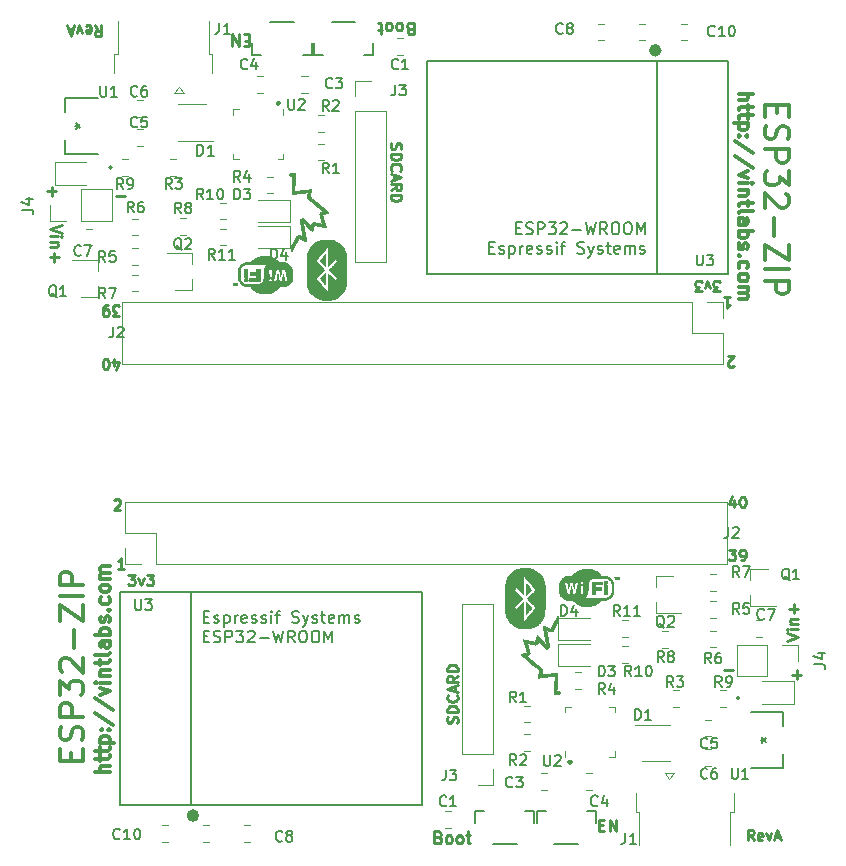
<source format=gbr>
G04 #@! TF.GenerationSoftware,KiCad,Pcbnew,5.0.1*
G04 #@! TF.CreationDate,2019-08-26T08:25:50-04:00*
G04 #@! TF.ProjectId,ESP32-Zip-Panelized,45535033322D5A69702D50616E656C69,rev?*
G04 #@! TF.SameCoordinates,Original*
G04 #@! TF.FileFunction,Legend,Top*
G04 #@! TF.FilePolarity,Positive*
%FSLAX46Y46*%
G04 Gerber Fmt 4.6, Leading zero omitted, Abs format (unit mm)*
G04 Created by KiCad (PCBNEW 5.0.1) date Mon 26 Aug 2019 08:25:50 AM EDT*
%MOMM*%
%LPD*%
G01*
G04 APERTURE LIST*
%ADD10C,0.250000*%
%ADD11C,0.300000*%
%ADD12C,0.225000*%
%ADD13C,0.120000*%
%ADD14C,0.152400*%
%ADD15C,0.500000*%
%ADD16C,0.150000*%
%ADD17C,0.010000*%
G04 APERTURE END LIST*
D10*
X97819047Y-65171428D02*
X98580952Y-65171428D01*
X103619047Y-65571428D02*
X104380952Y-65571428D01*
X104000000Y-65952380D02*
X104000000Y-65190476D01*
D11*
X84800000Y-72935714D02*
X84871428Y-73007142D01*
X84800000Y-73078571D01*
X84728571Y-73007142D01*
X84800000Y-72935714D01*
X84800000Y-73078571D01*
D12*
X75264285Y-69642857D02*
X75307142Y-69514285D01*
X75307142Y-69300000D01*
X75264285Y-69214285D01*
X75221428Y-69171428D01*
X75135714Y-69128571D01*
X75050000Y-69128571D01*
X74964285Y-69171428D01*
X74921428Y-69214285D01*
X74878571Y-69300000D01*
X74835714Y-69471428D01*
X74792857Y-69557142D01*
X74750000Y-69600000D01*
X74664285Y-69642857D01*
X74578571Y-69642857D01*
X74492857Y-69600000D01*
X74450000Y-69557142D01*
X74407142Y-69471428D01*
X74407142Y-69257142D01*
X74450000Y-69128571D01*
X75307142Y-68742857D02*
X74407142Y-68742857D01*
X74407142Y-68528571D01*
X74450000Y-68400000D01*
X74535714Y-68314285D01*
X74621428Y-68271428D01*
X74792857Y-68228571D01*
X74921428Y-68228571D01*
X75092857Y-68271428D01*
X75178571Y-68314285D01*
X75264285Y-68400000D01*
X75307142Y-68528571D01*
X75307142Y-68742857D01*
X75221428Y-67328571D02*
X75264285Y-67371428D01*
X75307142Y-67500000D01*
X75307142Y-67585714D01*
X75264285Y-67714285D01*
X75178571Y-67800000D01*
X75092857Y-67842857D01*
X74921428Y-67885714D01*
X74792857Y-67885714D01*
X74621428Y-67842857D01*
X74535714Y-67800000D01*
X74450000Y-67714285D01*
X74407142Y-67585714D01*
X74407142Y-67500000D01*
X74450000Y-67371428D01*
X74492857Y-67328571D01*
X75050000Y-66985714D02*
X75050000Y-66557142D01*
X75307142Y-67071428D02*
X74407142Y-66771428D01*
X75307142Y-66471428D01*
X75307142Y-65657142D02*
X74878571Y-65957142D01*
X75307142Y-66171428D02*
X74407142Y-66171428D01*
X74407142Y-65828571D01*
X74450000Y-65742857D01*
X74492857Y-65700000D01*
X74578571Y-65657142D01*
X74707142Y-65657142D01*
X74792857Y-65700000D01*
X74835714Y-65742857D01*
X74878571Y-65828571D01*
X74878571Y-66171428D01*
X75307142Y-65271428D02*
X74407142Y-65271428D01*
X74407142Y-65057142D01*
X74450000Y-64928571D01*
X74535714Y-64842857D01*
X74621428Y-64800000D01*
X74792857Y-64757142D01*
X74921428Y-64757142D01*
X75092857Y-64800000D01*
X75178571Y-64842857D01*
X75264285Y-64928571D01*
X75307142Y-65057142D01*
X75307142Y-65271428D01*
X100364285Y-79607142D02*
X100064285Y-79178571D01*
X99850000Y-79607142D02*
X99850000Y-78707142D01*
X100192857Y-78707142D01*
X100278571Y-78750000D01*
X100321428Y-78792857D01*
X100364285Y-78878571D01*
X100364285Y-79007142D01*
X100321428Y-79092857D01*
X100278571Y-79135714D01*
X100192857Y-79178571D01*
X99850000Y-79178571D01*
X101092857Y-79564285D02*
X101007142Y-79607142D01*
X100835714Y-79607142D01*
X100750000Y-79564285D01*
X100707142Y-79478571D01*
X100707142Y-79135714D01*
X100750000Y-79050000D01*
X100835714Y-79007142D01*
X101007142Y-79007142D01*
X101092857Y-79050000D01*
X101135714Y-79135714D01*
X101135714Y-79221428D01*
X100707142Y-79307142D01*
X101435714Y-79007142D02*
X101650000Y-79607142D01*
X101864285Y-79007142D01*
X102164285Y-79350000D02*
X102592857Y-79350000D01*
X102078571Y-79607142D02*
X102378571Y-78707142D01*
X102678571Y-79607142D01*
X98271428Y-55007142D02*
X98828571Y-55007142D01*
X98528571Y-55350000D01*
X98657142Y-55350000D01*
X98742857Y-55392857D01*
X98785714Y-55435714D01*
X98828571Y-55521428D01*
X98828571Y-55735714D01*
X98785714Y-55821428D01*
X98742857Y-55864285D01*
X98657142Y-55907142D01*
X98400000Y-55907142D01*
X98314285Y-55864285D01*
X98271428Y-55821428D01*
X99257142Y-55907142D02*
X99428571Y-55907142D01*
X99514285Y-55864285D01*
X99557142Y-55821428D01*
X99642857Y-55692857D01*
X99685714Y-55521428D01*
X99685714Y-55178571D01*
X99642857Y-55092857D01*
X99600000Y-55050000D01*
X99514285Y-55007142D01*
X99342857Y-55007142D01*
X99257142Y-55050000D01*
X99214285Y-55092857D01*
X99171428Y-55178571D01*
X99171428Y-55392857D01*
X99214285Y-55478571D01*
X99257142Y-55521428D01*
X99342857Y-55564285D01*
X99514285Y-55564285D01*
X99600000Y-55521428D01*
X99642857Y-55478571D01*
X99685714Y-55392857D01*
D10*
X73680952Y-79328571D02*
X73823809Y-79376190D01*
X73871428Y-79423809D01*
X73919047Y-79519047D01*
X73919047Y-79661904D01*
X73871428Y-79757142D01*
X73823809Y-79804761D01*
X73728571Y-79852380D01*
X73347619Y-79852380D01*
X73347619Y-78852380D01*
X73680952Y-78852380D01*
X73776190Y-78900000D01*
X73823809Y-78947619D01*
X73871428Y-79042857D01*
X73871428Y-79138095D01*
X73823809Y-79233333D01*
X73776190Y-79280952D01*
X73680952Y-79328571D01*
X73347619Y-79328571D01*
X74490476Y-79852380D02*
X74395238Y-79804761D01*
X74347619Y-79757142D01*
X74300000Y-79661904D01*
X74300000Y-79376190D01*
X74347619Y-79280952D01*
X74395238Y-79233333D01*
X74490476Y-79185714D01*
X74633333Y-79185714D01*
X74728571Y-79233333D01*
X74776190Y-79280952D01*
X74823809Y-79376190D01*
X74823809Y-79661904D01*
X74776190Y-79757142D01*
X74728571Y-79804761D01*
X74633333Y-79852380D01*
X74490476Y-79852380D01*
X75395238Y-79852380D02*
X75300000Y-79804761D01*
X75252380Y-79757142D01*
X75204761Y-79661904D01*
X75204761Y-79376190D01*
X75252380Y-79280952D01*
X75300000Y-79233333D01*
X75395238Y-79185714D01*
X75538095Y-79185714D01*
X75633333Y-79233333D01*
X75680952Y-79280952D01*
X75728571Y-79376190D01*
X75728571Y-79661904D01*
X75680952Y-79757142D01*
X75633333Y-79804761D01*
X75538095Y-79852380D01*
X75395238Y-79852380D01*
X76014285Y-79185714D02*
X76395238Y-79185714D01*
X76157142Y-78852380D02*
X76157142Y-79709523D01*
X76204761Y-79804761D01*
X76300000Y-79852380D01*
X76395238Y-79852380D01*
X87261904Y-78328571D02*
X87595238Y-78328571D01*
X87738095Y-78852380D02*
X87261904Y-78852380D01*
X87261904Y-77852380D01*
X87738095Y-77852380D01*
X88166666Y-78852380D02*
X88166666Y-77852380D01*
X88738095Y-78852380D01*
X88738095Y-77852380D01*
D12*
X98742857Y-50807142D02*
X98742857Y-51407142D01*
X98528571Y-50464285D02*
X98314285Y-51107142D01*
X98871428Y-51107142D01*
X99385714Y-50507142D02*
X99471428Y-50507142D01*
X99557142Y-50550000D01*
X99600000Y-50592857D01*
X99642857Y-50678571D01*
X99685714Y-50850000D01*
X99685714Y-51064285D01*
X99642857Y-51235714D01*
X99600000Y-51321428D01*
X99557142Y-51364285D01*
X99471428Y-51407142D01*
X99385714Y-51407142D01*
X99300000Y-51364285D01*
X99257142Y-51321428D01*
X99214285Y-51235714D01*
X99171428Y-51064285D01*
X99171428Y-50850000D01*
X99214285Y-50678571D01*
X99257142Y-50592857D01*
X99300000Y-50550000D01*
X99385714Y-50507142D01*
X46242857Y-50792857D02*
X46285714Y-50750000D01*
X46371428Y-50707142D01*
X46585714Y-50707142D01*
X46671428Y-50750000D01*
X46714285Y-50792857D01*
X46757142Y-50878571D01*
X46757142Y-50964285D01*
X46714285Y-51092857D01*
X46200000Y-51607142D01*
X46757142Y-51607142D01*
X47057142Y-56607142D02*
X46542857Y-56607142D01*
X46800000Y-56607142D02*
X46800000Y-55707142D01*
X46714285Y-55835714D01*
X46628571Y-55921428D01*
X46542857Y-55964285D01*
X47428571Y-57107142D02*
X47985714Y-57107142D01*
X47685714Y-57450000D01*
X47814285Y-57450000D01*
X47900000Y-57492857D01*
X47942857Y-57535714D01*
X47985714Y-57621428D01*
X47985714Y-57835714D01*
X47942857Y-57921428D01*
X47900000Y-57964285D01*
X47814285Y-58007142D01*
X47557142Y-58007142D01*
X47471428Y-57964285D01*
X47428571Y-57921428D01*
X48285714Y-57407142D02*
X48500000Y-58007142D01*
X48714285Y-57407142D01*
X48971428Y-57107142D02*
X49528571Y-57107142D01*
X49228571Y-57450000D01*
X49357142Y-57450000D01*
X49442857Y-57492857D01*
X49485714Y-57535714D01*
X49528571Y-57621428D01*
X49528571Y-57835714D01*
X49485714Y-57921428D01*
X49442857Y-57964285D01*
X49357142Y-58007142D01*
X49100000Y-58007142D01*
X49014285Y-57964285D01*
X48971428Y-57921428D01*
D10*
X103152380Y-62742857D02*
X104152380Y-62409523D01*
X103152380Y-62076190D01*
X104152380Y-61742857D02*
X103485714Y-61742857D01*
X103152380Y-61742857D02*
X103200000Y-61790476D01*
X103247619Y-61742857D01*
X103200000Y-61695238D01*
X103152380Y-61742857D01*
X103247619Y-61742857D01*
X103485714Y-61266666D02*
X104152380Y-61266666D01*
X103580952Y-61266666D02*
X103533333Y-61219047D01*
X103485714Y-61123809D01*
X103485714Y-60980952D01*
X103533333Y-60885714D01*
X103628571Y-60838095D01*
X104152380Y-60838095D01*
X103771428Y-60361904D02*
X103771428Y-59600000D01*
X104152380Y-59980952D02*
X103390476Y-59980952D01*
D11*
X45842857Y-73785714D02*
X44642857Y-73785714D01*
X45842857Y-73271428D02*
X45214285Y-73271428D01*
X45100000Y-73328571D01*
X45042857Y-73442857D01*
X45042857Y-73614285D01*
X45100000Y-73728571D01*
X45157142Y-73785714D01*
X45042857Y-72871428D02*
X45042857Y-72414285D01*
X44642857Y-72700000D02*
X45671428Y-72700000D01*
X45785714Y-72642857D01*
X45842857Y-72528571D01*
X45842857Y-72414285D01*
X45042857Y-72185714D02*
X45042857Y-71728571D01*
X44642857Y-72014285D02*
X45671428Y-72014285D01*
X45785714Y-71957142D01*
X45842857Y-71842857D01*
X45842857Y-71728571D01*
X45042857Y-71328571D02*
X46242857Y-71328571D01*
X45100000Y-71328571D02*
X45042857Y-71214285D01*
X45042857Y-70985714D01*
X45100000Y-70871428D01*
X45157142Y-70814285D01*
X45271428Y-70757142D01*
X45614285Y-70757142D01*
X45728571Y-70814285D01*
X45785714Y-70871428D01*
X45842857Y-70985714D01*
X45842857Y-71214285D01*
X45785714Y-71328571D01*
X45728571Y-70242857D02*
X45785714Y-70185714D01*
X45842857Y-70242857D01*
X45785714Y-70300000D01*
X45728571Y-70242857D01*
X45842857Y-70242857D01*
X45100000Y-70242857D02*
X45157142Y-70185714D01*
X45214285Y-70242857D01*
X45157142Y-70300000D01*
X45100000Y-70242857D01*
X45214285Y-70242857D01*
X44585714Y-68814285D02*
X46128571Y-69842857D01*
X44585714Y-67557142D02*
X46128571Y-68585714D01*
X45042857Y-67271428D02*
X45842857Y-66985714D01*
X45042857Y-66700000D01*
X45842857Y-66242857D02*
X45042857Y-66242857D01*
X44642857Y-66242857D02*
X44700000Y-66300000D01*
X44757142Y-66242857D01*
X44700000Y-66185714D01*
X44642857Y-66242857D01*
X44757142Y-66242857D01*
X45042857Y-65671428D02*
X45842857Y-65671428D01*
X45157142Y-65671428D02*
X45100000Y-65614285D01*
X45042857Y-65500000D01*
X45042857Y-65328571D01*
X45100000Y-65214285D01*
X45214285Y-65157142D01*
X45842857Y-65157142D01*
X45042857Y-64757142D02*
X45042857Y-64300000D01*
X44642857Y-64585714D02*
X45671428Y-64585714D01*
X45785714Y-64528571D01*
X45842857Y-64414285D01*
X45842857Y-64300000D01*
X45842857Y-63728571D02*
X45785714Y-63842857D01*
X45671428Y-63900000D01*
X44642857Y-63900000D01*
X45842857Y-62757142D02*
X45214285Y-62757142D01*
X45100000Y-62814285D01*
X45042857Y-62928571D01*
X45042857Y-63157142D01*
X45100000Y-63271428D01*
X45785714Y-62757142D02*
X45842857Y-62871428D01*
X45842857Y-63157142D01*
X45785714Y-63271428D01*
X45671428Y-63328571D01*
X45557142Y-63328571D01*
X45442857Y-63271428D01*
X45385714Y-63157142D01*
X45385714Y-62871428D01*
X45328571Y-62757142D01*
X45842857Y-62185714D02*
X44642857Y-62185714D01*
X45100000Y-62185714D02*
X45042857Y-62071428D01*
X45042857Y-61842857D01*
X45100000Y-61728571D01*
X45157142Y-61671428D01*
X45271428Y-61614285D01*
X45614285Y-61614285D01*
X45728571Y-61671428D01*
X45785714Y-61728571D01*
X45842857Y-61842857D01*
X45842857Y-62071428D01*
X45785714Y-62185714D01*
X45785714Y-61157142D02*
X45842857Y-61042857D01*
X45842857Y-60814285D01*
X45785714Y-60700000D01*
X45671428Y-60642857D01*
X45614285Y-60642857D01*
X45500000Y-60700000D01*
X45442857Y-60814285D01*
X45442857Y-60985714D01*
X45385714Y-61100000D01*
X45271428Y-61157142D01*
X45214285Y-61157142D01*
X45100000Y-61100000D01*
X45042857Y-60985714D01*
X45042857Y-60814285D01*
X45100000Y-60700000D01*
X45728571Y-60128571D02*
X45785714Y-60071428D01*
X45842857Y-60128571D01*
X45785714Y-60185714D01*
X45728571Y-60128571D01*
X45842857Y-60128571D01*
X45785714Y-59042857D02*
X45842857Y-59157142D01*
X45842857Y-59385714D01*
X45785714Y-59500000D01*
X45728571Y-59557142D01*
X45614285Y-59614285D01*
X45271428Y-59614285D01*
X45157142Y-59557142D01*
X45100000Y-59500000D01*
X45042857Y-59385714D01*
X45042857Y-59157142D01*
X45100000Y-59042857D01*
X45842857Y-58357142D02*
X45785714Y-58471428D01*
X45728571Y-58528571D01*
X45614285Y-58585714D01*
X45271428Y-58585714D01*
X45157142Y-58528571D01*
X45100000Y-58471428D01*
X45042857Y-58357142D01*
X45042857Y-58185714D01*
X45100000Y-58071428D01*
X45157142Y-58014285D01*
X45271428Y-57957142D01*
X45614285Y-57957142D01*
X45728571Y-58014285D01*
X45785714Y-58071428D01*
X45842857Y-58185714D01*
X45842857Y-58357142D01*
X45842857Y-57442857D02*
X45042857Y-57442857D01*
X45157142Y-57442857D02*
X45100000Y-57385714D01*
X45042857Y-57271428D01*
X45042857Y-57100000D01*
X45100000Y-56985714D01*
X45214285Y-56928571D01*
X45842857Y-56928571D01*
X45214285Y-56928571D02*
X45100000Y-56871428D01*
X45042857Y-56757142D01*
X45042857Y-56585714D01*
X45100000Y-56471428D01*
X45214285Y-56414285D01*
X45842857Y-56414285D01*
X42557142Y-72852380D02*
X42557142Y-72185714D01*
X43604761Y-71900000D02*
X43604761Y-72852380D01*
X41604761Y-72852380D01*
X41604761Y-71900000D01*
X43509523Y-71138095D02*
X43604761Y-70852380D01*
X43604761Y-70376190D01*
X43509523Y-70185714D01*
X43414285Y-70090476D01*
X43223809Y-69995238D01*
X43033333Y-69995238D01*
X42842857Y-70090476D01*
X42747619Y-70185714D01*
X42652380Y-70376190D01*
X42557142Y-70757142D01*
X42461904Y-70947619D01*
X42366666Y-71042857D01*
X42176190Y-71138095D01*
X41985714Y-71138095D01*
X41795238Y-71042857D01*
X41700000Y-70947619D01*
X41604761Y-70757142D01*
X41604761Y-70280952D01*
X41700000Y-69995238D01*
X43604761Y-69138095D02*
X41604761Y-69138095D01*
X41604761Y-68376190D01*
X41700000Y-68185714D01*
X41795238Y-68090476D01*
X41985714Y-67995238D01*
X42271428Y-67995238D01*
X42461904Y-68090476D01*
X42557142Y-68185714D01*
X42652380Y-68376190D01*
X42652380Y-69138095D01*
X41604761Y-67328571D02*
X41604761Y-66090476D01*
X42366666Y-66757142D01*
X42366666Y-66471428D01*
X42461904Y-66280952D01*
X42557142Y-66185714D01*
X42747619Y-66090476D01*
X43223809Y-66090476D01*
X43414285Y-66185714D01*
X43509523Y-66280952D01*
X43604761Y-66471428D01*
X43604761Y-67042857D01*
X43509523Y-67233333D01*
X43414285Y-67328571D01*
X41795238Y-65328571D02*
X41700000Y-65233333D01*
X41604761Y-65042857D01*
X41604761Y-64566666D01*
X41700000Y-64376190D01*
X41795238Y-64280952D01*
X41985714Y-64185714D01*
X42176190Y-64185714D01*
X42461904Y-64280952D01*
X43604761Y-65423809D01*
X43604761Y-64185714D01*
X42842857Y-63328571D02*
X42842857Y-61804761D01*
X41604761Y-61042857D02*
X41604761Y-59709523D01*
X43604761Y-61042857D01*
X43604761Y-59709523D01*
X43604761Y-58947619D02*
X41604761Y-58947619D01*
X43604761Y-57995238D02*
X41604761Y-57995238D01*
X41604761Y-57233333D01*
X41700000Y-57042857D01*
X41795238Y-56947619D01*
X41985714Y-56852380D01*
X42271428Y-56852380D01*
X42461904Y-56947619D01*
X42557142Y-57042857D01*
X42652380Y-57233333D01*
X42652380Y-57995238D01*
D10*
X47119496Y-25048981D02*
X46357591Y-25048981D01*
X41319496Y-24648981D02*
X40557591Y-24648981D01*
X40938544Y-24268029D02*
X40938544Y-25029933D01*
D11*
X60138544Y-17284695D02*
X60067115Y-17213267D01*
X60138544Y-17141838D01*
X60209972Y-17213267D01*
X60138544Y-17284695D01*
X60138544Y-17141838D01*
D12*
X69674258Y-20577552D02*
X69631401Y-20706124D01*
X69631401Y-20920410D01*
X69674258Y-21006124D01*
X69717115Y-21048981D01*
X69802829Y-21091838D01*
X69888544Y-21091838D01*
X69974258Y-21048981D01*
X70017115Y-21006124D01*
X70059972Y-20920410D01*
X70102829Y-20748981D01*
X70145686Y-20663267D01*
X70188544Y-20620410D01*
X70274258Y-20577552D01*
X70359972Y-20577552D01*
X70445686Y-20620410D01*
X70488544Y-20663267D01*
X70531401Y-20748981D01*
X70531401Y-20963267D01*
X70488544Y-21091838D01*
X69631401Y-21477552D02*
X70531401Y-21477552D01*
X70531401Y-21691838D01*
X70488544Y-21820410D01*
X70402829Y-21906124D01*
X70317115Y-21948981D01*
X70145686Y-21991838D01*
X70017115Y-21991838D01*
X69845686Y-21948981D01*
X69759972Y-21906124D01*
X69674258Y-21820410D01*
X69631401Y-21691838D01*
X69631401Y-21477552D01*
X69717115Y-22891838D02*
X69674258Y-22848981D01*
X69631401Y-22720410D01*
X69631401Y-22634695D01*
X69674258Y-22506124D01*
X69759972Y-22420410D01*
X69845686Y-22377552D01*
X70017115Y-22334695D01*
X70145686Y-22334695D01*
X70317115Y-22377552D01*
X70402829Y-22420410D01*
X70488544Y-22506124D01*
X70531401Y-22634695D01*
X70531401Y-22720410D01*
X70488544Y-22848981D01*
X70445686Y-22891838D01*
X69888544Y-23234695D02*
X69888544Y-23663267D01*
X69631401Y-23148981D02*
X70531401Y-23448981D01*
X69631401Y-23748981D01*
X69631401Y-24563267D02*
X70059972Y-24263267D01*
X69631401Y-24048981D02*
X70531401Y-24048981D01*
X70531401Y-24391838D01*
X70488544Y-24477552D01*
X70445686Y-24520410D01*
X70359972Y-24563267D01*
X70231401Y-24563267D01*
X70145686Y-24520410D01*
X70102829Y-24477552D01*
X70059972Y-24391838D01*
X70059972Y-24048981D01*
X69631401Y-24948981D02*
X70531401Y-24948981D01*
X70531401Y-25163267D01*
X70488544Y-25291838D01*
X70402829Y-25377552D01*
X70317115Y-25420410D01*
X70145686Y-25463267D01*
X70017115Y-25463267D01*
X69845686Y-25420410D01*
X69759972Y-25377552D01*
X69674258Y-25291838D01*
X69631401Y-25163267D01*
X69631401Y-24948981D01*
X44574258Y-10613267D02*
X44874258Y-11041838D01*
X45088544Y-10613267D02*
X45088544Y-11513267D01*
X44745686Y-11513267D01*
X44659972Y-11470410D01*
X44617115Y-11427552D01*
X44574258Y-11341838D01*
X44574258Y-11213267D01*
X44617115Y-11127552D01*
X44659972Y-11084695D01*
X44745686Y-11041838D01*
X45088544Y-11041838D01*
X43845686Y-10656124D02*
X43931401Y-10613267D01*
X44102829Y-10613267D01*
X44188544Y-10656124D01*
X44231401Y-10741838D01*
X44231401Y-11084695D01*
X44188544Y-11170410D01*
X44102829Y-11213267D01*
X43931401Y-11213267D01*
X43845686Y-11170410D01*
X43802829Y-11084695D01*
X43802829Y-10998981D01*
X44231401Y-10913267D01*
X43502829Y-11213267D02*
X43288544Y-10613267D01*
X43074258Y-11213267D01*
X42774258Y-10870410D02*
X42345686Y-10870410D01*
X42859972Y-10613267D02*
X42559972Y-11513267D01*
X42259972Y-10613267D01*
X46667115Y-35213267D02*
X46109972Y-35213267D01*
X46409972Y-34870410D01*
X46281401Y-34870410D01*
X46195686Y-34827552D01*
X46152829Y-34784695D01*
X46109972Y-34698981D01*
X46109972Y-34484695D01*
X46152829Y-34398981D01*
X46195686Y-34356124D01*
X46281401Y-34313267D01*
X46538544Y-34313267D01*
X46624258Y-34356124D01*
X46667115Y-34398981D01*
X45681401Y-34313267D02*
X45509972Y-34313267D01*
X45424258Y-34356124D01*
X45381401Y-34398981D01*
X45295686Y-34527552D01*
X45252829Y-34698981D01*
X45252829Y-35041838D01*
X45295686Y-35127552D01*
X45338544Y-35170410D01*
X45424258Y-35213267D01*
X45595686Y-35213267D01*
X45681401Y-35170410D01*
X45724258Y-35127552D01*
X45767115Y-35041838D01*
X45767115Y-34827552D01*
X45724258Y-34741838D01*
X45681401Y-34698981D01*
X45595686Y-34656124D01*
X45424258Y-34656124D01*
X45338544Y-34698981D01*
X45295686Y-34741838D01*
X45252829Y-34827552D01*
D10*
X71257591Y-10891838D02*
X71114734Y-10844219D01*
X71067115Y-10796600D01*
X71019496Y-10701362D01*
X71019496Y-10558505D01*
X71067115Y-10463267D01*
X71114734Y-10415648D01*
X71209972Y-10368029D01*
X71590924Y-10368029D01*
X71590924Y-11368029D01*
X71257591Y-11368029D01*
X71162353Y-11320410D01*
X71114734Y-11272790D01*
X71067115Y-11177552D01*
X71067115Y-11082314D01*
X71114734Y-10987076D01*
X71162353Y-10939457D01*
X71257591Y-10891838D01*
X71590924Y-10891838D01*
X70448067Y-10368029D02*
X70543305Y-10415648D01*
X70590924Y-10463267D01*
X70638544Y-10558505D01*
X70638544Y-10844219D01*
X70590924Y-10939457D01*
X70543305Y-10987076D01*
X70448067Y-11034695D01*
X70305210Y-11034695D01*
X70209972Y-10987076D01*
X70162353Y-10939457D01*
X70114734Y-10844219D01*
X70114734Y-10558505D01*
X70162353Y-10463267D01*
X70209972Y-10415648D01*
X70305210Y-10368029D01*
X70448067Y-10368029D01*
X69543305Y-10368029D02*
X69638544Y-10415648D01*
X69686163Y-10463267D01*
X69733782Y-10558505D01*
X69733782Y-10844219D01*
X69686163Y-10939457D01*
X69638544Y-10987076D01*
X69543305Y-11034695D01*
X69400448Y-11034695D01*
X69305210Y-10987076D01*
X69257591Y-10939457D01*
X69209972Y-10844219D01*
X69209972Y-10558505D01*
X69257591Y-10463267D01*
X69305210Y-10415648D01*
X69400448Y-10368029D01*
X69543305Y-10368029D01*
X68924258Y-11034695D02*
X68543305Y-11034695D01*
X68781401Y-11368029D02*
X68781401Y-10510886D01*
X68733782Y-10415648D01*
X68638544Y-10368029D01*
X68543305Y-10368029D01*
X57676639Y-11891838D02*
X57343305Y-11891838D01*
X57200448Y-11368029D02*
X57676639Y-11368029D01*
X57676639Y-12368029D01*
X57200448Y-12368029D01*
X56771877Y-11368029D02*
X56771877Y-12368029D01*
X56200448Y-11368029D01*
X56200448Y-12368029D01*
D12*
X46195686Y-39413267D02*
X46195686Y-38813267D01*
X46409972Y-39756124D02*
X46624258Y-39113267D01*
X46067115Y-39113267D01*
X45552829Y-39713267D02*
X45467115Y-39713267D01*
X45381401Y-39670410D01*
X45338544Y-39627552D01*
X45295686Y-39541838D01*
X45252829Y-39370410D01*
X45252829Y-39156124D01*
X45295686Y-38984695D01*
X45338544Y-38898981D01*
X45381401Y-38856124D01*
X45467115Y-38813267D01*
X45552829Y-38813267D01*
X45638544Y-38856124D01*
X45681401Y-38898981D01*
X45724258Y-38984695D01*
X45767115Y-39156124D01*
X45767115Y-39370410D01*
X45724258Y-39541838D01*
X45681401Y-39627552D01*
X45638544Y-39670410D01*
X45552829Y-39713267D01*
X98695686Y-39427552D02*
X98652829Y-39470410D01*
X98567115Y-39513267D01*
X98352829Y-39513267D01*
X98267115Y-39470410D01*
X98224258Y-39427552D01*
X98181401Y-39341838D01*
X98181401Y-39256124D01*
X98224258Y-39127552D01*
X98738544Y-38613267D01*
X98181401Y-38613267D01*
X97881401Y-33613267D02*
X98395686Y-33613267D01*
X98138544Y-33613267D02*
X98138544Y-34513267D01*
X98224258Y-34384695D01*
X98309972Y-34298981D01*
X98395686Y-34256124D01*
X97509972Y-33113267D02*
X96952829Y-33113267D01*
X97252829Y-32770410D01*
X97124258Y-32770410D01*
X97038544Y-32727552D01*
X96995686Y-32684695D01*
X96952829Y-32598981D01*
X96952829Y-32384695D01*
X96995686Y-32298981D01*
X97038544Y-32256124D01*
X97124258Y-32213267D01*
X97381401Y-32213267D01*
X97467115Y-32256124D01*
X97509972Y-32298981D01*
X96652829Y-32813267D02*
X96438544Y-32213267D01*
X96224258Y-32813267D01*
X95967115Y-33113267D02*
X95409972Y-33113267D01*
X95709972Y-32770410D01*
X95581401Y-32770410D01*
X95495686Y-32727552D01*
X95452829Y-32684695D01*
X95409972Y-32598981D01*
X95409972Y-32384695D01*
X95452829Y-32298981D01*
X95495686Y-32256124D01*
X95581401Y-32213267D01*
X95838544Y-32213267D01*
X95924258Y-32256124D01*
X95967115Y-32298981D01*
D10*
X41786163Y-27477552D02*
X40786163Y-27810886D01*
X41786163Y-28144219D01*
X40786163Y-28477552D02*
X41452829Y-28477552D01*
X41786163Y-28477552D02*
X41738544Y-28429933D01*
X41690924Y-28477552D01*
X41738544Y-28525171D01*
X41786163Y-28477552D01*
X41690924Y-28477552D01*
X41452829Y-28953743D02*
X40786163Y-28953743D01*
X41357591Y-28953743D02*
X41405210Y-29001362D01*
X41452829Y-29096600D01*
X41452829Y-29239457D01*
X41405210Y-29334695D01*
X41309972Y-29382314D01*
X40786163Y-29382314D01*
X41167115Y-29858505D02*
X41167115Y-30620410D01*
X40786163Y-30239457D02*
X41548067Y-30239457D01*
D11*
X99095686Y-16434695D02*
X100295686Y-16434695D01*
X99095686Y-16948981D02*
X99724258Y-16948981D01*
X99838544Y-16891838D01*
X99895686Y-16777552D01*
X99895686Y-16606124D01*
X99838544Y-16491838D01*
X99781401Y-16434695D01*
X99895686Y-17348981D02*
X99895686Y-17806124D01*
X100295686Y-17520410D02*
X99267115Y-17520410D01*
X99152829Y-17577552D01*
X99095686Y-17691838D01*
X99095686Y-17806124D01*
X99895686Y-18034695D02*
X99895686Y-18491838D01*
X100295686Y-18206124D02*
X99267115Y-18206124D01*
X99152829Y-18263267D01*
X99095686Y-18377552D01*
X99095686Y-18491838D01*
X99895686Y-18891838D02*
X98695686Y-18891838D01*
X99838544Y-18891838D02*
X99895686Y-19006124D01*
X99895686Y-19234695D01*
X99838544Y-19348981D01*
X99781401Y-19406124D01*
X99667115Y-19463267D01*
X99324258Y-19463267D01*
X99209972Y-19406124D01*
X99152829Y-19348981D01*
X99095686Y-19234695D01*
X99095686Y-19006124D01*
X99152829Y-18891838D01*
X99209972Y-19977552D02*
X99152829Y-20034695D01*
X99095686Y-19977552D01*
X99152829Y-19920410D01*
X99209972Y-19977552D01*
X99095686Y-19977552D01*
X99838544Y-19977552D02*
X99781401Y-20034695D01*
X99724258Y-19977552D01*
X99781401Y-19920410D01*
X99838544Y-19977552D01*
X99724258Y-19977552D01*
X100352829Y-21406124D02*
X98809972Y-20377552D01*
X100352829Y-22663267D02*
X98809972Y-21634695D01*
X99895686Y-22948981D02*
X99095686Y-23234695D01*
X99895686Y-23520410D01*
X99095686Y-23977552D02*
X99895686Y-23977552D01*
X100295686Y-23977552D02*
X100238544Y-23920410D01*
X100181401Y-23977552D01*
X100238544Y-24034695D01*
X100295686Y-23977552D01*
X100181401Y-23977552D01*
X99895686Y-24548981D02*
X99095686Y-24548981D01*
X99781401Y-24548981D02*
X99838544Y-24606124D01*
X99895686Y-24720410D01*
X99895686Y-24891838D01*
X99838544Y-25006124D01*
X99724258Y-25063267D01*
X99095686Y-25063267D01*
X99895686Y-25463267D02*
X99895686Y-25920410D01*
X100295686Y-25634695D02*
X99267115Y-25634695D01*
X99152829Y-25691838D01*
X99095686Y-25806124D01*
X99095686Y-25920410D01*
X99095686Y-26491838D02*
X99152829Y-26377552D01*
X99267115Y-26320410D01*
X100295686Y-26320410D01*
X99095686Y-27463267D02*
X99724258Y-27463267D01*
X99838544Y-27406124D01*
X99895686Y-27291838D01*
X99895686Y-27063267D01*
X99838544Y-26948981D01*
X99152829Y-27463267D02*
X99095686Y-27348981D01*
X99095686Y-27063267D01*
X99152829Y-26948981D01*
X99267115Y-26891838D01*
X99381401Y-26891838D01*
X99495686Y-26948981D01*
X99552829Y-27063267D01*
X99552829Y-27348981D01*
X99609972Y-27463267D01*
X99095686Y-28034695D02*
X100295686Y-28034695D01*
X99838544Y-28034695D02*
X99895686Y-28148981D01*
X99895686Y-28377552D01*
X99838544Y-28491838D01*
X99781401Y-28548981D01*
X99667115Y-28606124D01*
X99324258Y-28606124D01*
X99209972Y-28548981D01*
X99152829Y-28491838D01*
X99095686Y-28377552D01*
X99095686Y-28148981D01*
X99152829Y-28034695D01*
X99152829Y-29063267D02*
X99095686Y-29177552D01*
X99095686Y-29406124D01*
X99152829Y-29520410D01*
X99267115Y-29577552D01*
X99324258Y-29577552D01*
X99438544Y-29520410D01*
X99495686Y-29406124D01*
X99495686Y-29234695D01*
X99552829Y-29120410D01*
X99667115Y-29063267D01*
X99724258Y-29063267D01*
X99838544Y-29120410D01*
X99895686Y-29234695D01*
X99895686Y-29406124D01*
X99838544Y-29520410D01*
X99209972Y-30091838D02*
X99152829Y-30148981D01*
X99095686Y-30091838D01*
X99152829Y-30034695D01*
X99209972Y-30091838D01*
X99095686Y-30091838D01*
X99152829Y-31177552D02*
X99095686Y-31063267D01*
X99095686Y-30834695D01*
X99152829Y-30720410D01*
X99209972Y-30663267D01*
X99324258Y-30606124D01*
X99667115Y-30606124D01*
X99781401Y-30663267D01*
X99838544Y-30720410D01*
X99895686Y-30834695D01*
X99895686Y-31063267D01*
X99838544Y-31177552D01*
X99095686Y-31863267D02*
X99152829Y-31748981D01*
X99209972Y-31691838D01*
X99324258Y-31634695D01*
X99667115Y-31634695D01*
X99781401Y-31691838D01*
X99838544Y-31748981D01*
X99895686Y-31863267D01*
X99895686Y-32034695D01*
X99838544Y-32148981D01*
X99781401Y-32206124D01*
X99667115Y-32263267D01*
X99324258Y-32263267D01*
X99209972Y-32206124D01*
X99152829Y-32148981D01*
X99095686Y-32034695D01*
X99095686Y-31863267D01*
X99095686Y-32777552D02*
X99895686Y-32777552D01*
X99781401Y-32777552D02*
X99838544Y-32834695D01*
X99895686Y-32948981D01*
X99895686Y-33120410D01*
X99838544Y-33234695D01*
X99724258Y-33291838D01*
X99095686Y-33291838D01*
X99724258Y-33291838D02*
X99838544Y-33348981D01*
X99895686Y-33463267D01*
X99895686Y-33634695D01*
X99838544Y-33748981D01*
X99724258Y-33806124D01*
X99095686Y-33806124D01*
X102381401Y-17368029D02*
X102381401Y-18034695D01*
X101333782Y-18320410D02*
X101333782Y-17368029D01*
X103333782Y-17368029D01*
X103333782Y-18320410D01*
X101429020Y-19082314D02*
X101333782Y-19368029D01*
X101333782Y-19844219D01*
X101429020Y-20034695D01*
X101524258Y-20129933D01*
X101714734Y-20225171D01*
X101905210Y-20225171D01*
X102095686Y-20129933D01*
X102190924Y-20034695D01*
X102286163Y-19844219D01*
X102381401Y-19463267D01*
X102476639Y-19272790D01*
X102571877Y-19177552D01*
X102762353Y-19082314D01*
X102952829Y-19082314D01*
X103143305Y-19177552D01*
X103238544Y-19272790D01*
X103333782Y-19463267D01*
X103333782Y-19939457D01*
X103238544Y-20225171D01*
X101333782Y-21082314D02*
X103333782Y-21082314D01*
X103333782Y-21844219D01*
X103238544Y-22034695D01*
X103143305Y-22129933D01*
X102952829Y-22225171D01*
X102667115Y-22225171D01*
X102476639Y-22129933D01*
X102381401Y-22034695D01*
X102286163Y-21844219D01*
X102286163Y-21082314D01*
X103333782Y-22891838D02*
X103333782Y-24129933D01*
X102571877Y-23463267D01*
X102571877Y-23748981D01*
X102476639Y-23939457D01*
X102381401Y-24034695D01*
X102190924Y-24129933D01*
X101714734Y-24129933D01*
X101524258Y-24034695D01*
X101429020Y-23939457D01*
X101333782Y-23748981D01*
X101333782Y-23177552D01*
X101429020Y-22987076D01*
X101524258Y-22891838D01*
X103143305Y-24891838D02*
X103238544Y-24987076D01*
X103333782Y-25177552D01*
X103333782Y-25653743D01*
X103238544Y-25844219D01*
X103143305Y-25939457D01*
X102952829Y-26034695D01*
X102762353Y-26034695D01*
X102476639Y-25939457D01*
X101333782Y-24796600D01*
X101333782Y-26034695D01*
X102095686Y-26891838D02*
X102095686Y-28415648D01*
X103333782Y-29177552D02*
X103333782Y-30510886D01*
X101333782Y-29177552D01*
X101333782Y-30510886D01*
X101333782Y-31272790D02*
X103333782Y-31272790D01*
X101333782Y-32225171D02*
X103333782Y-32225171D01*
X103333782Y-32987076D01*
X103238544Y-33177552D01*
X103143305Y-33272790D01*
X102952829Y-33368029D01*
X102667115Y-33368029D01*
X102476639Y-33272790D01*
X102381401Y-33177552D01*
X102286163Y-32987076D01*
X102286163Y-32225171D01*
D13*
G04 #@! TO.C,J2*
X98090000Y-56180000D02*
X98090000Y-50980000D01*
X49770000Y-56180000D02*
X98090000Y-56180000D01*
X47170000Y-50980000D02*
X98090000Y-50980000D01*
X49770000Y-56180000D02*
X49770000Y-53580000D01*
X49770000Y-53580000D02*
X47170000Y-53580000D01*
X47170000Y-53580000D02*
X47170000Y-50980000D01*
X48500000Y-56180000D02*
X47170000Y-56180000D01*
X47170000Y-56180000D02*
X47170000Y-54850000D01*
G04 #@! TO.C,J4*
X98930000Y-63070000D02*
X98930000Y-65730000D01*
X101530000Y-63070000D02*
X98930000Y-63070000D01*
X101530000Y-65730000D02*
X98930000Y-65730000D01*
X101530000Y-63070000D02*
X101530000Y-65730000D01*
X102800000Y-63070000D02*
X104130000Y-63070000D01*
X104130000Y-63070000D02*
X104130000Y-64400000D01*
G04 #@! TO.C,J3*
X78330000Y-59570000D02*
X75670000Y-59570000D01*
X78330000Y-72330000D02*
X78330000Y-59570000D01*
X75670000Y-72330000D02*
X75670000Y-59570000D01*
X78330000Y-72330000D02*
X75670000Y-72330000D01*
X78330000Y-73600000D02*
X78330000Y-74930000D01*
X78330000Y-74930000D02*
X77000000Y-74930000D01*
G04 #@! TO.C,J1*
X93240000Y-74370000D02*
X92840000Y-73920000D01*
X92840000Y-73920000D02*
X93640000Y-73920000D01*
X93640000Y-73920000D02*
X93240000Y-74370000D01*
X98390000Y-79970000D02*
X98390000Y-77170000D01*
X98390000Y-77170000D02*
X98690000Y-77170000D01*
X98690000Y-77170000D02*
X98690000Y-75620000D01*
X90690000Y-79970000D02*
X90690000Y-77170000D01*
X90390000Y-77170000D02*
X90690000Y-77170000D01*
X90390000Y-77170000D02*
X90390000Y-75620000D01*
G04 #@! TO.C,C3*
X82341422Y-73890000D02*
X82858578Y-73890000D01*
X82341422Y-75310000D02*
X82858578Y-75310000D01*
G04 #@! TO.C,D2*
X101062500Y-68060000D02*
X103747500Y-68060000D01*
X103747500Y-68060000D02*
X103747500Y-66140000D01*
X103747500Y-66140000D02*
X101062500Y-66140000D01*
G04 #@! TO.C,D1*
X90900000Y-72920000D02*
X93300000Y-72920000D01*
X93300000Y-69820000D02*
X90350000Y-69820000D01*
D14*
G04 #@! TO.C,U1*
X100122200Y-73474900D02*
X102865400Y-73474900D01*
X102865400Y-73474900D02*
X102865400Y-72283640D01*
X102865400Y-68725100D02*
X100122200Y-68725100D01*
X102865400Y-69916360D02*
X102865400Y-68725100D01*
X99175900Y-67582100D02*
G75*
G03X99175900Y-67582100I-127000J0D01*
G01*
D15*
G04 #@! TO.C,U3*
X53179981Y-77506000D02*
G75*
G03X53179981Y-77506000I-283981J0D01*
G01*
D16*
X52750000Y-58600000D02*
X52750000Y-76600000D01*
X46750000Y-76600000D02*
X72250000Y-76600000D01*
X46750000Y-58600000D02*
X72250000Y-58600000D01*
X72250000Y-58600000D02*
X72250000Y-76600000D01*
X46750000Y-58600000D02*
X46750000Y-76600000D01*
G04 #@! TO.C,SW2*
X82000000Y-78150000D02*
X82000000Y-77150000D01*
X82000000Y-77150000D02*
X82750000Y-77150000D01*
X86250000Y-77150000D02*
X87000000Y-77150000D01*
X87000000Y-77150000D02*
X87000000Y-78150000D01*
X85500000Y-79900000D02*
X83500000Y-79900000D01*
G04 #@! TO.C,SW1*
X80300000Y-79900000D02*
X78300000Y-79900000D01*
X81800000Y-77150000D02*
X81800000Y-78150000D01*
X81050000Y-77150000D02*
X81800000Y-77150000D01*
X76800000Y-77150000D02*
X77550000Y-77150000D01*
X76800000Y-78150000D02*
X76800000Y-77150000D01*
D13*
G04 #@! TO.C,C10*
X50241422Y-79760000D02*
X50758578Y-79760000D01*
X50241422Y-78340000D02*
X50758578Y-78340000D01*
G04 #@! TO.C,C9*
X54258578Y-79760000D02*
X53741422Y-79760000D01*
X54258578Y-78340000D02*
X53741422Y-78340000D01*
G04 #@! TO.C,C8*
X57241422Y-79760000D02*
X57758578Y-79760000D01*
X57241422Y-78340000D02*
X57758578Y-78340000D01*
G04 #@! TO.C,C6*
X96758578Y-73310000D02*
X96241422Y-73310000D01*
X96758578Y-71890000D02*
X96241422Y-71890000D01*
G04 #@! TO.C,C5*
X96758578Y-69390000D02*
X96241422Y-69390000D01*
X96758578Y-70810000D02*
X96241422Y-70810000D01*
G04 #@! TO.C,C4*
X86658578Y-75310000D02*
X86141422Y-75310000D01*
X86658578Y-73890000D02*
X86141422Y-73890000D01*
G04 #@! TO.C,C1*
X74241422Y-78560000D02*
X74758578Y-78560000D01*
X74241422Y-77140000D02*
X74758578Y-77140000D01*
G04 #@! TO.C,C7*
X100591422Y-60990000D02*
X101108578Y-60990000D01*
X100591422Y-62410000D02*
X101108578Y-62410000D01*
G04 #@! TO.C,D3*
X86500000Y-62940000D02*
X83815000Y-62940000D01*
X83815000Y-62940000D02*
X83815000Y-64860000D01*
X83815000Y-64860000D02*
X86500000Y-64860000D01*
G04 #@! TO.C,D4*
X83815000Y-62660000D02*
X86500000Y-62660000D01*
X83815000Y-60740000D02*
X83815000Y-62660000D01*
X86500000Y-60740000D02*
X83815000Y-60740000D01*
G04 #@! TO.C,U2*
X84390000Y-68765000D02*
X84390000Y-68290000D01*
X84390000Y-68290000D02*
X84865000Y-68290000D01*
X88610000Y-72035000D02*
X88610000Y-72510000D01*
X88610000Y-72510000D02*
X88135000Y-72510000D01*
X88610000Y-68765000D02*
X88610000Y-68290000D01*
X88610000Y-68290000D02*
X88135000Y-68290000D01*
X84390000Y-72035000D02*
X84390000Y-72510000D01*
G04 #@! TO.C,Q1*
X100090000Y-56620000D02*
X101550000Y-56620000D01*
X100090000Y-59780000D02*
X102250000Y-59780000D01*
X100090000Y-59780000D02*
X100090000Y-58850000D01*
X100090000Y-56620000D02*
X100090000Y-57550000D01*
G04 #@! TO.C,Q2*
X92090000Y-57220000D02*
X92090000Y-58150000D01*
X92090000Y-60380000D02*
X92090000Y-59450000D01*
X92090000Y-60380000D02*
X94250000Y-60380000D01*
X92090000Y-57220000D02*
X93550000Y-57220000D01*
G04 #@! TO.C,R11*
X89758578Y-62410000D02*
X89241422Y-62410000D01*
X89758578Y-60990000D02*
X89241422Y-60990000D01*
G04 #@! TO.C,R10*
X89758578Y-63190000D02*
X89241422Y-63190000D01*
X89758578Y-64610000D02*
X89241422Y-64610000D01*
G04 #@! TO.C,R9*
X97553922Y-66890000D02*
X98071078Y-66890000D01*
X97553922Y-68310000D02*
X98071078Y-68310000D01*
G04 #@! TO.C,R8*
X92591422Y-63310000D02*
X93108578Y-63310000D01*
X92591422Y-61890000D02*
X93108578Y-61890000D01*
G04 #@! TO.C,R7*
X96653922Y-59340000D02*
X97171078Y-59340000D01*
X96653922Y-60760000D02*
X97171078Y-60760000D01*
G04 #@! TO.C,R6*
X97171078Y-61840000D02*
X96653922Y-61840000D01*
X97171078Y-63260000D02*
X96653922Y-63260000D01*
G04 #@! TO.C,R5*
X97171078Y-58510000D02*
X96653922Y-58510000D01*
X97171078Y-57090000D02*
X96653922Y-57090000D01*
G04 #@! TO.C,R4*
X85241422Y-66810000D02*
X85758578Y-66810000D01*
X85241422Y-65390000D02*
X85758578Y-65390000D01*
G04 #@! TO.C,R2*
X81458578Y-69610000D02*
X80941422Y-69610000D01*
X81458578Y-68190000D02*
X80941422Y-68190000D01*
G04 #@! TO.C,R1*
X80941422Y-72010000D02*
X81458578Y-72010000D01*
X80941422Y-70590000D02*
X81458578Y-70590000D01*
G04 #@! TO.C,R3*
X93503922Y-66890000D02*
X94021078Y-66890000D01*
X93503922Y-68310000D02*
X94021078Y-68310000D01*
D17*
G04 #@! TO.C,G\002A\002A\002A*
G36*
X83795746Y-60624201D02*
X83807832Y-60659080D01*
X83816547Y-60701893D01*
X83821668Y-60750915D01*
X83822970Y-60804420D01*
X83822283Y-60828776D01*
X83819449Y-60876013D01*
X83815041Y-60915819D01*
X83808362Y-60950887D01*
X83798718Y-60983907D01*
X83785414Y-61017570D01*
X83767752Y-61054568D01*
X83760117Y-61069370D01*
X83743836Y-61100480D01*
X83726214Y-61134178D01*
X83709084Y-61166957D01*
X83694280Y-61195309D01*
X83690517Y-61202520D01*
X83661177Y-61258711D01*
X83634615Y-61309471D01*
X83611369Y-61353771D01*
X83591980Y-61390582D01*
X83583972Y-61405720D01*
X83562151Y-61446879D01*
X83544497Y-61480130D01*
X83530435Y-61506549D01*
X83519392Y-61527211D01*
X83510791Y-61543192D01*
X83504058Y-61555571D01*
X83499853Y-61563200D01*
X83490673Y-61579858D01*
X83479289Y-61600669D01*
X83469277Y-61619080D01*
X83459993Y-61635962D01*
X83447199Y-61658893D01*
X83432444Y-61685109D01*
X83417277Y-61711849D01*
X83414171Y-61717297D01*
X83401085Y-61740412D01*
X83390013Y-61760324D01*
X83381842Y-61775410D01*
X83377459Y-61784047D01*
X83376960Y-61785397D01*
X83374163Y-61790930D01*
X83367221Y-61801040D01*
X83364990Y-61804020D01*
X83356134Y-61817268D01*
X83350086Y-61829174D01*
X83349618Y-61830510D01*
X83341922Y-61843767D01*
X83327610Y-61859443D01*
X83309115Y-61875342D01*
X83288870Y-61889266D01*
X83277887Y-61895278D01*
X83229292Y-61913519D01*
X83178340Y-61922092D01*
X83140740Y-61922100D01*
X83104270Y-61917143D01*
X83067745Y-61907947D01*
X83034925Y-61895611D01*
X83016280Y-61885765D01*
X83004059Y-61878784D01*
X82985610Y-61868980D01*
X82963877Y-61857897D01*
X82950240Y-61851155D01*
X82922922Y-61837576D01*
X82892055Y-61821846D01*
X82862993Y-61806707D01*
X82854196Y-61802031D01*
X82834473Y-61791802D01*
X82818230Y-61783996D01*
X82807409Y-61779508D01*
X82803972Y-61778893D01*
X82803344Y-61781060D01*
X82803400Y-61786092D01*
X82804248Y-61794592D01*
X82805997Y-61807164D01*
X82808753Y-61824411D01*
X82812625Y-61846936D01*
X82817720Y-61875341D01*
X82824146Y-61910230D01*
X82832011Y-61952206D01*
X82841423Y-62001872D01*
X82852489Y-62059831D01*
X82865317Y-62126686D01*
X82876635Y-62185500D01*
X82889840Y-62254083D01*
X82901345Y-62313943D01*
X82911385Y-62366333D01*
X82920195Y-62412504D01*
X82928007Y-62453707D01*
X82935056Y-62491195D01*
X82941577Y-62526219D01*
X82947802Y-62560031D01*
X82953967Y-62593883D01*
X82960305Y-62629026D01*
X82967050Y-62666713D01*
X82974436Y-62708194D01*
X82975887Y-62716360D01*
X82980949Y-62744849D01*
X82986246Y-62774666D01*
X82991018Y-62801538D01*
X82993484Y-62815420D01*
X82997489Y-62839291D01*
X83001186Y-62863576D01*
X83003807Y-62883208D01*
X83003898Y-62884000D01*
X83006282Y-62901597D01*
X83009976Y-62925226D01*
X83014350Y-62950943D01*
X83016482Y-62962740D01*
X83020948Y-62988068D01*
X83025015Y-63013178D01*
X83028058Y-63034129D01*
X83028964Y-63041480D01*
X83031111Y-63059024D01*
X83034281Y-63082704D01*
X83037942Y-63108612D01*
X83039788Y-63121157D01*
X83043223Y-63145715D01*
X83044845Y-63163455D01*
X83044635Y-63177561D01*
X83042577Y-63191214D01*
X83039325Y-63204977D01*
X83028447Y-63240118D01*
X83014650Y-63268801D01*
X82995864Y-63294695D01*
X82977821Y-63313934D01*
X82945281Y-63340324D01*
X82910462Y-63357079D01*
X82872578Y-63364420D01*
X82830847Y-63362567D01*
X82814979Y-63359744D01*
X82771378Y-63346512D01*
X82729598Y-63325194D01*
X82688889Y-63295257D01*
X82648501Y-63256166D01*
X82616363Y-63218505D01*
X82605071Y-63204876D01*
X82588097Y-63185155D01*
X82566649Y-63160717D01*
X82541935Y-63132937D01*
X82515164Y-63103188D01*
X82507831Y-63095098D01*
X82495280Y-63081153D01*
X82478246Y-63062065D01*
X82458947Y-63040328D01*
X82439602Y-63018435D01*
X82439251Y-63018038D01*
X82409719Y-62984523D01*
X82386104Y-62957735D01*
X82367613Y-62936776D01*
X82353449Y-62920748D01*
X82342816Y-62908753D01*
X82334918Y-62899893D01*
X82328961Y-62893269D01*
X82324148Y-62887984D01*
X82320955Y-62884514D01*
X82307944Y-62870162D01*
X82295124Y-62855646D01*
X82294920Y-62855410D01*
X82282307Y-62840896D01*
X82266897Y-62823234D01*
X82250399Y-62804374D01*
X82234519Y-62786263D01*
X82220965Y-62770851D01*
X82211444Y-62760085D01*
X82208560Y-62756866D01*
X82201805Y-62749341D01*
X82190381Y-62736529D01*
X82176357Y-62720748D01*
X82170939Y-62714640D01*
X82157246Y-62699589D01*
X82146018Y-62687979D01*
X82138964Y-62681545D01*
X82137609Y-62680799D01*
X82134674Y-62685287D01*
X82130654Y-62696838D01*
X82127788Y-62707469D01*
X82111231Y-62771199D01*
X82094783Y-62825529D01*
X82078124Y-62871210D01*
X82060931Y-62908995D01*
X82042884Y-62939634D01*
X82023661Y-62963880D01*
X82014069Y-62973334D01*
X81986137Y-62995069D01*
X81956605Y-63010240D01*
X81922974Y-63019778D01*
X81882746Y-63024618D01*
X81875573Y-63025016D01*
X81847189Y-63025790D01*
X81824322Y-63024679D01*
X81802437Y-63021264D01*
X81781593Y-63016334D01*
X81762247Y-63011580D01*
X81735567Y-63005398D01*
X81704178Y-62998377D01*
X81670706Y-62991106D01*
X81644680Y-62985607D01*
X81608115Y-62977959D01*
X81568427Y-62969607D01*
X81529258Y-62961320D01*
X81494250Y-62953869D01*
X81477040Y-62950180D01*
X81446074Y-62943524D01*
X81414012Y-62936640D01*
X81384351Y-62930279D01*
X81360586Y-62925191D01*
X81357660Y-62924566D01*
X81332849Y-62919251D01*
X81302605Y-62912752D01*
X81271424Y-62906037D01*
X81252436Y-62901938D01*
X81228908Y-62896933D01*
X81208965Y-62892838D01*
X81194726Y-62890078D01*
X81188333Y-62889079D01*
X81186928Y-62889462D01*
X81186120Y-62891121D01*
X81186104Y-62894820D01*
X81187076Y-62901324D01*
X81189232Y-62911397D01*
X81192766Y-62925804D01*
X81197875Y-62945311D01*
X81204754Y-62970680D01*
X81213598Y-63002677D01*
X81224604Y-63042067D01*
X81237966Y-63089614D01*
X81253881Y-63146082D01*
X81255900Y-63153240D01*
X81278341Y-63233301D01*
X81298055Y-63304779D01*
X81315323Y-63368792D01*
X81330424Y-63426461D01*
X81343639Y-63478905D01*
X81355250Y-63527245D01*
X81365535Y-63572601D01*
X81374777Y-63616094D01*
X81383255Y-63658842D01*
X81385505Y-63670695D01*
X81390322Y-63697987D01*
X81392931Y-63718042D01*
X81393500Y-63733501D01*
X81392201Y-63747004D01*
X81390868Y-63754012D01*
X81377574Y-63793007D01*
X81355558Y-63830132D01*
X81326253Y-63863896D01*
X81291092Y-63892808D01*
X81251505Y-63915377D01*
X81226513Y-63925159D01*
X81213776Y-63929995D01*
X81194807Y-63938013D01*
X81172514Y-63947960D01*
X81156548Y-63955369D01*
X81105970Y-63979248D01*
X81117593Y-63989154D01*
X81127497Y-63997475D01*
X81142015Y-64009535D01*
X81157027Y-64021920D01*
X81173163Y-64035234D01*
X81187977Y-64047546D01*
X81197589Y-64055620D01*
X81204241Y-64061140D01*
X81217853Y-64072327D01*
X81237507Y-64088430D01*
X81262285Y-64108699D01*
X81291272Y-64132383D01*
X81323548Y-64158733D01*
X81358196Y-64186998D01*
X81370360Y-64196915D01*
X81425809Y-64242137D01*
X81475315Y-64282553D01*
X81520824Y-64319757D01*
X81564283Y-64355342D01*
X81607639Y-64390904D01*
X81652838Y-64428035D01*
X81695480Y-64463106D01*
X81708076Y-64473508D01*
X81725131Y-64487642D01*
X81743301Y-64502735D01*
X81746280Y-64505213D01*
X81759093Y-64515845D01*
X81778327Y-64531764D01*
X81802560Y-64551797D01*
X81830371Y-64574768D01*
X81860341Y-64599505D01*
X81890054Y-64624015D01*
X81921368Y-64649850D01*
X81952448Y-64675522D01*
X81981746Y-64699748D01*
X82007713Y-64721246D01*
X82028798Y-64738735D01*
X82042454Y-64750098D01*
X82063684Y-64767788D01*
X82085752Y-64786126D01*
X82105200Y-64802242D01*
X82112801Y-64808518D01*
X82134781Y-64826787D01*
X82161574Y-64849291D01*
X82191893Y-64874929D01*
X82224453Y-64902601D01*
X82257969Y-64931205D01*
X82291155Y-64959641D01*
X82322725Y-64986806D01*
X82351395Y-65011602D01*
X82375878Y-65032925D01*
X82394890Y-65049676D01*
X82405195Y-65058952D01*
X82416102Y-65071593D01*
X82428043Y-65089396D01*
X82436859Y-65105439D01*
X82452680Y-65142988D01*
X82462803Y-65180063D01*
X82467206Y-65218199D01*
X82465867Y-65258928D01*
X82458765Y-65303786D01*
X82445876Y-65354303D01*
X82432658Y-65396060D01*
X82421774Y-65428933D01*
X82411418Y-65461261D01*
X82402023Y-65491591D01*
X82394018Y-65518468D01*
X82387835Y-65540436D01*
X82383904Y-65556042D01*
X82382656Y-65563831D01*
X82382813Y-65564387D01*
X82388512Y-65564701D01*
X82402604Y-65563862D01*
X82423410Y-65562014D01*
X82449246Y-65559306D01*
X82473596Y-65556475D01*
X82504246Y-65552782D01*
X82533073Y-65549349D01*
X82557850Y-65546439D01*
X82576353Y-65544314D01*
X82584480Y-65543423D01*
X82596817Y-65542137D01*
X82617184Y-65540014D01*
X82643504Y-65537271D01*
X82673702Y-65534123D01*
X82703860Y-65530978D01*
X82743165Y-65526891D01*
X82788227Y-65522222D01*
X82834695Y-65517421D01*
X82878217Y-65512938D01*
X82899440Y-65510759D01*
X82939773Y-65506612D01*
X82985756Y-65501866D01*
X83032937Y-65496982D01*
X83076860Y-65492420D01*
X83097560Y-65490262D01*
X83134340Y-65486533D01*
X83173413Y-65482760D01*
X83211459Y-65479250D01*
X83245160Y-65476313D01*
X83265200Y-65474700D01*
X83291945Y-65472566D01*
X83316260Y-65470448D01*
X83335711Y-65468569D01*
X83347867Y-65467154D01*
X83349020Y-65466978D01*
X83359231Y-65465758D01*
X83378018Y-65463950D01*
X83403820Y-65461678D01*
X83435077Y-65459061D01*
X83470228Y-65456222D01*
X83507714Y-65453283D01*
X83545975Y-65450363D01*
X83583449Y-65447586D01*
X83618578Y-65445073D01*
X83649801Y-65442944D01*
X83675558Y-65441322D01*
X83686270Y-65440719D01*
X83744120Y-65437661D01*
X83740751Y-65515920D01*
X83739543Y-65542993D01*
X83737926Y-65577794D01*
X83736016Y-65617906D01*
X83733928Y-65660910D01*
X83731779Y-65704387D01*
X83730168Y-65736420D01*
X83728063Y-65778667D01*
X83725953Y-65822321D01*
X83723950Y-65864956D01*
X83722169Y-65904146D01*
X83720721Y-65937463D01*
X83719911Y-65957400D01*
X83718465Y-65992077D01*
X83716614Y-66032478D01*
X83714568Y-66074188D01*
X83712541Y-66112790D01*
X83712002Y-66122500D01*
X83710560Y-66149349D01*
X83708793Y-66184296D01*
X83706797Y-66225285D01*
X83704672Y-66270263D01*
X83702514Y-66317175D01*
X83700422Y-66363968D01*
X83699542Y-66384120D01*
X83697346Y-66433893D01*
X83694889Y-66487975D01*
X83692304Y-66543580D01*
X83689722Y-66597924D01*
X83687273Y-66648224D01*
X83685089Y-66691696D01*
X83684708Y-66699080D01*
X83682583Y-66740377D01*
X83680443Y-66782528D01*
X83678403Y-66823217D01*
X83676579Y-66860127D01*
X83675086Y-66890942D01*
X83674255Y-66908630D01*
X83671043Y-66978480D01*
X83774841Y-66978480D01*
X83814917Y-66978652D01*
X83846194Y-66979386D01*
X83870031Y-66981012D01*
X83887787Y-66983856D01*
X83900821Y-66988247D01*
X83910490Y-66994511D01*
X83918155Y-67002979D01*
X83925173Y-67013976D01*
X83925697Y-67014888D01*
X83931983Y-67027291D01*
X83935779Y-67039623D01*
X83937673Y-67055057D01*
X83938255Y-67076770D01*
X83938265Y-67082620D01*
X83936905Y-67116127D01*
X83932419Y-67142046D01*
X83924113Y-67162650D01*
X83911292Y-67180217D01*
X83907146Y-67184555D01*
X83889701Y-67202000D01*
X83432289Y-67202000D01*
X83435404Y-67129610D01*
X83436842Y-67098840D01*
X83438762Y-67061734D01*
X83441085Y-67019540D01*
X83443731Y-66973507D01*
X83446621Y-66924883D01*
X83449676Y-66874916D01*
X83452815Y-66824855D01*
X83455960Y-66775947D01*
X83459031Y-66729442D01*
X83461948Y-66686587D01*
X83464633Y-66648632D01*
X83467005Y-66616823D01*
X83468985Y-66592411D01*
X83470494Y-66576642D01*
X83470734Y-66574620D01*
X83471996Y-66562281D01*
X83473717Y-66542235D01*
X83475704Y-66516909D01*
X83477760Y-66488736D01*
X83478497Y-66478100D01*
X83480803Y-66445495D01*
X83483666Y-66406741D01*
X83486786Y-66365812D01*
X83489862Y-66326682D01*
X83491173Y-66310460D01*
X83494730Y-66265460D01*
X83498373Y-66216650D01*
X83502049Y-66164979D01*
X83505703Y-66111400D01*
X83509279Y-66056863D01*
X83512724Y-66002319D01*
X83515982Y-65948721D01*
X83518999Y-65897019D01*
X83521720Y-65848164D01*
X83524090Y-65803108D01*
X83526055Y-65762802D01*
X83527560Y-65728197D01*
X83528550Y-65700244D01*
X83528971Y-65679895D01*
X83528767Y-65668101D01*
X83528264Y-65665464D01*
X83521997Y-65665096D01*
X83506504Y-65665880D01*
X83482641Y-65667722D01*
X83451265Y-65670531D01*
X83413233Y-65674211D01*
X83369402Y-65678670D01*
X83320628Y-65683815D01*
X83267769Y-65689552D01*
X83211680Y-65695787D01*
X83153220Y-65702427D01*
X83093245Y-65709379D01*
X83032611Y-65716549D01*
X82972176Y-65723845D01*
X82912796Y-65731172D01*
X82855328Y-65738437D01*
X82835940Y-65740933D01*
X82732116Y-65754297D01*
X82634715Y-65766694D01*
X82544041Y-65778090D01*
X82460394Y-65788450D01*
X82384077Y-65797738D01*
X82315392Y-65805919D01*
X82254641Y-65812959D01*
X82202127Y-65818823D01*
X82158150Y-65823475D01*
X82123015Y-65826881D01*
X82097022Y-65829005D01*
X82080474Y-65829813D01*
X82073672Y-65829270D01*
X82073591Y-65829204D01*
X82072938Y-65822918D01*
X82074882Y-65810833D01*
X82075884Y-65806764D01*
X82079451Y-65792828D01*
X82084464Y-65772613D01*
X82090031Y-65749728D01*
X82092007Y-65741500D01*
X82100260Y-65708732D01*
X82111136Y-65668201D01*
X82124083Y-65621793D01*
X82138548Y-65571395D01*
X82153979Y-65518895D01*
X82169823Y-65466180D01*
X82185528Y-65415137D01*
X82200543Y-65367652D01*
X82209296Y-65340725D01*
X82222310Y-65297564D01*
X82230283Y-65262520D01*
X82233186Y-65235780D01*
X82230992Y-65217532D01*
X82228277Y-65212059D01*
X82222112Y-65205674D01*
X82209042Y-65193749D01*
X82190061Y-65177137D01*
X82166161Y-65156686D01*
X82138336Y-65133248D01*
X82107580Y-65107673D01*
X82076480Y-65082113D01*
X82007174Y-65025787D01*
X81930859Y-64964334D01*
X81848685Y-64898677D01*
X81761807Y-64829735D01*
X81677340Y-64763119D01*
X81655269Y-64745674D01*
X81627723Y-64723766D01*
X81597125Y-64699328D01*
X81565895Y-64674295D01*
X81538000Y-64651847D01*
X81511633Y-64630595D01*
X81486679Y-64610514D01*
X81464679Y-64592841D01*
X81447178Y-64578815D01*
X81435717Y-64569677D01*
X81434237Y-64568507D01*
X81417824Y-64555192D01*
X81399946Y-64540160D01*
X81393597Y-64534669D01*
X81378706Y-64521952D01*
X81360030Y-64506426D01*
X81342702Y-64492334D01*
X81264613Y-64427968D01*
X81182508Y-64357108D01*
X81098193Y-64281461D01*
X81013476Y-64202734D01*
X80930163Y-64122634D01*
X80850061Y-64042869D01*
X80774977Y-63965145D01*
X80708079Y-63892687D01*
X80688820Y-63871144D01*
X80675646Y-63855884D01*
X80667779Y-63845691D01*
X80664444Y-63839353D01*
X80664866Y-63835656D01*
X80668269Y-63833388D01*
X80669780Y-63832795D01*
X80675191Y-63830969D01*
X80683063Y-63828671D01*
X80694465Y-63825636D01*
X80710466Y-63821598D01*
X80732135Y-63816293D01*
X80760540Y-63809454D01*
X80796749Y-63800817D01*
X80839500Y-63790669D01*
X80867009Y-63783917D01*
X80898720Y-63775749D01*
X80933311Y-63766544D01*
X80969461Y-63756680D01*
X81005848Y-63746536D01*
X81041153Y-63736490D01*
X81074054Y-63726920D01*
X81103229Y-63718204D01*
X81127358Y-63710722D01*
X81145120Y-63704851D01*
X81155194Y-63700970D01*
X81156999Y-63699735D01*
X81155810Y-63691211D01*
X81152439Y-63674082D01*
X81147181Y-63649597D01*
X81140330Y-63619003D01*
X81132182Y-63583548D01*
X81123030Y-63544482D01*
X81113170Y-63503053D01*
X81102897Y-63460509D01*
X81092505Y-63418098D01*
X81082289Y-63377068D01*
X81072543Y-63338668D01*
X81063957Y-63305640D01*
X81040684Y-63220502D01*
X81014895Y-63131659D01*
X80987243Y-63041122D01*
X80958383Y-62950903D01*
X80928972Y-62863013D01*
X80899663Y-62779463D01*
X80871112Y-62702264D01*
X80849235Y-62646372D01*
X80841584Y-62627002D01*
X80835656Y-62611240D01*
X80832313Y-62601420D01*
X80831879Y-62599497D01*
X80836296Y-62598052D01*
X80847434Y-62598876D01*
X80853469Y-62599907D01*
X80866603Y-62602434D01*
X80887081Y-62606316D01*
X80912257Y-62611052D01*
X80939487Y-62616145D01*
X80943640Y-62616919D01*
X80970591Y-62621950D01*
X81004613Y-62628319D01*
X81042791Y-62635478D01*
X81082210Y-62642880D01*
X81119957Y-62649981D01*
X81121440Y-62650260D01*
X81159055Y-62657339D01*
X81198463Y-62664748D01*
X81236750Y-62671939D01*
X81271002Y-62678366D01*
X81298304Y-62683481D01*
X81299240Y-62683656D01*
X81344114Y-62692066D01*
X81381010Y-62699022D01*
X81411941Y-62704913D01*
X81438921Y-62710126D01*
X81463964Y-62715050D01*
X81489081Y-62720072D01*
X81507520Y-62723800D01*
X81538412Y-62729949D01*
X81573927Y-62736837D01*
X81608687Y-62743428D01*
X81626900Y-62746800D01*
X81657656Y-62752687D01*
X81693349Y-62759925D01*
X81729039Y-62767492D01*
X81753570Y-62772940D01*
X81789059Y-62780916D01*
X81815926Y-62786580D01*
X81835414Y-62790057D01*
X81848764Y-62791476D01*
X81857219Y-62790962D01*
X81862020Y-62788642D01*
X81864409Y-62784643D01*
X81864533Y-62784258D01*
X81867617Y-62774929D01*
X81873001Y-62759293D01*
X81879562Y-62740611D01*
X81880055Y-62739220D01*
X81889513Y-62710767D01*
X81899964Y-62675799D01*
X81911613Y-62633561D01*
X81924664Y-62583300D01*
X81939321Y-62524262D01*
X81948791Y-62485060D01*
X81963555Y-62425830D01*
X81977506Y-62375097D01*
X81991119Y-62331280D01*
X82004874Y-62292799D01*
X82013039Y-62272459D01*
X82021296Y-62252738D01*
X82107689Y-62338499D01*
X82166225Y-62396641D01*
X82218070Y-62448221D01*
X82263776Y-62493803D01*
X82303892Y-62533953D01*
X82338969Y-62569236D01*
X82369558Y-62600215D01*
X82396209Y-62627456D01*
X82419474Y-62651523D01*
X82439902Y-62672981D01*
X82458044Y-62692395D01*
X82474451Y-62710330D01*
X82489673Y-62727350D01*
X82504262Y-62744019D01*
X82513258Y-62754460D01*
X82556713Y-62804728D01*
X82599670Y-62853620D01*
X82640492Y-62899298D01*
X82677540Y-62939919D01*
X82696240Y-62959999D01*
X82702261Y-62966645D01*
X82713531Y-62979293D01*
X82728599Y-62996308D01*
X82746012Y-63016053D01*
X82751746Y-63022572D01*
X82768863Y-63041984D01*
X82783384Y-63058343D01*
X82794098Y-63070293D01*
X82799795Y-63076481D01*
X82800395Y-63077039D01*
X82800100Y-63072276D01*
X82798397Y-63058984D01*
X82795520Y-63038661D01*
X82791700Y-63012808D01*
X82787169Y-62982921D01*
X82782160Y-62950499D01*
X82776904Y-62917041D01*
X82771633Y-62884046D01*
X82766580Y-62853011D01*
X82761977Y-62825435D01*
X82758055Y-62802816D01*
X82757122Y-62797640D01*
X82753441Y-62777386D01*
X82748341Y-62749278D01*
X82742212Y-62715458D01*
X82735443Y-62678071D01*
X82728420Y-62639260D01*
X82723990Y-62614760D01*
X82716248Y-62572326D01*
X82707751Y-62526426D01*
X82699075Y-62480128D01*
X82690797Y-62436505D01*
X82683494Y-62398626D01*
X82681052Y-62386160D01*
X82673885Y-62349635D01*
X82666325Y-62310827D01*
X82659001Y-62272989D01*
X82652543Y-62239373D01*
X82648578Y-62218520D01*
X82643689Y-62192647D01*
X82637411Y-62159431D01*
X82630243Y-62121515D01*
X82622683Y-62081536D01*
X82615232Y-62042138D01*
X82613041Y-62030560D01*
X82598103Y-61950843D01*
X82584515Y-61876805D01*
X82572378Y-61809037D01*
X82561793Y-61748135D01*
X82552862Y-61694691D01*
X82545684Y-61649301D01*
X82540362Y-61612557D01*
X82536996Y-61585053D01*
X82536591Y-61580980D01*
X82533093Y-61542460D01*
X82530125Y-61506844D01*
X82527772Y-61475425D01*
X82526121Y-61449496D01*
X82525258Y-61430352D01*
X82525269Y-61419285D01*
X82525699Y-61417086D01*
X82531182Y-61417811D01*
X82543712Y-61421902D01*
X82561055Y-61428591D01*
X82570339Y-61432458D01*
X82595102Y-61442841D01*
X82621778Y-61453762D01*
X82645138Y-61463084D01*
X82647980Y-61464192D01*
X82677004Y-61475816D01*
X82712454Y-61490590D01*
X82751559Y-61507349D01*
X82774980Y-61517589D01*
X82782699Y-61520983D01*
X82798072Y-61527736D01*
X82819448Y-61537125D01*
X82845178Y-61548424D01*
X82873613Y-61560909D01*
X82874040Y-61561096D01*
X82907815Y-61576228D01*
X82943871Y-61592894D01*
X82979016Y-61609586D01*
X83010060Y-61624796D01*
X83026440Y-61633128D01*
X83058556Y-61649803D01*
X83083006Y-61662412D01*
X83101136Y-61671580D01*
X83114290Y-61677932D01*
X83123815Y-61682092D01*
X83131057Y-61684685D01*
X83137361Y-61686335D01*
X83143887Y-61687632D01*
X83149372Y-61688914D01*
X83153732Y-61689788D01*
X83157668Y-61689327D01*
X83161880Y-61686607D01*
X83167067Y-61680702D01*
X83173929Y-61670687D01*
X83183167Y-61655636D01*
X83195480Y-61634625D01*
X83211569Y-61606728D01*
X83232132Y-61571020D01*
X83232248Y-61570820D01*
X83249108Y-61541407D01*
X83265944Y-61511696D01*
X83281385Y-61484129D01*
X83294061Y-61461150D01*
X83300661Y-61448900D01*
X83314045Y-61423665D01*
X83329138Y-61395276D01*
X83342855Y-61369537D01*
X83343879Y-61367620D01*
X83363479Y-61330668D01*
X83386317Y-61287136D01*
X83412713Y-61236412D01*
X83442985Y-61177884D01*
X83477451Y-61110938D01*
X83480940Y-61104147D01*
X83497328Y-61072404D01*
X83513070Y-61042207D01*
X83527278Y-61015232D01*
X83539067Y-60993159D01*
X83547550Y-60977666D01*
X83550155Y-60973113D01*
X83558164Y-60959121D01*
X83563526Y-60948970D01*
X83564919Y-60945532D01*
X83567275Y-60940398D01*
X83573713Y-60928179D01*
X83583292Y-60910621D01*
X83595072Y-60889468D01*
X83596986Y-60886066D01*
X83610777Y-60861373D01*
X83624220Y-60836935D01*
X83635723Y-60815671D01*
X83643333Y-60801200D01*
X83655690Y-60779080D01*
X83672813Y-60751257D01*
X83693171Y-60719996D01*
X83715231Y-60687565D01*
X83737459Y-60656230D01*
X83758323Y-60628258D01*
X83771617Y-60611501D01*
X83783492Y-60597063D01*
X83795746Y-60624201D01*
X83795746Y-60624201D01*
G37*
X83795746Y-60624201D02*
X83807832Y-60659080D01*
X83816547Y-60701893D01*
X83821668Y-60750915D01*
X83822970Y-60804420D01*
X83822283Y-60828776D01*
X83819449Y-60876013D01*
X83815041Y-60915819D01*
X83808362Y-60950887D01*
X83798718Y-60983907D01*
X83785414Y-61017570D01*
X83767752Y-61054568D01*
X83760117Y-61069370D01*
X83743836Y-61100480D01*
X83726214Y-61134178D01*
X83709084Y-61166957D01*
X83694280Y-61195309D01*
X83690517Y-61202520D01*
X83661177Y-61258711D01*
X83634615Y-61309471D01*
X83611369Y-61353771D01*
X83591980Y-61390582D01*
X83583972Y-61405720D01*
X83562151Y-61446879D01*
X83544497Y-61480130D01*
X83530435Y-61506549D01*
X83519392Y-61527211D01*
X83510791Y-61543192D01*
X83504058Y-61555571D01*
X83499853Y-61563200D01*
X83490673Y-61579858D01*
X83479289Y-61600669D01*
X83469277Y-61619080D01*
X83459993Y-61635962D01*
X83447199Y-61658893D01*
X83432444Y-61685109D01*
X83417277Y-61711849D01*
X83414171Y-61717297D01*
X83401085Y-61740412D01*
X83390013Y-61760324D01*
X83381842Y-61775410D01*
X83377459Y-61784047D01*
X83376960Y-61785397D01*
X83374163Y-61790930D01*
X83367221Y-61801040D01*
X83364990Y-61804020D01*
X83356134Y-61817268D01*
X83350086Y-61829174D01*
X83349618Y-61830510D01*
X83341922Y-61843767D01*
X83327610Y-61859443D01*
X83309115Y-61875342D01*
X83288870Y-61889266D01*
X83277887Y-61895278D01*
X83229292Y-61913519D01*
X83178340Y-61922092D01*
X83140740Y-61922100D01*
X83104270Y-61917143D01*
X83067745Y-61907947D01*
X83034925Y-61895611D01*
X83016280Y-61885765D01*
X83004059Y-61878784D01*
X82985610Y-61868980D01*
X82963877Y-61857897D01*
X82950240Y-61851155D01*
X82922922Y-61837576D01*
X82892055Y-61821846D01*
X82862993Y-61806707D01*
X82854196Y-61802031D01*
X82834473Y-61791802D01*
X82818230Y-61783996D01*
X82807409Y-61779508D01*
X82803972Y-61778893D01*
X82803344Y-61781060D01*
X82803400Y-61786092D01*
X82804248Y-61794592D01*
X82805997Y-61807164D01*
X82808753Y-61824411D01*
X82812625Y-61846936D01*
X82817720Y-61875341D01*
X82824146Y-61910230D01*
X82832011Y-61952206D01*
X82841423Y-62001872D01*
X82852489Y-62059831D01*
X82865317Y-62126686D01*
X82876635Y-62185500D01*
X82889840Y-62254083D01*
X82901345Y-62313943D01*
X82911385Y-62366333D01*
X82920195Y-62412504D01*
X82928007Y-62453707D01*
X82935056Y-62491195D01*
X82941577Y-62526219D01*
X82947802Y-62560031D01*
X82953967Y-62593883D01*
X82960305Y-62629026D01*
X82967050Y-62666713D01*
X82974436Y-62708194D01*
X82975887Y-62716360D01*
X82980949Y-62744849D01*
X82986246Y-62774666D01*
X82991018Y-62801538D01*
X82993484Y-62815420D01*
X82997489Y-62839291D01*
X83001186Y-62863576D01*
X83003807Y-62883208D01*
X83003898Y-62884000D01*
X83006282Y-62901597D01*
X83009976Y-62925226D01*
X83014350Y-62950943D01*
X83016482Y-62962740D01*
X83020948Y-62988068D01*
X83025015Y-63013178D01*
X83028058Y-63034129D01*
X83028964Y-63041480D01*
X83031111Y-63059024D01*
X83034281Y-63082704D01*
X83037942Y-63108612D01*
X83039788Y-63121157D01*
X83043223Y-63145715D01*
X83044845Y-63163455D01*
X83044635Y-63177561D01*
X83042577Y-63191214D01*
X83039325Y-63204977D01*
X83028447Y-63240118D01*
X83014650Y-63268801D01*
X82995864Y-63294695D01*
X82977821Y-63313934D01*
X82945281Y-63340324D01*
X82910462Y-63357079D01*
X82872578Y-63364420D01*
X82830847Y-63362567D01*
X82814979Y-63359744D01*
X82771378Y-63346512D01*
X82729598Y-63325194D01*
X82688889Y-63295257D01*
X82648501Y-63256166D01*
X82616363Y-63218505D01*
X82605071Y-63204876D01*
X82588097Y-63185155D01*
X82566649Y-63160717D01*
X82541935Y-63132937D01*
X82515164Y-63103188D01*
X82507831Y-63095098D01*
X82495280Y-63081153D01*
X82478246Y-63062065D01*
X82458947Y-63040328D01*
X82439602Y-63018435D01*
X82439251Y-63018038D01*
X82409719Y-62984523D01*
X82386104Y-62957735D01*
X82367613Y-62936776D01*
X82353449Y-62920748D01*
X82342816Y-62908753D01*
X82334918Y-62899893D01*
X82328961Y-62893269D01*
X82324148Y-62887984D01*
X82320955Y-62884514D01*
X82307944Y-62870162D01*
X82295124Y-62855646D01*
X82294920Y-62855410D01*
X82282307Y-62840896D01*
X82266897Y-62823234D01*
X82250399Y-62804374D01*
X82234519Y-62786263D01*
X82220965Y-62770851D01*
X82211444Y-62760085D01*
X82208560Y-62756866D01*
X82201805Y-62749341D01*
X82190381Y-62736529D01*
X82176357Y-62720748D01*
X82170939Y-62714640D01*
X82157246Y-62699589D01*
X82146018Y-62687979D01*
X82138964Y-62681545D01*
X82137609Y-62680799D01*
X82134674Y-62685287D01*
X82130654Y-62696838D01*
X82127788Y-62707469D01*
X82111231Y-62771199D01*
X82094783Y-62825529D01*
X82078124Y-62871210D01*
X82060931Y-62908995D01*
X82042884Y-62939634D01*
X82023661Y-62963880D01*
X82014069Y-62973334D01*
X81986137Y-62995069D01*
X81956605Y-63010240D01*
X81922974Y-63019778D01*
X81882746Y-63024618D01*
X81875573Y-63025016D01*
X81847189Y-63025790D01*
X81824322Y-63024679D01*
X81802437Y-63021264D01*
X81781593Y-63016334D01*
X81762247Y-63011580D01*
X81735567Y-63005398D01*
X81704178Y-62998377D01*
X81670706Y-62991106D01*
X81644680Y-62985607D01*
X81608115Y-62977959D01*
X81568427Y-62969607D01*
X81529258Y-62961320D01*
X81494250Y-62953869D01*
X81477040Y-62950180D01*
X81446074Y-62943524D01*
X81414012Y-62936640D01*
X81384351Y-62930279D01*
X81360586Y-62925191D01*
X81357660Y-62924566D01*
X81332849Y-62919251D01*
X81302605Y-62912752D01*
X81271424Y-62906037D01*
X81252436Y-62901938D01*
X81228908Y-62896933D01*
X81208965Y-62892838D01*
X81194726Y-62890078D01*
X81188333Y-62889079D01*
X81186928Y-62889462D01*
X81186120Y-62891121D01*
X81186104Y-62894820D01*
X81187076Y-62901324D01*
X81189232Y-62911397D01*
X81192766Y-62925804D01*
X81197875Y-62945311D01*
X81204754Y-62970680D01*
X81213598Y-63002677D01*
X81224604Y-63042067D01*
X81237966Y-63089614D01*
X81253881Y-63146082D01*
X81255900Y-63153240D01*
X81278341Y-63233301D01*
X81298055Y-63304779D01*
X81315323Y-63368792D01*
X81330424Y-63426461D01*
X81343639Y-63478905D01*
X81355250Y-63527245D01*
X81365535Y-63572601D01*
X81374777Y-63616094D01*
X81383255Y-63658842D01*
X81385505Y-63670695D01*
X81390322Y-63697987D01*
X81392931Y-63718042D01*
X81393500Y-63733501D01*
X81392201Y-63747004D01*
X81390868Y-63754012D01*
X81377574Y-63793007D01*
X81355558Y-63830132D01*
X81326253Y-63863896D01*
X81291092Y-63892808D01*
X81251505Y-63915377D01*
X81226513Y-63925159D01*
X81213776Y-63929995D01*
X81194807Y-63938013D01*
X81172514Y-63947960D01*
X81156548Y-63955369D01*
X81105970Y-63979248D01*
X81117593Y-63989154D01*
X81127497Y-63997475D01*
X81142015Y-64009535D01*
X81157027Y-64021920D01*
X81173163Y-64035234D01*
X81187977Y-64047546D01*
X81197589Y-64055620D01*
X81204241Y-64061140D01*
X81217853Y-64072327D01*
X81237507Y-64088430D01*
X81262285Y-64108699D01*
X81291272Y-64132383D01*
X81323548Y-64158733D01*
X81358196Y-64186998D01*
X81370360Y-64196915D01*
X81425809Y-64242137D01*
X81475315Y-64282553D01*
X81520824Y-64319757D01*
X81564283Y-64355342D01*
X81607639Y-64390904D01*
X81652838Y-64428035D01*
X81695480Y-64463106D01*
X81708076Y-64473508D01*
X81725131Y-64487642D01*
X81743301Y-64502735D01*
X81746280Y-64505213D01*
X81759093Y-64515845D01*
X81778327Y-64531764D01*
X81802560Y-64551797D01*
X81830371Y-64574768D01*
X81860341Y-64599505D01*
X81890054Y-64624015D01*
X81921368Y-64649850D01*
X81952448Y-64675522D01*
X81981746Y-64699748D01*
X82007713Y-64721246D01*
X82028798Y-64738735D01*
X82042454Y-64750098D01*
X82063684Y-64767788D01*
X82085752Y-64786126D01*
X82105200Y-64802242D01*
X82112801Y-64808518D01*
X82134781Y-64826787D01*
X82161574Y-64849291D01*
X82191893Y-64874929D01*
X82224453Y-64902601D01*
X82257969Y-64931205D01*
X82291155Y-64959641D01*
X82322725Y-64986806D01*
X82351395Y-65011602D01*
X82375878Y-65032925D01*
X82394890Y-65049676D01*
X82405195Y-65058952D01*
X82416102Y-65071593D01*
X82428043Y-65089396D01*
X82436859Y-65105439D01*
X82452680Y-65142988D01*
X82462803Y-65180063D01*
X82467206Y-65218199D01*
X82465867Y-65258928D01*
X82458765Y-65303786D01*
X82445876Y-65354303D01*
X82432658Y-65396060D01*
X82421774Y-65428933D01*
X82411418Y-65461261D01*
X82402023Y-65491591D01*
X82394018Y-65518468D01*
X82387835Y-65540436D01*
X82383904Y-65556042D01*
X82382656Y-65563831D01*
X82382813Y-65564387D01*
X82388512Y-65564701D01*
X82402604Y-65563862D01*
X82423410Y-65562014D01*
X82449246Y-65559306D01*
X82473596Y-65556475D01*
X82504246Y-65552782D01*
X82533073Y-65549349D01*
X82557850Y-65546439D01*
X82576353Y-65544314D01*
X82584480Y-65543423D01*
X82596817Y-65542137D01*
X82617184Y-65540014D01*
X82643504Y-65537271D01*
X82673702Y-65534123D01*
X82703860Y-65530978D01*
X82743165Y-65526891D01*
X82788227Y-65522222D01*
X82834695Y-65517421D01*
X82878217Y-65512938D01*
X82899440Y-65510759D01*
X82939773Y-65506612D01*
X82985756Y-65501866D01*
X83032937Y-65496982D01*
X83076860Y-65492420D01*
X83097560Y-65490262D01*
X83134340Y-65486533D01*
X83173413Y-65482760D01*
X83211459Y-65479250D01*
X83245160Y-65476313D01*
X83265200Y-65474700D01*
X83291945Y-65472566D01*
X83316260Y-65470448D01*
X83335711Y-65468569D01*
X83347867Y-65467154D01*
X83349020Y-65466978D01*
X83359231Y-65465758D01*
X83378018Y-65463950D01*
X83403820Y-65461678D01*
X83435077Y-65459061D01*
X83470228Y-65456222D01*
X83507714Y-65453283D01*
X83545975Y-65450363D01*
X83583449Y-65447586D01*
X83618578Y-65445073D01*
X83649801Y-65442944D01*
X83675558Y-65441322D01*
X83686270Y-65440719D01*
X83744120Y-65437661D01*
X83740751Y-65515920D01*
X83739543Y-65542993D01*
X83737926Y-65577794D01*
X83736016Y-65617906D01*
X83733928Y-65660910D01*
X83731779Y-65704387D01*
X83730168Y-65736420D01*
X83728063Y-65778667D01*
X83725953Y-65822321D01*
X83723950Y-65864956D01*
X83722169Y-65904146D01*
X83720721Y-65937463D01*
X83719911Y-65957400D01*
X83718465Y-65992077D01*
X83716614Y-66032478D01*
X83714568Y-66074188D01*
X83712541Y-66112790D01*
X83712002Y-66122500D01*
X83710560Y-66149349D01*
X83708793Y-66184296D01*
X83706797Y-66225285D01*
X83704672Y-66270263D01*
X83702514Y-66317175D01*
X83700422Y-66363968D01*
X83699542Y-66384120D01*
X83697346Y-66433893D01*
X83694889Y-66487975D01*
X83692304Y-66543580D01*
X83689722Y-66597924D01*
X83687273Y-66648224D01*
X83685089Y-66691696D01*
X83684708Y-66699080D01*
X83682583Y-66740377D01*
X83680443Y-66782528D01*
X83678403Y-66823217D01*
X83676579Y-66860127D01*
X83675086Y-66890942D01*
X83674255Y-66908630D01*
X83671043Y-66978480D01*
X83774841Y-66978480D01*
X83814917Y-66978652D01*
X83846194Y-66979386D01*
X83870031Y-66981012D01*
X83887787Y-66983856D01*
X83900821Y-66988247D01*
X83910490Y-66994511D01*
X83918155Y-67002979D01*
X83925173Y-67013976D01*
X83925697Y-67014888D01*
X83931983Y-67027291D01*
X83935779Y-67039623D01*
X83937673Y-67055057D01*
X83938255Y-67076770D01*
X83938265Y-67082620D01*
X83936905Y-67116127D01*
X83932419Y-67142046D01*
X83924113Y-67162650D01*
X83911292Y-67180217D01*
X83907146Y-67184555D01*
X83889701Y-67202000D01*
X83432289Y-67202000D01*
X83435404Y-67129610D01*
X83436842Y-67098840D01*
X83438762Y-67061734D01*
X83441085Y-67019540D01*
X83443731Y-66973507D01*
X83446621Y-66924883D01*
X83449676Y-66874916D01*
X83452815Y-66824855D01*
X83455960Y-66775947D01*
X83459031Y-66729442D01*
X83461948Y-66686587D01*
X83464633Y-66648632D01*
X83467005Y-66616823D01*
X83468985Y-66592411D01*
X83470494Y-66576642D01*
X83470734Y-66574620D01*
X83471996Y-66562281D01*
X83473717Y-66542235D01*
X83475704Y-66516909D01*
X83477760Y-66488736D01*
X83478497Y-66478100D01*
X83480803Y-66445495D01*
X83483666Y-66406741D01*
X83486786Y-66365812D01*
X83489862Y-66326682D01*
X83491173Y-66310460D01*
X83494730Y-66265460D01*
X83498373Y-66216650D01*
X83502049Y-66164979D01*
X83505703Y-66111400D01*
X83509279Y-66056863D01*
X83512724Y-66002319D01*
X83515982Y-65948721D01*
X83518999Y-65897019D01*
X83521720Y-65848164D01*
X83524090Y-65803108D01*
X83526055Y-65762802D01*
X83527560Y-65728197D01*
X83528550Y-65700244D01*
X83528971Y-65679895D01*
X83528767Y-65668101D01*
X83528264Y-65665464D01*
X83521997Y-65665096D01*
X83506504Y-65665880D01*
X83482641Y-65667722D01*
X83451265Y-65670531D01*
X83413233Y-65674211D01*
X83369402Y-65678670D01*
X83320628Y-65683815D01*
X83267769Y-65689552D01*
X83211680Y-65695787D01*
X83153220Y-65702427D01*
X83093245Y-65709379D01*
X83032611Y-65716549D01*
X82972176Y-65723845D01*
X82912796Y-65731172D01*
X82855328Y-65738437D01*
X82835940Y-65740933D01*
X82732116Y-65754297D01*
X82634715Y-65766694D01*
X82544041Y-65778090D01*
X82460394Y-65788450D01*
X82384077Y-65797738D01*
X82315392Y-65805919D01*
X82254641Y-65812959D01*
X82202127Y-65818823D01*
X82158150Y-65823475D01*
X82123015Y-65826881D01*
X82097022Y-65829005D01*
X82080474Y-65829813D01*
X82073672Y-65829270D01*
X82073591Y-65829204D01*
X82072938Y-65822918D01*
X82074882Y-65810833D01*
X82075884Y-65806764D01*
X82079451Y-65792828D01*
X82084464Y-65772613D01*
X82090031Y-65749728D01*
X82092007Y-65741500D01*
X82100260Y-65708732D01*
X82111136Y-65668201D01*
X82124083Y-65621793D01*
X82138548Y-65571395D01*
X82153979Y-65518895D01*
X82169823Y-65466180D01*
X82185528Y-65415137D01*
X82200543Y-65367652D01*
X82209296Y-65340725D01*
X82222310Y-65297564D01*
X82230283Y-65262520D01*
X82233186Y-65235780D01*
X82230992Y-65217532D01*
X82228277Y-65212059D01*
X82222112Y-65205674D01*
X82209042Y-65193749D01*
X82190061Y-65177137D01*
X82166161Y-65156686D01*
X82138336Y-65133248D01*
X82107580Y-65107673D01*
X82076480Y-65082113D01*
X82007174Y-65025787D01*
X81930859Y-64964334D01*
X81848685Y-64898677D01*
X81761807Y-64829735D01*
X81677340Y-64763119D01*
X81655269Y-64745674D01*
X81627723Y-64723766D01*
X81597125Y-64699328D01*
X81565895Y-64674295D01*
X81538000Y-64651847D01*
X81511633Y-64630595D01*
X81486679Y-64610514D01*
X81464679Y-64592841D01*
X81447178Y-64578815D01*
X81435717Y-64569677D01*
X81434237Y-64568507D01*
X81417824Y-64555192D01*
X81399946Y-64540160D01*
X81393597Y-64534669D01*
X81378706Y-64521952D01*
X81360030Y-64506426D01*
X81342702Y-64492334D01*
X81264613Y-64427968D01*
X81182508Y-64357108D01*
X81098193Y-64281461D01*
X81013476Y-64202734D01*
X80930163Y-64122634D01*
X80850061Y-64042869D01*
X80774977Y-63965145D01*
X80708079Y-63892687D01*
X80688820Y-63871144D01*
X80675646Y-63855884D01*
X80667779Y-63845691D01*
X80664444Y-63839353D01*
X80664866Y-63835656D01*
X80668269Y-63833388D01*
X80669780Y-63832795D01*
X80675191Y-63830969D01*
X80683063Y-63828671D01*
X80694465Y-63825636D01*
X80710466Y-63821598D01*
X80732135Y-63816293D01*
X80760540Y-63809454D01*
X80796749Y-63800817D01*
X80839500Y-63790669D01*
X80867009Y-63783917D01*
X80898720Y-63775749D01*
X80933311Y-63766544D01*
X80969461Y-63756680D01*
X81005848Y-63746536D01*
X81041153Y-63736490D01*
X81074054Y-63726920D01*
X81103229Y-63718204D01*
X81127358Y-63710722D01*
X81145120Y-63704851D01*
X81155194Y-63700970D01*
X81156999Y-63699735D01*
X81155810Y-63691211D01*
X81152439Y-63674082D01*
X81147181Y-63649597D01*
X81140330Y-63619003D01*
X81132182Y-63583548D01*
X81123030Y-63544482D01*
X81113170Y-63503053D01*
X81102897Y-63460509D01*
X81092505Y-63418098D01*
X81082289Y-63377068D01*
X81072543Y-63338668D01*
X81063957Y-63305640D01*
X81040684Y-63220502D01*
X81014895Y-63131659D01*
X80987243Y-63041122D01*
X80958383Y-62950903D01*
X80928972Y-62863013D01*
X80899663Y-62779463D01*
X80871112Y-62702264D01*
X80849235Y-62646372D01*
X80841584Y-62627002D01*
X80835656Y-62611240D01*
X80832313Y-62601420D01*
X80831879Y-62599497D01*
X80836296Y-62598052D01*
X80847434Y-62598876D01*
X80853469Y-62599907D01*
X80866603Y-62602434D01*
X80887081Y-62606316D01*
X80912257Y-62611052D01*
X80939487Y-62616145D01*
X80943640Y-62616919D01*
X80970591Y-62621950D01*
X81004613Y-62628319D01*
X81042791Y-62635478D01*
X81082210Y-62642880D01*
X81119957Y-62649981D01*
X81121440Y-62650260D01*
X81159055Y-62657339D01*
X81198463Y-62664748D01*
X81236750Y-62671939D01*
X81271002Y-62678366D01*
X81298304Y-62683481D01*
X81299240Y-62683656D01*
X81344114Y-62692066D01*
X81381010Y-62699022D01*
X81411941Y-62704913D01*
X81438921Y-62710126D01*
X81463964Y-62715050D01*
X81489081Y-62720072D01*
X81507520Y-62723800D01*
X81538412Y-62729949D01*
X81573927Y-62736837D01*
X81608687Y-62743428D01*
X81626900Y-62746800D01*
X81657656Y-62752687D01*
X81693349Y-62759925D01*
X81729039Y-62767492D01*
X81753570Y-62772940D01*
X81789059Y-62780916D01*
X81815926Y-62786580D01*
X81835414Y-62790057D01*
X81848764Y-62791476D01*
X81857219Y-62790962D01*
X81862020Y-62788642D01*
X81864409Y-62784643D01*
X81864533Y-62784258D01*
X81867617Y-62774929D01*
X81873001Y-62759293D01*
X81879562Y-62740611D01*
X81880055Y-62739220D01*
X81889513Y-62710767D01*
X81899964Y-62675799D01*
X81911613Y-62633561D01*
X81924664Y-62583300D01*
X81939321Y-62524262D01*
X81948791Y-62485060D01*
X81963555Y-62425830D01*
X81977506Y-62375097D01*
X81991119Y-62331280D01*
X82004874Y-62292799D01*
X82013039Y-62272459D01*
X82021296Y-62252738D01*
X82107689Y-62338499D01*
X82166225Y-62396641D01*
X82218070Y-62448221D01*
X82263776Y-62493803D01*
X82303892Y-62533953D01*
X82338969Y-62569236D01*
X82369558Y-62600215D01*
X82396209Y-62627456D01*
X82419474Y-62651523D01*
X82439902Y-62672981D01*
X82458044Y-62692395D01*
X82474451Y-62710330D01*
X82489673Y-62727350D01*
X82504262Y-62744019D01*
X82513258Y-62754460D01*
X82556713Y-62804728D01*
X82599670Y-62853620D01*
X82640492Y-62899298D01*
X82677540Y-62939919D01*
X82696240Y-62959999D01*
X82702261Y-62966645D01*
X82713531Y-62979293D01*
X82728599Y-62996308D01*
X82746012Y-63016053D01*
X82751746Y-63022572D01*
X82768863Y-63041984D01*
X82783384Y-63058343D01*
X82794098Y-63070293D01*
X82799795Y-63076481D01*
X82800395Y-63077039D01*
X82800100Y-63072276D01*
X82798397Y-63058984D01*
X82795520Y-63038661D01*
X82791700Y-63012808D01*
X82787169Y-62982921D01*
X82782160Y-62950499D01*
X82776904Y-62917041D01*
X82771633Y-62884046D01*
X82766580Y-62853011D01*
X82761977Y-62825435D01*
X82758055Y-62802816D01*
X82757122Y-62797640D01*
X82753441Y-62777386D01*
X82748341Y-62749278D01*
X82742212Y-62715458D01*
X82735443Y-62678071D01*
X82728420Y-62639260D01*
X82723990Y-62614760D01*
X82716248Y-62572326D01*
X82707751Y-62526426D01*
X82699075Y-62480128D01*
X82690797Y-62436505D01*
X82683494Y-62398626D01*
X82681052Y-62386160D01*
X82673885Y-62349635D01*
X82666325Y-62310827D01*
X82659001Y-62272989D01*
X82652543Y-62239373D01*
X82648578Y-62218520D01*
X82643689Y-62192647D01*
X82637411Y-62159431D01*
X82630243Y-62121515D01*
X82622683Y-62081536D01*
X82615232Y-62042138D01*
X82613041Y-62030560D01*
X82598103Y-61950843D01*
X82584515Y-61876805D01*
X82572378Y-61809037D01*
X82561793Y-61748135D01*
X82552862Y-61694691D01*
X82545684Y-61649301D01*
X82540362Y-61612557D01*
X82536996Y-61585053D01*
X82536591Y-61580980D01*
X82533093Y-61542460D01*
X82530125Y-61506844D01*
X82527772Y-61475425D01*
X82526121Y-61449496D01*
X82525258Y-61430352D01*
X82525269Y-61419285D01*
X82525699Y-61417086D01*
X82531182Y-61417811D01*
X82543712Y-61421902D01*
X82561055Y-61428591D01*
X82570339Y-61432458D01*
X82595102Y-61442841D01*
X82621778Y-61453762D01*
X82645138Y-61463084D01*
X82647980Y-61464192D01*
X82677004Y-61475816D01*
X82712454Y-61490590D01*
X82751559Y-61507349D01*
X82774980Y-61517589D01*
X82782699Y-61520983D01*
X82798072Y-61527736D01*
X82819448Y-61537125D01*
X82845178Y-61548424D01*
X82873613Y-61560909D01*
X82874040Y-61561096D01*
X82907815Y-61576228D01*
X82943871Y-61592894D01*
X82979016Y-61609586D01*
X83010060Y-61624796D01*
X83026440Y-61633128D01*
X83058556Y-61649803D01*
X83083006Y-61662412D01*
X83101136Y-61671580D01*
X83114290Y-61677932D01*
X83123815Y-61682092D01*
X83131057Y-61684685D01*
X83137361Y-61686335D01*
X83143887Y-61687632D01*
X83149372Y-61688914D01*
X83153732Y-61689788D01*
X83157668Y-61689327D01*
X83161880Y-61686607D01*
X83167067Y-61680702D01*
X83173929Y-61670687D01*
X83183167Y-61655636D01*
X83195480Y-61634625D01*
X83211569Y-61606728D01*
X83232132Y-61571020D01*
X83232248Y-61570820D01*
X83249108Y-61541407D01*
X83265944Y-61511696D01*
X83281385Y-61484129D01*
X83294061Y-61461150D01*
X83300661Y-61448900D01*
X83314045Y-61423665D01*
X83329138Y-61395276D01*
X83342855Y-61369537D01*
X83343879Y-61367620D01*
X83363479Y-61330668D01*
X83386317Y-61287136D01*
X83412713Y-61236412D01*
X83442985Y-61177884D01*
X83477451Y-61110938D01*
X83480940Y-61104147D01*
X83497328Y-61072404D01*
X83513070Y-61042207D01*
X83527278Y-61015232D01*
X83539067Y-60993159D01*
X83547550Y-60977666D01*
X83550155Y-60973113D01*
X83558164Y-60959121D01*
X83563526Y-60948970D01*
X83564919Y-60945532D01*
X83567275Y-60940398D01*
X83573713Y-60928179D01*
X83583292Y-60910621D01*
X83595072Y-60889468D01*
X83596986Y-60886066D01*
X83610777Y-60861373D01*
X83624220Y-60836935D01*
X83635723Y-60815671D01*
X83643333Y-60801200D01*
X83655690Y-60779080D01*
X83672813Y-60751257D01*
X83693171Y-60719996D01*
X83715231Y-60687565D01*
X83737459Y-60656230D01*
X83758323Y-60628258D01*
X83771617Y-60611501D01*
X83783492Y-60597063D01*
X83795746Y-60624201D01*
G36*
X87875629Y-57647152D02*
X87914622Y-57662970D01*
X87945030Y-57687040D01*
X87965695Y-57717589D01*
X87975459Y-57752846D01*
X87973163Y-57791038D01*
X87957649Y-57830392D01*
X87955316Y-57834338D01*
X87933357Y-57857670D01*
X87901309Y-57875601D01*
X87862947Y-57887032D01*
X87822045Y-57890864D01*
X87782376Y-57885998D01*
X87780013Y-57885377D01*
X87737017Y-57867815D01*
X87705521Y-57841943D01*
X87685987Y-57808315D01*
X87678878Y-57767482D01*
X87678857Y-57764929D01*
X87685436Y-57725519D01*
X87704181Y-57692256D01*
X87733604Y-57666362D01*
X87772219Y-57649060D01*
X87818537Y-57641571D01*
X87829209Y-57641360D01*
X87875629Y-57647152D01*
X87875629Y-57647152D01*
G37*
X87875629Y-57647152D02*
X87914622Y-57662970D01*
X87945030Y-57687040D01*
X87965695Y-57717589D01*
X87975459Y-57752846D01*
X87973163Y-57791038D01*
X87957649Y-57830392D01*
X87955316Y-57834338D01*
X87933357Y-57857670D01*
X87901309Y-57875601D01*
X87862947Y-57887032D01*
X87822045Y-57890864D01*
X87782376Y-57885998D01*
X87780013Y-57885377D01*
X87737017Y-57867815D01*
X87705521Y-57841943D01*
X87685987Y-57808315D01*
X87678878Y-57767482D01*
X87678857Y-57764929D01*
X87685436Y-57725519D01*
X87704181Y-57692256D01*
X87733604Y-57666362D01*
X87772219Y-57649060D01*
X87818537Y-57641571D01*
X87829209Y-57641360D01*
X87875629Y-57647152D01*
G36*
X87954628Y-58708000D02*
X87828838Y-58708000D01*
X87787502Y-58707734D01*
X87751310Y-58706996D01*
X87722718Y-58705876D01*
X87704181Y-58704466D01*
X87698209Y-58703162D01*
X87697259Y-58695164D01*
X87696371Y-58674052D01*
X87695563Y-58641229D01*
X87694854Y-58598093D01*
X87694262Y-58546048D01*
X87693806Y-58486493D01*
X87693504Y-58420830D01*
X87693375Y-58350460D01*
X87693371Y-58336677D01*
X87693371Y-57975029D01*
X87954628Y-57975029D01*
X87954628Y-58708000D01*
X87954628Y-58708000D01*
G37*
X87954628Y-58708000D02*
X87828838Y-58708000D01*
X87787502Y-58707734D01*
X87751310Y-58706996D01*
X87722718Y-58705876D01*
X87704181Y-58704466D01*
X87698209Y-58703162D01*
X87697259Y-58695164D01*
X87696371Y-58674052D01*
X87695563Y-58641229D01*
X87694854Y-58598093D01*
X87694262Y-58546048D01*
X87693806Y-58486493D01*
X87693504Y-58420830D01*
X87693375Y-58350460D01*
X87693371Y-58336677D01*
X87693371Y-57975029D01*
X87954628Y-57975029D01*
X87954628Y-58708000D01*
G36*
X87533714Y-57931486D02*
X86938628Y-57931486D01*
X86938628Y-58156458D01*
X87475657Y-58156458D01*
X87475657Y-58395943D01*
X86938628Y-58395943D01*
X86938628Y-58708000D01*
X86662857Y-58708000D01*
X86662857Y-57692000D01*
X87533714Y-57692000D01*
X87533714Y-57931486D01*
X87533714Y-57931486D01*
G37*
X87533714Y-57931486D02*
X86938628Y-57931486D01*
X86938628Y-58156458D01*
X87475657Y-58156458D01*
X87475657Y-58395943D01*
X86938628Y-58395943D01*
X86938628Y-58708000D01*
X86662857Y-58708000D01*
X86662857Y-57692000D01*
X87533714Y-57692000D01*
X87533714Y-57931486D01*
G36*
X88948857Y-57510572D02*
X88905314Y-57510572D01*
X88904618Y-57439815D01*
X88903921Y-57369058D01*
X88885546Y-57440205D01*
X88867171Y-57511353D01*
X88844514Y-57509148D01*
X88834213Y-57507597D01*
X88826762Y-57503589D01*
X88820703Y-57494524D01*
X88814573Y-57477800D01*
X88806912Y-57450819D01*
X88802505Y-57434372D01*
X88783153Y-57361800D01*
X88781943Y-57510572D01*
X88738400Y-57510572D01*
X88738400Y-57285600D01*
X88809347Y-57285600D01*
X88825564Y-57351233D01*
X88832872Y-57379295D01*
X88839162Y-57400686D01*
X88843537Y-57412492D01*
X88844817Y-57413831D01*
X88847963Y-57405908D01*
X88853761Y-57387358D01*
X88861168Y-57361589D01*
X88864350Y-57350012D01*
X88880849Y-57289229D01*
X88948857Y-57284805D01*
X88948857Y-57510572D01*
X88948857Y-57510572D01*
G37*
X88948857Y-57510572D02*
X88905314Y-57510572D01*
X88904618Y-57439815D01*
X88903921Y-57369058D01*
X88885546Y-57440205D01*
X88867171Y-57511353D01*
X88844514Y-57509148D01*
X88834213Y-57507597D01*
X88826762Y-57503589D01*
X88820703Y-57494524D01*
X88814573Y-57477800D01*
X88806912Y-57450819D01*
X88802505Y-57434372D01*
X88783153Y-57361800D01*
X88781943Y-57510572D01*
X88738400Y-57510572D01*
X88738400Y-57285600D01*
X88809347Y-57285600D01*
X88825564Y-57351233D01*
X88832872Y-57379295D01*
X88839162Y-57400686D01*
X88843537Y-57412492D01*
X88844817Y-57413831D01*
X88847963Y-57405908D01*
X88853761Y-57387358D01*
X88861168Y-57361589D01*
X88864350Y-57350012D01*
X88880849Y-57289229D01*
X88948857Y-57284805D01*
X88948857Y-57510572D01*
G36*
X88716628Y-57307372D02*
X88715682Y-57320759D01*
X88710216Y-57327100D01*
X88696291Y-57329020D01*
X88683971Y-57329143D01*
X88651314Y-57329143D01*
X88651314Y-57510572D01*
X88607771Y-57510572D01*
X88607771Y-57329143D01*
X88575114Y-57329143D01*
X88555033Y-57328512D01*
X88545521Y-57324868D01*
X88542641Y-57315585D01*
X88542457Y-57307372D01*
X88542457Y-57285600D01*
X88716628Y-57285600D01*
X88716628Y-57307372D01*
X88716628Y-57307372D01*
G37*
X88716628Y-57307372D02*
X88715682Y-57320759D01*
X88710216Y-57327100D01*
X88696291Y-57329020D01*
X88683971Y-57329143D01*
X88651314Y-57329143D01*
X88651314Y-57510572D01*
X88607771Y-57510572D01*
X88607771Y-57329143D01*
X88575114Y-57329143D01*
X88555033Y-57328512D01*
X88545521Y-57324868D01*
X88542641Y-57315585D01*
X88542457Y-57307372D01*
X88542457Y-57285600D01*
X88716628Y-57285600D01*
X88716628Y-57307372D01*
G36*
X86338638Y-56608824D02*
X86483879Y-56628029D01*
X86626508Y-56660323D01*
X86765527Y-56705367D01*
X86899939Y-56762823D01*
X87028744Y-56832354D01*
X87150945Y-56913620D01*
X87265544Y-57006285D01*
X87371542Y-57110011D01*
X87400671Y-57142272D01*
X87462776Y-57213029D01*
X87605288Y-57213049D01*
X87684819Y-57213911D01*
X87752431Y-57216638D01*
X87810631Y-57221479D01*
X87861922Y-57228682D01*
X87908812Y-57238496D01*
X87936485Y-57245918D01*
X88037378Y-57282395D01*
X88130116Y-57330696D01*
X88214230Y-57390329D01*
X88289251Y-57460807D01*
X88354710Y-57541639D01*
X88410139Y-57632336D01*
X88455067Y-57732408D01*
X88482164Y-57815372D01*
X88485148Y-57827174D01*
X88487647Y-57840166D01*
X88489703Y-57855684D01*
X88491359Y-57875063D01*
X88492656Y-57899637D01*
X88493637Y-57930743D01*
X88494344Y-57969716D01*
X88494821Y-58017890D01*
X88495108Y-58076601D01*
X88495249Y-58147185D01*
X88495285Y-58229029D01*
X88495275Y-58313925D01*
X88495168Y-58385765D01*
X88494844Y-58446004D01*
X88494188Y-58496100D01*
X88493082Y-58537512D01*
X88491408Y-58571694D01*
X88489050Y-58600106D01*
X88485889Y-58624203D01*
X88481808Y-58645444D01*
X88476691Y-58665285D01*
X88470419Y-58685183D01*
X88462875Y-58706597D01*
X88455112Y-58727795D01*
X88412061Y-58824618D01*
X88357437Y-58913423D01*
X88292259Y-58993404D01*
X88217546Y-59063750D01*
X88134318Y-59123654D01*
X88043595Y-59172308D01*
X87946395Y-59208902D01*
X87843739Y-59232628D01*
X87813114Y-59236984D01*
X87786166Y-59239361D01*
X87747933Y-59241459D01*
X87701641Y-59243167D01*
X87650519Y-59244373D01*
X87597794Y-59244966D01*
X87580725Y-59245008D01*
X87413651Y-59245029D01*
X87352125Y-59307520D01*
X87238318Y-59413137D01*
X87117137Y-59506468D01*
X86989107Y-59587245D01*
X86854754Y-59655199D01*
X86714603Y-59710062D01*
X86569179Y-59751567D01*
X86430628Y-59777803D01*
X86374003Y-59784363D01*
X86309118Y-59789187D01*
X86240724Y-59792121D01*
X86173577Y-59793015D01*
X86112429Y-59791716D01*
X86073494Y-59789223D01*
X85920550Y-59768382D01*
X85772322Y-59733881D01*
X85629255Y-59685930D01*
X85491797Y-59624741D01*
X85360395Y-59550525D01*
X85235494Y-59463493D01*
X85117542Y-59363857D01*
X85062808Y-59310894D01*
X84997645Y-59245029D01*
X84823132Y-59245029D01*
X84738584Y-59244369D01*
X84666293Y-59242154D01*
X84604051Y-59238028D01*
X84549649Y-59231637D01*
X84500879Y-59222625D01*
X84455533Y-59210638D01*
X84411404Y-59195321D01*
X84366283Y-59176318D01*
X84350567Y-59169069D01*
X84278130Y-59131275D01*
X84220254Y-59093058D01*
X85984829Y-59093058D01*
X87820371Y-59088826D01*
X87878036Y-59072518D01*
X87970203Y-59039346D01*
X88054181Y-58994736D01*
X88129216Y-58939587D01*
X88194551Y-58874797D01*
X88249432Y-58801267D01*
X88293102Y-58719896D01*
X88324807Y-58631583D01*
X88343789Y-58537229D01*
X88346233Y-58515223D01*
X88348753Y-58479044D01*
X88350742Y-58431132D01*
X88352197Y-58374258D01*
X88353120Y-58311196D01*
X88353510Y-58244716D01*
X88353368Y-58177589D01*
X88352693Y-58112589D01*
X88351486Y-58052486D01*
X88349746Y-58000053D01*
X88347474Y-57958060D01*
X88346233Y-57942835D01*
X88330219Y-57847118D01*
X88301328Y-57757304D01*
X88260302Y-57674276D01*
X88207882Y-57598917D01*
X88144809Y-57532110D01*
X88071826Y-57474736D01*
X87989674Y-57427679D01*
X87899093Y-57391822D01*
X87878036Y-57385503D01*
X87866483Y-57382292D01*
X87855387Y-57379532D01*
X87843607Y-57377188D01*
X87830002Y-57375226D01*
X87813430Y-57373612D01*
X87792750Y-57372312D01*
X87766820Y-57371292D01*
X87734498Y-57370517D01*
X87694644Y-57369954D01*
X87646116Y-57369567D01*
X87587772Y-57369324D01*
X87518471Y-57369189D01*
X87437071Y-57369129D01*
X87342431Y-57369109D01*
X87330514Y-57369108D01*
X87234295Y-57369104D01*
X87151441Y-57369138D01*
X87080803Y-57369244D01*
X87021234Y-57369456D01*
X86971583Y-57369810D01*
X86930702Y-57370340D01*
X86897443Y-57371081D01*
X86870655Y-57372068D01*
X86849192Y-57373335D01*
X86831902Y-57374917D01*
X86817639Y-57376849D01*
X86805253Y-57379166D01*
X86793594Y-57381902D01*
X86781515Y-57385092D01*
X86778971Y-57385781D01*
X86688006Y-57417606D01*
X86604268Y-57461424D01*
X86528784Y-57516399D01*
X86462583Y-57581691D01*
X86406690Y-57656462D01*
X86372572Y-57717400D01*
X86359411Y-57744398D01*
X86348330Y-57768009D01*
X86339131Y-57789753D01*
X86331616Y-57811150D01*
X86325587Y-57833720D01*
X86320847Y-57858984D01*
X86317198Y-57888462D01*
X86314443Y-57923674D01*
X86312383Y-57966140D01*
X86310821Y-58017380D01*
X86309559Y-58078915D01*
X86308400Y-58152265D01*
X86307447Y-58218143D01*
X86306146Y-58303933D01*
X86304820Y-58376755D01*
X86303313Y-58438154D01*
X86301473Y-58489674D01*
X86299143Y-58532862D01*
X86296171Y-58569263D01*
X86292402Y-58600421D01*
X86287681Y-58627882D01*
X86281854Y-58653192D01*
X86274768Y-58677895D01*
X86266267Y-58703536D01*
X86256198Y-58731662D01*
X86256166Y-58731750D01*
X86215354Y-58823085D01*
X86161663Y-58910014D01*
X86096526Y-58990528D01*
X86021380Y-59062620D01*
X86017228Y-59066098D01*
X85984829Y-59093058D01*
X84220254Y-59093058D01*
X84214861Y-59089497D01*
X84155418Y-59040086D01*
X84138550Y-59024210D01*
X84071078Y-58951780D01*
X84016205Y-58875905D01*
X83972017Y-58793561D01*
X83938664Y-58708000D01*
X83929252Y-58678799D01*
X83921362Y-58651717D01*
X83914876Y-58625179D01*
X83909673Y-58597614D01*
X83905635Y-58567448D01*
X83902642Y-58533107D01*
X83900575Y-58493019D01*
X83899314Y-58445610D01*
X83898741Y-58389306D01*
X83898735Y-58322535D01*
X83899178Y-58243723D01*
X83899585Y-58192743D01*
X83900269Y-58115499D01*
X83900937Y-58051259D01*
X83901666Y-57998513D01*
X83902531Y-57955749D01*
X83903612Y-57921459D01*
X83904983Y-57894132D01*
X83906722Y-57872258D01*
X83908907Y-57854326D01*
X83911613Y-57838826D01*
X83914918Y-57824249D01*
X83918898Y-57809083D01*
X83919162Y-57808115D01*
X83954175Y-57704488D01*
X83955917Y-57700918D01*
X84296992Y-57700918D01*
X84298617Y-57709001D01*
X84303282Y-57729813D01*
X84310659Y-57761966D01*
X84320420Y-57804070D01*
X84332236Y-57854738D01*
X84345778Y-57912580D01*
X84360719Y-57976208D01*
X84376729Y-58044232D01*
X84393481Y-58115266D01*
X84410646Y-58187919D01*
X84427895Y-58260803D01*
X84444900Y-58332529D01*
X84461333Y-58401709D01*
X84476865Y-58466954D01*
X84491168Y-58526875D01*
X84503913Y-58580084D01*
X84514773Y-58625192D01*
X84523417Y-58660810D01*
X84529519Y-58685549D01*
X84532750Y-58698021D01*
X84533025Y-58698929D01*
X84538134Y-58702434D01*
X84551757Y-58704991D01*
X84575362Y-58706702D01*
X84610417Y-58707670D01*
X84658392Y-58707999D01*
X84662797Y-58708000D01*
X84708807Y-58707879D01*
X84742337Y-58707385D01*
X84765422Y-58706319D01*
X84780093Y-58704483D01*
X84788386Y-58701679D01*
X84792332Y-58697711D01*
X84793290Y-58695300D01*
X84799371Y-58671946D01*
X84807224Y-58637543D01*
X84816459Y-58594180D01*
X84826689Y-58543943D01*
X84837524Y-58488919D01*
X84848576Y-58431196D01*
X84859456Y-58372861D01*
X84869775Y-58316001D01*
X84879145Y-58262703D01*
X84887177Y-58215054D01*
X84893482Y-58175142D01*
X84897671Y-58145053D01*
X84899355Y-58126874D01*
X84899371Y-58125752D01*
X84901634Y-58111207D01*
X84906628Y-58105658D01*
X84911899Y-58111920D01*
X84913898Y-58125615D01*
X84915302Y-58142177D01*
X84919243Y-58170876D01*
X84925334Y-58209632D01*
X84933187Y-58256365D01*
X84942415Y-58308994D01*
X84952631Y-58365440D01*
X84963447Y-58423623D01*
X84974476Y-58481463D01*
X84985330Y-58536880D01*
X84995623Y-58587794D01*
X85004966Y-58632125D01*
X85012973Y-58667793D01*
X85019256Y-58692718D01*
X85019996Y-58695300D01*
X85022518Y-58699854D01*
X85028353Y-58703177D01*
X85039505Y-58705459D01*
X85057982Y-58706891D01*
X85085788Y-58707663D01*
X85124929Y-58707965D01*
X85153860Y-58708000D01*
X85646857Y-58708000D01*
X85908247Y-58708000D01*
X85904485Y-57971400D01*
X85775671Y-57969419D01*
X85646857Y-57967437D01*
X85646857Y-58708000D01*
X85153860Y-58708000D01*
X85195506Y-58707694D01*
X85231633Y-58706842D01*
X85259945Y-58705547D01*
X85278150Y-58703912D01*
X85284000Y-58702194D01*
X85285641Y-58694503D01*
X85290379Y-58673867D01*
X85297938Y-58641453D01*
X85308038Y-58598432D01*
X85320403Y-58545974D01*
X85334755Y-58485249D01*
X85350817Y-58417426D01*
X85368310Y-58343675D01*
X85386957Y-58265166D01*
X85406481Y-58183069D01*
X85426604Y-58098553D01*
X85447049Y-58012789D01*
X85467537Y-57926946D01*
X85487791Y-57842193D01*
X85507534Y-57759702D01*
X85508501Y-57755667D01*
X85627886Y-57755667D01*
X85631433Y-57794415D01*
X85648009Y-57830784D01*
X85659149Y-57845002D01*
X85694082Y-57873315D01*
X85735930Y-57889506D01*
X85783104Y-57893219D01*
X85833418Y-57884273D01*
X85871730Y-57866387D01*
X85900625Y-57839810D01*
X85919332Y-57807065D01*
X85927081Y-57770674D01*
X85923102Y-57733162D01*
X85906623Y-57697051D01*
X85895137Y-57682170D01*
X85867763Y-57661365D01*
X85831674Y-57647962D01*
X85790644Y-57641962D01*
X85748442Y-57643364D01*
X85708840Y-57652168D01*
X85675609Y-57668375D01*
X85659834Y-57682170D01*
X85637357Y-57717324D01*
X85627886Y-57755667D01*
X85508501Y-57755667D01*
X85519846Y-57708329D01*
X85523762Y-57692000D01*
X85235521Y-57692000D01*
X85219485Y-57791786D01*
X85210013Y-57851617D01*
X85200466Y-57913541D01*
X85191113Y-57975679D01*
X85182218Y-58036153D01*
X85174051Y-58093083D01*
X85166876Y-58144591D01*
X85160961Y-58188797D01*
X85156573Y-58223823D01*
X85153979Y-58247790D01*
X85153371Y-58257337D01*
X85152678Y-58274949D01*
X85150596Y-58278144D01*
X85147125Y-58266916D01*
X85142260Y-58241256D01*
X85136001Y-58201157D01*
X85135266Y-58196132D01*
X85131447Y-58172301D01*
X85125488Y-58138126D01*
X85117811Y-58095789D01*
X85108837Y-58047469D01*
X85098988Y-57995347D01*
X85088685Y-57941604D01*
X85078351Y-57888420D01*
X85068407Y-57837976D01*
X85059275Y-57792453D01*
X85051376Y-57754030D01*
X85045132Y-57724889D01*
X85040964Y-57707209D01*
X85040204Y-57704535D01*
X85037680Y-57699911D01*
X85032095Y-57696607D01*
X85021410Y-57694454D01*
X85003587Y-57693284D01*
X84976588Y-57692929D01*
X84938374Y-57693221D01*
X84908348Y-57693649D01*
X84780522Y-57695629D01*
X84748726Y-57848029D01*
X84737050Y-57905541D01*
X84724527Y-57969845D01*
X84712198Y-58035435D01*
X84701099Y-58096808D01*
X84693726Y-58139632D01*
X84670522Y-58278834D01*
X84653661Y-58150517D01*
X84647049Y-58102172D01*
X84638721Y-58044293D01*
X84629388Y-57981655D01*
X84619763Y-57919034D01*
X84610558Y-57861206D01*
X84610185Y-57858915D01*
X84583569Y-57695629D01*
X84440299Y-57693661D01*
X84389163Y-57693156D01*
X84350990Y-57693288D01*
X84324240Y-57694135D01*
X84307372Y-57695777D01*
X84298844Y-57698290D01*
X84296992Y-57700918D01*
X83955917Y-57700918D01*
X84000423Y-57609746D01*
X84058381Y-57523034D01*
X84111912Y-57460538D01*
X84168462Y-57405625D01*
X84226026Y-57360254D01*
X84289692Y-57320711D01*
X84336943Y-57296284D01*
X84387811Y-57272982D01*
X84436015Y-57254260D01*
X84484035Y-57239669D01*
X84534353Y-57228763D01*
X84589449Y-57221095D01*
X84651803Y-57216216D01*
X84723897Y-57213679D01*
X84798578Y-57213029D01*
X84948538Y-57213029D01*
X85012854Y-57139526D01*
X85111978Y-57037027D01*
X85221755Y-56943364D01*
X85340728Y-56859371D01*
X85467444Y-56785882D01*
X85600445Y-56723730D01*
X85738277Y-56673748D01*
X85879484Y-56636771D01*
X85897228Y-56633118D01*
X86044315Y-56611030D01*
X86191784Y-56603045D01*
X86338638Y-56608824D01*
X86338638Y-56608824D01*
G37*
X86338638Y-56608824D02*
X86483879Y-56628029D01*
X86626508Y-56660323D01*
X86765527Y-56705367D01*
X86899939Y-56762823D01*
X87028744Y-56832354D01*
X87150945Y-56913620D01*
X87265544Y-57006285D01*
X87371542Y-57110011D01*
X87400671Y-57142272D01*
X87462776Y-57213029D01*
X87605288Y-57213049D01*
X87684819Y-57213911D01*
X87752431Y-57216638D01*
X87810631Y-57221479D01*
X87861922Y-57228682D01*
X87908812Y-57238496D01*
X87936485Y-57245918D01*
X88037378Y-57282395D01*
X88130116Y-57330696D01*
X88214230Y-57390329D01*
X88289251Y-57460807D01*
X88354710Y-57541639D01*
X88410139Y-57632336D01*
X88455067Y-57732408D01*
X88482164Y-57815372D01*
X88485148Y-57827174D01*
X88487647Y-57840166D01*
X88489703Y-57855684D01*
X88491359Y-57875063D01*
X88492656Y-57899637D01*
X88493637Y-57930743D01*
X88494344Y-57969716D01*
X88494821Y-58017890D01*
X88495108Y-58076601D01*
X88495249Y-58147185D01*
X88495285Y-58229029D01*
X88495275Y-58313925D01*
X88495168Y-58385765D01*
X88494844Y-58446004D01*
X88494188Y-58496100D01*
X88493082Y-58537512D01*
X88491408Y-58571694D01*
X88489050Y-58600106D01*
X88485889Y-58624203D01*
X88481808Y-58645444D01*
X88476691Y-58665285D01*
X88470419Y-58685183D01*
X88462875Y-58706597D01*
X88455112Y-58727795D01*
X88412061Y-58824618D01*
X88357437Y-58913423D01*
X88292259Y-58993404D01*
X88217546Y-59063750D01*
X88134318Y-59123654D01*
X88043595Y-59172308D01*
X87946395Y-59208902D01*
X87843739Y-59232628D01*
X87813114Y-59236984D01*
X87786166Y-59239361D01*
X87747933Y-59241459D01*
X87701641Y-59243167D01*
X87650519Y-59244373D01*
X87597794Y-59244966D01*
X87580725Y-59245008D01*
X87413651Y-59245029D01*
X87352125Y-59307520D01*
X87238318Y-59413137D01*
X87117137Y-59506468D01*
X86989107Y-59587245D01*
X86854754Y-59655199D01*
X86714603Y-59710062D01*
X86569179Y-59751567D01*
X86430628Y-59777803D01*
X86374003Y-59784363D01*
X86309118Y-59789187D01*
X86240724Y-59792121D01*
X86173577Y-59793015D01*
X86112429Y-59791716D01*
X86073494Y-59789223D01*
X85920550Y-59768382D01*
X85772322Y-59733881D01*
X85629255Y-59685930D01*
X85491797Y-59624741D01*
X85360395Y-59550525D01*
X85235494Y-59463493D01*
X85117542Y-59363857D01*
X85062808Y-59310894D01*
X84997645Y-59245029D01*
X84823132Y-59245029D01*
X84738584Y-59244369D01*
X84666293Y-59242154D01*
X84604051Y-59238028D01*
X84549649Y-59231637D01*
X84500879Y-59222625D01*
X84455533Y-59210638D01*
X84411404Y-59195321D01*
X84366283Y-59176318D01*
X84350567Y-59169069D01*
X84278130Y-59131275D01*
X84220254Y-59093058D01*
X85984829Y-59093058D01*
X87820371Y-59088826D01*
X87878036Y-59072518D01*
X87970203Y-59039346D01*
X88054181Y-58994736D01*
X88129216Y-58939587D01*
X88194551Y-58874797D01*
X88249432Y-58801267D01*
X88293102Y-58719896D01*
X88324807Y-58631583D01*
X88343789Y-58537229D01*
X88346233Y-58515223D01*
X88348753Y-58479044D01*
X88350742Y-58431132D01*
X88352197Y-58374258D01*
X88353120Y-58311196D01*
X88353510Y-58244716D01*
X88353368Y-58177589D01*
X88352693Y-58112589D01*
X88351486Y-58052486D01*
X88349746Y-58000053D01*
X88347474Y-57958060D01*
X88346233Y-57942835D01*
X88330219Y-57847118D01*
X88301328Y-57757304D01*
X88260302Y-57674276D01*
X88207882Y-57598917D01*
X88144809Y-57532110D01*
X88071826Y-57474736D01*
X87989674Y-57427679D01*
X87899093Y-57391822D01*
X87878036Y-57385503D01*
X87866483Y-57382292D01*
X87855387Y-57379532D01*
X87843607Y-57377188D01*
X87830002Y-57375226D01*
X87813430Y-57373612D01*
X87792750Y-57372312D01*
X87766820Y-57371292D01*
X87734498Y-57370517D01*
X87694644Y-57369954D01*
X87646116Y-57369567D01*
X87587772Y-57369324D01*
X87518471Y-57369189D01*
X87437071Y-57369129D01*
X87342431Y-57369109D01*
X87330514Y-57369108D01*
X87234295Y-57369104D01*
X87151441Y-57369138D01*
X87080803Y-57369244D01*
X87021234Y-57369456D01*
X86971583Y-57369810D01*
X86930702Y-57370340D01*
X86897443Y-57371081D01*
X86870655Y-57372068D01*
X86849192Y-57373335D01*
X86831902Y-57374917D01*
X86817639Y-57376849D01*
X86805253Y-57379166D01*
X86793594Y-57381902D01*
X86781515Y-57385092D01*
X86778971Y-57385781D01*
X86688006Y-57417606D01*
X86604268Y-57461424D01*
X86528784Y-57516399D01*
X86462583Y-57581691D01*
X86406690Y-57656462D01*
X86372572Y-57717400D01*
X86359411Y-57744398D01*
X86348330Y-57768009D01*
X86339131Y-57789753D01*
X86331616Y-57811150D01*
X86325587Y-57833720D01*
X86320847Y-57858984D01*
X86317198Y-57888462D01*
X86314443Y-57923674D01*
X86312383Y-57966140D01*
X86310821Y-58017380D01*
X86309559Y-58078915D01*
X86308400Y-58152265D01*
X86307447Y-58218143D01*
X86306146Y-58303933D01*
X86304820Y-58376755D01*
X86303313Y-58438154D01*
X86301473Y-58489674D01*
X86299143Y-58532862D01*
X86296171Y-58569263D01*
X86292402Y-58600421D01*
X86287681Y-58627882D01*
X86281854Y-58653192D01*
X86274768Y-58677895D01*
X86266267Y-58703536D01*
X86256198Y-58731662D01*
X86256166Y-58731750D01*
X86215354Y-58823085D01*
X86161663Y-58910014D01*
X86096526Y-58990528D01*
X86021380Y-59062620D01*
X86017228Y-59066098D01*
X85984829Y-59093058D01*
X84220254Y-59093058D01*
X84214861Y-59089497D01*
X84155418Y-59040086D01*
X84138550Y-59024210D01*
X84071078Y-58951780D01*
X84016205Y-58875905D01*
X83972017Y-58793561D01*
X83938664Y-58708000D01*
X83929252Y-58678799D01*
X83921362Y-58651717D01*
X83914876Y-58625179D01*
X83909673Y-58597614D01*
X83905635Y-58567448D01*
X83902642Y-58533107D01*
X83900575Y-58493019D01*
X83899314Y-58445610D01*
X83898741Y-58389306D01*
X83898735Y-58322535D01*
X83899178Y-58243723D01*
X83899585Y-58192743D01*
X83900269Y-58115499D01*
X83900937Y-58051259D01*
X83901666Y-57998513D01*
X83902531Y-57955749D01*
X83903612Y-57921459D01*
X83904983Y-57894132D01*
X83906722Y-57872258D01*
X83908907Y-57854326D01*
X83911613Y-57838826D01*
X83914918Y-57824249D01*
X83918898Y-57809083D01*
X83919162Y-57808115D01*
X83954175Y-57704488D01*
X83955917Y-57700918D01*
X84296992Y-57700918D01*
X84298617Y-57709001D01*
X84303282Y-57729813D01*
X84310659Y-57761966D01*
X84320420Y-57804070D01*
X84332236Y-57854738D01*
X84345778Y-57912580D01*
X84360719Y-57976208D01*
X84376729Y-58044232D01*
X84393481Y-58115266D01*
X84410646Y-58187919D01*
X84427895Y-58260803D01*
X84444900Y-58332529D01*
X84461333Y-58401709D01*
X84476865Y-58466954D01*
X84491168Y-58526875D01*
X84503913Y-58580084D01*
X84514773Y-58625192D01*
X84523417Y-58660810D01*
X84529519Y-58685549D01*
X84532750Y-58698021D01*
X84533025Y-58698929D01*
X84538134Y-58702434D01*
X84551757Y-58704991D01*
X84575362Y-58706702D01*
X84610417Y-58707670D01*
X84658392Y-58707999D01*
X84662797Y-58708000D01*
X84708807Y-58707879D01*
X84742337Y-58707385D01*
X84765422Y-58706319D01*
X84780093Y-58704483D01*
X84788386Y-58701679D01*
X84792332Y-58697711D01*
X84793290Y-58695300D01*
X84799371Y-58671946D01*
X84807224Y-58637543D01*
X84816459Y-58594180D01*
X84826689Y-58543943D01*
X84837524Y-58488919D01*
X84848576Y-58431196D01*
X84859456Y-58372861D01*
X84869775Y-58316001D01*
X84879145Y-58262703D01*
X84887177Y-58215054D01*
X84893482Y-58175142D01*
X84897671Y-58145053D01*
X84899355Y-58126874D01*
X84899371Y-58125752D01*
X84901634Y-58111207D01*
X84906628Y-58105658D01*
X84911899Y-58111920D01*
X84913898Y-58125615D01*
X84915302Y-58142177D01*
X84919243Y-58170876D01*
X84925334Y-58209632D01*
X84933187Y-58256365D01*
X84942415Y-58308994D01*
X84952631Y-58365440D01*
X84963447Y-58423623D01*
X84974476Y-58481463D01*
X84985330Y-58536880D01*
X84995623Y-58587794D01*
X85004966Y-58632125D01*
X85012973Y-58667793D01*
X85019256Y-58692718D01*
X85019996Y-58695300D01*
X85022518Y-58699854D01*
X85028353Y-58703177D01*
X85039505Y-58705459D01*
X85057982Y-58706891D01*
X85085788Y-58707663D01*
X85124929Y-58707965D01*
X85153860Y-58708000D01*
X85646857Y-58708000D01*
X85908247Y-58708000D01*
X85904485Y-57971400D01*
X85775671Y-57969419D01*
X85646857Y-57967437D01*
X85646857Y-58708000D01*
X85153860Y-58708000D01*
X85195506Y-58707694D01*
X85231633Y-58706842D01*
X85259945Y-58705547D01*
X85278150Y-58703912D01*
X85284000Y-58702194D01*
X85285641Y-58694503D01*
X85290379Y-58673867D01*
X85297938Y-58641453D01*
X85308038Y-58598432D01*
X85320403Y-58545974D01*
X85334755Y-58485249D01*
X85350817Y-58417426D01*
X85368310Y-58343675D01*
X85386957Y-58265166D01*
X85406481Y-58183069D01*
X85426604Y-58098553D01*
X85447049Y-58012789D01*
X85467537Y-57926946D01*
X85487791Y-57842193D01*
X85507534Y-57759702D01*
X85508501Y-57755667D01*
X85627886Y-57755667D01*
X85631433Y-57794415D01*
X85648009Y-57830784D01*
X85659149Y-57845002D01*
X85694082Y-57873315D01*
X85735930Y-57889506D01*
X85783104Y-57893219D01*
X85833418Y-57884273D01*
X85871730Y-57866387D01*
X85900625Y-57839810D01*
X85919332Y-57807065D01*
X85927081Y-57770674D01*
X85923102Y-57733162D01*
X85906623Y-57697051D01*
X85895137Y-57682170D01*
X85867763Y-57661365D01*
X85831674Y-57647962D01*
X85790644Y-57641962D01*
X85748442Y-57643364D01*
X85708840Y-57652168D01*
X85675609Y-57668375D01*
X85659834Y-57682170D01*
X85637357Y-57717324D01*
X85627886Y-57755667D01*
X85508501Y-57755667D01*
X85519846Y-57708329D01*
X85523762Y-57692000D01*
X85235521Y-57692000D01*
X85219485Y-57791786D01*
X85210013Y-57851617D01*
X85200466Y-57913541D01*
X85191113Y-57975679D01*
X85182218Y-58036153D01*
X85174051Y-58093083D01*
X85166876Y-58144591D01*
X85160961Y-58188797D01*
X85156573Y-58223823D01*
X85153979Y-58247790D01*
X85153371Y-58257337D01*
X85152678Y-58274949D01*
X85150596Y-58278144D01*
X85147125Y-58266916D01*
X85142260Y-58241256D01*
X85136001Y-58201157D01*
X85135266Y-58196132D01*
X85131447Y-58172301D01*
X85125488Y-58138126D01*
X85117811Y-58095789D01*
X85108837Y-58047469D01*
X85098988Y-57995347D01*
X85088685Y-57941604D01*
X85078351Y-57888420D01*
X85068407Y-57837976D01*
X85059275Y-57792453D01*
X85051376Y-57754030D01*
X85045132Y-57724889D01*
X85040964Y-57707209D01*
X85040204Y-57704535D01*
X85037680Y-57699911D01*
X85032095Y-57696607D01*
X85021410Y-57694454D01*
X85003587Y-57693284D01*
X84976588Y-57692929D01*
X84938374Y-57693221D01*
X84908348Y-57693649D01*
X84780522Y-57695629D01*
X84748726Y-57848029D01*
X84737050Y-57905541D01*
X84724527Y-57969845D01*
X84712198Y-58035435D01*
X84701099Y-58096808D01*
X84693726Y-58139632D01*
X84670522Y-58278834D01*
X84653661Y-58150517D01*
X84647049Y-58102172D01*
X84638721Y-58044293D01*
X84629388Y-57981655D01*
X84619763Y-57919034D01*
X84610558Y-57861206D01*
X84610185Y-57858915D01*
X84583569Y-57695629D01*
X84440299Y-57693661D01*
X84389163Y-57693156D01*
X84350990Y-57693288D01*
X84324240Y-57694135D01*
X84307372Y-57695777D01*
X84298844Y-57698290D01*
X84296992Y-57700918D01*
X83955917Y-57700918D01*
X84000423Y-57609746D01*
X84058381Y-57523034D01*
X84111912Y-57460538D01*
X84168462Y-57405625D01*
X84226026Y-57360254D01*
X84289692Y-57320711D01*
X84336943Y-57296284D01*
X84387811Y-57272982D01*
X84436015Y-57254260D01*
X84484035Y-57239669D01*
X84534353Y-57228763D01*
X84589449Y-57221095D01*
X84651803Y-57216216D01*
X84723897Y-57213679D01*
X84798578Y-57213029D01*
X84948538Y-57213029D01*
X85012854Y-57139526D01*
X85111978Y-57037027D01*
X85221755Y-56943364D01*
X85340728Y-56859371D01*
X85467444Y-56785882D01*
X85600445Y-56723730D01*
X85738277Y-56673748D01*
X85879484Y-56636771D01*
X85897228Y-56633118D01*
X86044315Y-56611030D01*
X86191784Y-56603045D01*
X86338638Y-56608824D01*
G36*
X81138587Y-57897926D02*
X81148705Y-57909122D01*
X81168458Y-57931525D01*
X81196432Y-57963513D01*
X81231212Y-58003461D01*
X81271384Y-58049744D01*
X81315534Y-58100740D01*
X81355218Y-58146676D01*
X81551797Y-58374453D01*
X81506615Y-58418197D01*
X81488508Y-58435805D01*
X81460415Y-58463218D01*
X81424438Y-58498382D01*
X81382679Y-58539243D01*
X81337237Y-58583744D01*
X81290215Y-58629833D01*
X81289983Y-58630059D01*
X81118533Y-58798177D01*
X81118533Y-57876951D01*
X81138587Y-57897926D01*
X81138587Y-57897926D01*
G37*
X81138587Y-57897926D02*
X81148705Y-57909122D01*
X81168458Y-57931525D01*
X81196432Y-57963513D01*
X81231212Y-58003461D01*
X81271384Y-58049744D01*
X81315534Y-58100740D01*
X81355218Y-58146676D01*
X81551797Y-58374453D01*
X81506615Y-58418197D01*
X81488508Y-58435805D01*
X81460415Y-58463218D01*
X81424438Y-58498382D01*
X81382679Y-58539243D01*
X81337237Y-58583744D01*
X81290215Y-58629833D01*
X81289983Y-58630059D01*
X81118533Y-58798177D01*
X81118533Y-57876951D01*
X81138587Y-57897926D01*
G36*
X81334433Y-59667267D02*
X81383992Y-59716914D01*
X81429538Y-59762769D01*
X81469733Y-59803466D01*
X81503238Y-59837639D01*
X81528714Y-59863923D01*
X81544822Y-59880953D01*
X81550229Y-59887338D01*
X81545045Y-59894845D01*
X81530608Y-59913401D01*
X81508498Y-59941039D01*
X81480293Y-59975791D01*
X81447572Y-60015690D01*
X81435623Y-60030170D01*
X81392484Y-60082368D01*
X81344552Y-60140370D01*
X81295930Y-60199213D01*
X81250719Y-60253932D01*
X81219827Y-60291324D01*
X81118533Y-60413940D01*
X81118533Y-59451491D01*
X81334433Y-59667267D01*
X81334433Y-59667267D01*
G37*
X81334433Y-59667267D02*
X81383992Y-59716914D01*
X81429538Y-59762769D01*
X81469733Y-59803466D01*
X81503238Y-59837639D01*
X81528714Y-59863923D01*
X81544822Y-59880953D01*
X81550229Y-59887338D01*
X81545045Y-59894845D01*
X81530608Y-59913401D01*
X81508498Y-59941039D01*
X81480293Y-59975791D01*
X81447572Y-60015690D01*
X81435623Y-60030170D01*
X81392484Y-60082368D01*
X81344552Y-60140370D01*
X81295930Y-60199213D01*
X81250719Y-60253932D01*
X81219827Y-60291324D01*
X81118533Y-60413940D01*
X81118533Y-59451491D01*
X81334433Y-59667267D01*
G36*
X81090831Y-56572741D02*
X81162467Y-56572923D01*
X81221112Y-56573334D01*
X81268740Y-56574060D01*
X81307320Y-56575189D01*
X81338826Y-56576808D01*
X81365228Y-56579005D01*
X81388498Y-56581867D01*
X81410608Y-56585482D01*
X81433529Y-56589936D01*
X81444500Y-56592210D01*
X81601742Y-56633443D01*
X81751765Y-56689431D01*
X81893706Y-56759518D01*
X82026703Y-56843047D01*
X82149893Y-56939362D01*
X82262415Y-57047805D01*
X82363406Y-57167722D01*
X82452004Y-57298454D01*
X82509842Y-57403289D01*
X82566246Y-57528325D01*
X82609349Y-57653444D01*
X82640876Y-57784167D01*
X82655027Y-57868100D01*
X82656931Y-57882726D01*
X82658641Y-57899471D01*
X82660166Y-57919217D01*
X82661512Y-57942844D01*
X82662687Y-57971233D01*
X82663699Y-58005265D01*
X82664554Y-58045819D01*
X82665261Y-58093778D01*
X82665828Y-58150022D01*
X82666261Y-58215431D01*
X82666568Y-58290886D01*
X82666756Y-58377268D01*
X82666834Y-58475459D01*
X82666808Y-58586337D01*
X82666686Y-58710785D01*
X82666476Y-58849684D01*
X82666185Y-59003912D01*
X82665892Y-59142333D01*
X82665541Y-59310319D01*
X82665235Y-59462295D01*
X82664935Y-59599185D01*
X82664600Y-59721911D01*
X82664191Y-59831398D01*
X82663667Y-59928567D01*
X82662988Y-60014343D01*
X82662114Y-60089649D01*
X82661005Y-60155408D01*
X82659621Y-60212544D01*
X82657921Y-60261979D01*
X82655866Y-60304637D01*
X82653416Y-60341441D01*
X82650530Y-60373315D01*
X82647168Y-60401182D01*
X82643290Y-60425964D01*
X82638857Y-60448586D01*
X82633828Y-60469971D01*
X82628162Y-60491041D01*
X82621820Y-60512721D01*
X82614762Y-60535933D01*
X82606947Y-60561601D01*
X82603784Y-60572148D01*
X82580406Y-60640003D01*
X82548852Y-60716254D01*
X82511504Y-60796059D01*
X82470742Y-60874576D01*
X82428949Y-60946961D01*
X82390911Y-61005000D01*
X82352482Y-61054700D01*
X82303858Y-61110735D01*
X82248460Y-61169689D01*
X82189706Y-61228146D01*
X82131015Y-61282693D01*
X82075805Y-61329913D01*
X82032934Y-61362610D01*
X81896798Y-61448258D01*
X81753028Y-61518900D01*
X81602439Y-61574202D01*
X81445845Y-61613833D01*
X81393700Y-61623298D01*
X81348464Y-61628903D01*
X81289476Y-61633432D01*
X81219684Y-61636884D01*
X81142036Y-61639260D01*
X81059480Y-61640558D01*
X80974966Y-61640779D01*
X80891441Y-61639922D01*
X80811853Y-61637988D01*
X80739151Y-61634975D01*
X80676282Y-61630884D01*
X80626196Y-61625715D01*
X80610534Y-61623367D01*
X80453635Y-61588370D01*
X80301419Y-61537559D01*
X80155521Y-61471606D01*
X80017575Y-61391182D01*
X79975534Y-61362610D01*
X79925677Y-61324232D01*
X79869424Y-61275530D01*
X79810224Y-61219954D01*
X79751528Y-61160954D01*
X79696788Y-61101981D01*
X79649454Y-61046485D01*
X79617885Y-61005000D01*
X79548594Y-60896270D01*
X79486310Y-60777780D01*
X79433490Y-60654837D01*
X79392592Y-60532749D01*
X79383380Y-60498524D01*
X79377496Y-60475246D01*
X79372169Y-60453504D01*
X79367373Y-60432392D01*
X79363081Y-60411002D01*
X79359268Y-60388428D01*
X79355908Y-60363762D01*
X79352975Y-60336098D01*
X79350444Y-60304529D01*
X79348288Y-60268147D01*
X79346482Y-60226046D01*
X79344999Y-60177319D01*
X79343814Y-60121058D01*
X79342901Y-60056358D01*
X79342235Y-59982310D01*
X79341788Y-59898008D01*
X79341536Y-59802545D01*
X79341453Y-59695015D01*
X79341512Y-59574509D01*
X79341689Y-59440121D01*
X79341956Y-59290945D01*
X79342288Y-59126073D01*
X79342421Y-59061900D01*
X79343824Y-58380342D01*
X80056048Y-58380342D01*
X80424308Y-58748787D01*
X80792567Y-59117232D01*
X80686734Y-59221082D01*
X80657069Y-59250181D01*
X80617300Y-59289180D01*
X80569417Y-59336125D01*
X80515411Y-59389067D01*
X80457272Y-59446053D01*
X80396992Y-59505131D01*
X80336560Y-59564351D01*
X80319183Y-59581379D01*
X80057466Y-59837826D01*
X80153979Y-59934614D01*
X80186844Y-59967097D01*
X80215649Y-59994670D01*
X80238267Y-60015367D01*
X80252570Y-60027223D01*
X80256418Y-60029251D01*
X80263480Y-60023071D01*
X80281424Y-60006191D01*
X80309046Y-59979776D01*
X80345143Y-59944986D01*
X80388511Y-59902986D01*
X80437948Y-59854937D01*
X80492251Y-59802003D01*
X80550215Y-59745346D01*
X80550738Y-59744834D01*
X80839134Y-59462568D01*
X80839134Y-60324565D01*
X80839140Y-60464227D01*
X80839170Y-60587904D01*
X80839244Y-60696545D01*
X80839377Y-60791100D01*
X80839589Y-60872518D01*
X80839896Y-60941746D01*
X80840318Y-60999736D01*
X80840872Y-61047434D01*
X80841576Y-61085791D01*
X80842447Y-61115755D01*
X80843504Y-61138276D01*
X80844765Y-61154301D01*
X80846247Y-61164781D01*
X80847969Y-61170663D01*
X80849948Y-61172898D01*
X80852202Y-61172433D01*
X80854750Y-61170219D01*
X80855091Y-61169865D01*
X80862653Y-61161078D01*
X80880229Y-61140144D01*
X80907061Y-61107981D01*
X80942388Y-61065505D01*
X80985450Y-61013632D01*
X81035488Y-60953279D01*
X81091741Y-60885363D01*
X81153451Y-60810801D01*
X81219856Y-60730508D01*
X81290197Y-60645403D01*
X81363715Y-60556401D01*
X81396957Y-60516141D01*
X81471328Y-60425950D01*
X81542564Y-60339352D01*
X81609934Y-60257249D01*
X81672703Y-60180543D01*
X81730140Y-60110139D01*
X81781510Y-60046937D01*
X81826082Y-59991842D01*
X81863121Y-59945756D01*
X81891895Y-59909580D01*
X81911671Y-59884220D01*
X81921716Y-59870576D01*
X81922867Y-59868476D01*
X81917032Y-59860755D01*
X81900214Y-59842154D01*
X81873437Y-59813730D01*
X81837730Y-59776539D01*
X81794117Y-59731638D01*
X81743628Y-59680083D01*
X81687286Y-59622931D01*
X81626121Y-59561237D01*
X81561157Y-59496059D01*
X81554519Y-59489419D01*
X81186172Y-59121000D01*
X81558809Y-58757187D01*
X81624764Y-58692667D01*
X81686923Y-58631616D01*
X81744256Y-58575060D01*
X81795734Y-58524027D01*
X81840326Y-58479546D01*
X81877003Y-58442642D01*
X81904736Y-58414345D01*
X81922493Y-58395682D01*
X81929246Y-58387680D01*
X81929274Y-58387498D01*
X81923544Y-58380400D01*
X81907482Y-58361379D01*
X81881842Y-58331314D01*
X81847380Y-58291079D01*
X81804850Y-58241554D01*
X81755007Y-58183613D01*
X81698604Y-58118135D01*
X81636398Y-58045997D01*
X81569142Y-57968074D01*
X81497591Y-57885245D01*
X81422501Y-57798385D01*
X81385233Y-57755302D01*
X80843367Y-57128983D01*
X80838387Y-58774033D01*
X80547168Y-58477700D01*
X80255950Y-58181367D01*
X80155999Y-58280854D01*
X80056048Y-58380342D01*
X79343824Y-58380342D01*
X79344862Y-57876567D01*
X79364350Y-57787667D01*
X79405430Y-57632147D01*
X79458356Y-57487908D01*
X79524007Y-57353332D01*
X79603260Y-57226799D01*
X79696994Y-57106691D01*
X79784602Y-57012535D01*
X79903119Y-56904462D01*
X80027369Y-56811919D01*
X80158573Y-56734246D01*
X80297954Y-56670787D01*
X80446731Y-56620880D01*
X80563967Y-56592210D01*
X80587882Y-56587354D01*
X80610110Y-56583377D01*
X80632620Y-56580191D01*
X80657386Y-56577709D01*
X80686378Y-56575843D01*
X80721569Y-56574507D01*
X80764929Y-56573612D01*
X80818431Y-56573072D01*
X80884046Y-56572800D01*
X80963746Y-56572706D01*
X81004233Y-56572700D01*
X81090831Y-56572741D01*
X81090831Y-56572741D01*
G37*
X81090831Y-56572741D02*
X81162467Y-56572923D01*
X81221112Y-56573334D01*
X81268740Y-56574060D01*
X81307320Y-56575189D01*
X81338826Y-56576808D01*
X81365228Y-56579005D01*
X81388498Y-56581867D01*
X81410608Y-56585482D01*
X81433529Y-56589936D01*
X81444500Y-56592210D01*
X81601742Y-56633443D01*
X81751765Y-56689431D01*
X81893706Y-56759518D01*
X82026703Y-56843047D01*
X82149893Y-56939362D01*
X82262415Y-57047805D01*
X82363406Y-57167722D01*
X82452004Y-57298454D01*
X82509842Y-57403289D01*
X82566246Y-57528325D01*
X82609349Y-57653444D01*
X82640876Y-57784167D01*
X82655027Y-57868100D01*
X82656931Y-57882726D01*
X82658641Y-57899471D01*
X82660166Y-57919217D01*
X82661512Y-57942844D01*
X82662687Y-57971233D01*
X82663699Y-58005265D01*
X82664554Y-58045819D01*
X82665261Y-58093778D01*
X82665828Y-58150022D01*
X82666261Y-58215431D01*
X82666568Y-58290886D01*
X82666756Y-58377268D01*
X82666834Y-58475459D01*
X82666808Y-58586337D01*
X82666686Y-58710785D01*
X82666476Y-58849684D01*
X82666185Y-59003912D01*
X82665892Y-59142333D01*
X82665541Y-59310319D01*
X82665235Y-59462295D01*
X82664935Y-59599185D01*
X82664600Y-59721911D01*
X82664191Y-59831398D01*
X82663667Y-59928567D01*
X82662988Y-60014343D01*
X82662114Y-60089649D01*
X82661005Y-60155408D01*
X82659621Y-60212544D01*
X82657921Y-60261979D01*
X82655866Y-60304637D01*
X82653416Y-60341441D01*
X82650530Y-60373315D01*
X82647168Y-60401182D01*
X82643290Y-60425964D01*
X82638857Y-60448586D01*
X82633828Y-60469971D01*
X82628162Y-60491041D01*
X82621820Y-60512721D01*
X82614762Y-60535933D01*
X82606947Y-60561601D01*
X82603784Y-60572148D01*
X82580406Y-60640003D01*
X82548852Y-60716254D01*
X82511504Y-60796059D01*
X82470742Y-60874576D01*
X82428949Y-60946961D01*
X82390911Y-61005000D01*
X82352482Y-61054700D01*
X82303858Y-61110735D01*
X82248460Y-61169689D01*
X82189706Y-61228146D01*
X82131015Y-61282693D01*
X82075805Y-61329913D01*
X82032934Y-61362610D01*
X81896798Y-61448258D01*
X81753028Y-61518900D01*
X81602439Y-61574202D01*
X81445845Y-61613833D01*
X81393700Y-61623298D01*
X81348464Y-61628903D01*
X81289476Y-61633432D01*
X81219684Y-61636884D01*
X81142036Y-61639260D01*
X81059480Y-61640558D01*
X80974966Y-61640779D01*
X80891441Y-61639922D01*
X80811853Y-61637988D01*
X80739151Y-61634975D01*
X80676282Y-61630884D01*
X80626196Y-61625715D01*
X80610534Y-61623367D01*
X80453635Y-61588370D01*
X80301419Y-61537559D01*
X80155521Y-61471606D01*
X80017575Y-61391182D01*
X79975534Y-61362610D01*
X79925677Y-61324232D01*
X79869424Y-61275530D01*
X79810224Y-61219954D01*
X79751528Y-61160954D01*
X79696788Y-61101981D01*
X79649454Y-61046485D01*
X79617885Y-61005000D01*
X79548594Y-60896270D01*
X79486310Y-60777780D01*
X79433490Y-60654837D01*
X79392592Y-60532749D01*
X79383380Y-60498524D01*
X79377496Y-60475246D01*
X79372169Y-60453504D01*
X79367373Y-60432392D01*
X79363081Y-60411002D01*
X79359268Y-60388428D01*
X79355908Y-60363762D01*
X79352975Y-60336098D01*
X79350444Y-60304529D01*
X79348288Y-60268147D01*
X79346482Y-60226046D01*
X79344999Y-60177319D01*
X79343814Y-60121058D01*
X79342901Y-60056358D01*
X79342235Y-59982310D01*
X79341788Y-59898008D01*
X79341536Y-59802545D01*
X79341453Y-59695015D01*
X79341512Y-59574509D01*
X79341689Y-59440121D01*
X79341956Y-59290945D01*
X79342288Y-59126073D01*
X79342421Y-59061900D01*
X79343824Y-58380342D01*
X80056048Y-58380342D01*
X80424308Y-58748787D01*
X80792567Y-59117232D01*
X80686734Y-59221082D01*
X80657069Y-59250181D01*
X80617300Y-59289180D01*
X80569417Y-59336125D01*
X80515411Y-59389067D01*
X80457272Y-59446053D01*
X80396992Y-59505131D01*
X80336560Y-59564351D01*
X80319183Y-59581379D01*
X80057466Y-59837826D01*
X80153979Y-59934614D01*
X80186844Y-59967097D01*
X80215649Y-59994670D01*
X80238267Y-60015367D01*
X80252570Y-60027223D01*
X80256418Y-60029251D01*
X80263480Y-60023071D01*
X80281424Y-60006191D01*
X80309046Y-59979776D01*
X80345143Y-59944986D01*
X80388511Y-59902986D01*
X80437948Y-59854937D01*
X80492251Y-59802003D01*
X80550215Y-59745346D01*
X80550738Y-59744834D01*
X80839134Y-59462568D01*
X80839134Y-60324565D01*
X80839140Y-60464227D01*
X80839170Y-60587904D01*
X80839244Y-60696545D01*
X80839377Y-60791100D01*
X80839589Y-60872518D01*
X80839896Y-60941746D01*
X80840318Y-60999736D01*
X80840872Y-61047434D01*
X80841576Y-61085791D01*
X80842447Y-61115755D01*
X80843504Y-61138276D01*
X80844765Y-61154301D01*
X80846247Y-61164781D01*
X80847969Y-61170663D01*
X80849948Y-61172898D01*
X80852202Y-61172433D01*
X80854750Y-61170219D01*
X80855091Y-61169865D01*
X80862653Y-61161078D01*
X80880229Y-61140144D01*
X80907061Y-61107981D01*
X80942388Y-61065505D01*
X80985450Y-61013632D01*
X81035488Y-60953279D01*
X81091741Y-60885363D01*
X81153451Y-60810801D01*
X81219856Y-60730508D01*
X81290197Y-60645403D01*
X81363715Y-60556401D01*
X81396957Y-60516141D01*
X81471328Y-60425950D01*
X81542564Y-60339352D01*
X81609934Y-60257249D01*
X81672703Y-60180543D01*
X81730140Y-60110139D01*
X81781510Y-60046937D01*
X81826082Y-59991842D01*
X81863121Y-59945756D01*
X81891895Y-59909580D01*
X81911671Y-59884220D01*
X81921716Y-59870576D01*
X81922867Y-59868476D01*
X81917032Y-59860755D01*
X81900214Y-59842154D01*
X81873437Y-59813730D01*
X81837730Y-59776539D01*
X81794117Y-59731638D01*
X81743628Y-59680083D01*
X81687286Y-59622931D01*
X81626121Y-59561237D01*
X81561157Y-59496059D01*
X81554519Y-59489419D01*
X81186172Y-59121000D01*
X81558809Y-58757187D01*
X81624764Y-58692667D01*
X81686923Y-58631616D01*
X81744256Y-58575060D01*
X81795734Y-58524027D01*
X81840326Y-58479546D01*
X81877003Y-58442642D01*
X81904736Y-58414345D01*
X81922493Y-58395682D01*
X81929246Y-58387680D01*
X81929274Y-58387498D01*
X81923544Y-58380400D01*
X81907482Y-58361379D01*
X81881842Y-58331314D01*
X81847380Y-58291079D01*
X81804850Y-58241554D01*
X81755007Y-58183613D01*
X81698604Y-58118135D01*
X81636398Y-58045997D01*
X81569142Y-57968074D01*
X81497591Y-57885245D01*
X81422501Y-57798385D01*
X81385233Y-57755302D01*
X80843367Y-57128983D01*
X80838387Y-58774033D01*
X80547168Y-58477700D01*
X80255950Y-58181367D01*
X80155999Y-58280854D01*
X80056048Y-58380342D01*
X79343824Y-58380342D01*
X79344862Y-57876567D01*
X79364350Y-57787667D01*
X79405430Y-57632147D01*
X79458356Y-57487908D01*
X79524007Y-57353332D01*
X79603260Y-57226799D01*
X79696994Y-57106691D01*
X79784602Y-57012535D01*
X79903119Y-56904462D01*
X80027369Y-56811919D01*
X80158573Y-56734246D01*
X80297954Y-56670787D01*
X80446731Y-56620880D01*
X80563967Y-56592210D01*
X80587882Y-56587354D01*
X80610110Y-56583377D01*
X80632620Y-56580191D01*
X80657386Y-56577709D01*
X80686378Y-56575843D01*
X80721569Y-56574507D01*
X80764929Y-56573612D01*
X80818431Y-56573072D01*
X80884046Y-56572800D01*
X80963746Y-56572706D01*
X81004233Y-56572700D01*
X81090831Y-56572741D01*
D13*
G04 #@! TO.C,J4*
X46008544Y-27150410D02*
X46008544Y-24490410D01*
X43408544Y-27150410D02*
X46008544Y-27150410D01*
X43408544Y-24490410D02*
X46008544Y-24490410D01*
X43408544Y-27150410D02*
X43408544Y-24490410D01*
X42138544Y-27150410D02*
X40808544Y-27150410D01*
X40808544Y-27150410D02*
X40808544Y-25820410D01*
G04 #@! TO.C,J3*
X66608544Y-30650410D02*
X69268544Y-30650410D01*
X66608544Y-17890410D02*
X66608544Y-30650410D01*
X69268544Y-17890410D02*
X69268544Y-30650410D01*
X66608544Y-17890410D02*
X69268544Y-17890410D01*
X66608544Y-16620410D02*
X66608544Y-15290410D01*
X66608544Y-15290410D02*
X67938544Y-15290410D01*
G04 #@! TO.C,J1*
X51698544Y-15850410D02*
X52098544Y-16300410D01*
X52098544Y-16300410D02*
X51298544Y-16300410D01*
X51298544Y-16300410D02*
X51698544Y-15850410D01*
X46548544Y-10250410D02*
X46548544Y-13050410D01*
X46548544Y-13050410D02*
X46248544Y-13050410D01*
X46248544Y-13050410D02*
X46248544Y-14600410D01*
X54248544Y-10250410D02*
X54248544Y-13050410D01*
X54548544Y-13050410D02*
X54248544Y-13050410D01*
X54548544Y-13050410D02*
X54548544Y-14600410D01*
G04 #@! TO.C,C3*
X62597122Y-16330410D02*
X62079966Y-16330410D01*
X62597122Y-14910410D02*
X62079966Y-14910410D01*
G04 #@! TO.C,J2*
X46848544Y-34040410D02*
X46848544Y-39240410D01*
X95168544Y-34040410D02*
X46848544Y-34040410D01*
X97768544Y-39240410D02*
X46848544Y-39240410D01*
X95168544Y-34040410D02*
X95168544Y-36640410D01*
X95168544Y-36640410D02*
X97768544Y-36640410D01*
X97768544Y-36640410D02*
X97768544Y-39240410D01*
X96438544Y-34040410D02*
X97768544Y-34040410D01*
X97768544Y-34040410D02*
X97768544Y-35370410D01*
G04 #@! TO.C,D2*
X43876044Y-22160410D02*
X41191044Y-22160410D01*
X41191044Y-22160410D02*
X41191044Y-24080410D01*
X41191044Y-24080410D02*
X43876044Y-24080410D01*
G04 #@! TO.C,D1*
X54038544Y-17300410D02*
X51638544Y-17300410D01*
X51638544Y-20400410D02*
X54588544Y-20400410D01*
D14*
G04 #@! TO.C,U1*
X44816344Y-16745510D02*
X42073144Y-16745510D01*
X42073144Y-16745510D02*
X42073144Y-17936770D01*
X42073144Y-21495310D02*
X44816344Y-21495310D01*
X42073144Y-20304050D02*
X42073144Y-21495310D01*
X46016644Y-22638310D02*
G75*
G03X46016644Y-22638310I-127000J0D01*
G01*
D15*
G04 #@! TO.C,U3*
X92326525Y-12714410D02*
G75*
G03X92326525Y-12714410I-283981J0D01*
G01*
D16*
X92188544Y-31620410D02*
X92188544Y-13620410D01*
X98188544Y-13620410D02*
X72688544Y-13620410D01*
X98188544Y-31620410D02*
X72688544Y-31620410D01*
X72688544Y-31620410D02*
X72688544Y-13620410D01*
X98188544Y-31620410D02*
X98188544Y-13620410D01*
G04 #@! TO.C,SW2*
X62938544Y-12070410D02*
X62938544Y-13070410D01*
X62938544Y-13070410D02*
X62188544Y-13070410D01*
X58688544Y-13070410D02*
X57938544Y-13070410D01*
X57938544Y-13070410D02*
X57938544Y-12070410D01*
X59438544Y-10320410D02*
X61438544Y-10320410D01*
G04 #@! TO.C,SW1*
X64638544Y-10320410D02*
X66638544Y-10320410D01*
X63138544Y-13070410D02*
X63138544Y-12070410D01*
X63888544Y-13070410D02*
X63138544Y-13070410D01*
X68138544Y-13070410D02*
X67388544Y-13070410D01*
X68138544Y-12070410D02*
X68138544Y-13070410D01*
D13*
G04 #@! TO.C,C10*
X94697122Y-10460410D02*
X94179966Y-10460410D01*
X94697122Y-11880410D02*
X94179966Y-11880410D01*
G04 #@! TO.C,C9*
X90679966Y-10460410D02*
X91197122Y-10460410D01*
X90679966Y-11880410D02*
X91197122Y-11880410D01*
G04 #@! TO.C,C8*
X87697122Y-10460410D02*
X87179966Y-10460410D01*
X87697122Y-11880410D02*
X87179966Y-11880410D01*
G04 #@! TO.C,C6*
X48179966Y-16910410D02*
X48697122Y-16910410D01*
X48179966Y-18330410D02*
X48697122Y-18330410D01*
G04 #@! TO.C,C5*
X48179966Y-20830410D02*
X48697122Y-20830410D01*
X48179966Y-19410410D02*
X48697122Y-19410410D01*
G04 #@! TO.C,C4*
X58279966Y-14910410D02*
X58797122Y-14910410D01*
X58279966Y-16330410D02*
X58797122Y-16330410D01*
G04 #@! TO.C,C1*
X70697122Y-11660410D02*
X70179966Y-11660410D01*
X70697122Y-13080410D02*
X70179966Y-13080410D01*
G04 #@! TO.C,C7*
X44347122Y-29230410D02*
X43829966Y-29230410D01*
X44347122Y-27810410D02*
X43829966Y-27810410D01*
G04 #@! TO.C,D3*
X58438544Y-27280410D02*
X61123544Y-27280410D01*
X61123544Y-27280410D02*
X61123544Y-25360410D01*
X61123544Y-25360410D02*
X58438544Y-25360410D01*
G04 #@! TO.C,D4*
X61123544Y-27560410D02*
X58438544Y-27560410D01*
X61123544Y-29480410D02*
X61123544Y-27560410D01*
X58438544Y-29480410D02*
X61123544Y-29480410D01*
G04 #@! TO.C,U2*
X60548544Y-21455410D02*
X60548544Y-21930410D01*
X60548544Y-21930410D02*
X60073544Y-21930410D01*
X56328544Y-18185410D02*
X56328544Y-17710410D01*
X56328544Y-17710410D02*
X56803544Y-17710410D01*
X56328544Y-21455410D02*
X56328544Y-21930410D01*
X56328544Y-21930410D02*
X56803544Y-21930410D01*
X60548544Y-18185410D02*
X60548544Y-17710410D01*
G04 #@! TO.C,Q1*
X44848544Y-33600410D02*
X43388544Y-33600410D01*
X44848544Y-30440410D02*
X42688544Y-30440410D01*
X44848544Y-30440410D02*
X44848544Y-31370410D01*
X44848544Y-33600410D02*
X44848544Y-32670410D01*
G04 #@! TO.C,Q2*
X52848544Y-33000410D02*
X52848544Y-32070410D01*
X52848544Y-29840410D02*
X52848544Y-30770410D01*
X52848544Y-29840410D02*
X50688544Y-29840410D01*
X52848544Y-33000410D02*
X51388544Y-33000410D01*
G04 #@! TO.C,R11*
X55179966Y-27810410D02*
X55697122Y-27810410D01*
X55179966Y-29230410D02*
X55697122Y-29230410D01*
G04 #@! TO.C,R10*
X55179966Y-27030410D02*
X55697122Y-27030410D01*
X55179966Y-25610410D02*
X55697122Y-25610410D01*
G04 #@! TO.C,R9*
X47384622Y-23330410D02*
X46867466Y-23330410D01*
X47384622Y-21910410D02*
X46867466Y-21910410D01*
G04 #@! TO.C,R8*
X52347122Y-26910410D02*
X51829966Y-26910410D01*
X52347122Y-28330410D02*
X51829966Y-28330410D01*
G04 #@! TO.C,R7*
X48284622Y-30880410D02*
X47767466Y-30880410D01*
X48284622Y-29460410D02*
X47767466Y-29460410D01*
G04 #@! TO.C,R6*
X47767466Y-28380410D02*
X48284622Y-28380410D01*
X47767466Y-26960410D02*
X48284622Y-26960410D01*
G04 #@! TO.C,R5*
X47767466Y-31710410D02*
X48284622Y-31710410D01*
X47767466Y-33130410D02*
X48284622Y-33130410D01*
G04 #@! TO.C,R4*
X59697122Y-23410410D02*
X59179966Y-23410410D01*
X59697122Y-24830410D02*
X59179966Y-24830410D01*
G04 #@! TO.C,R2*
X63479966Y-20610410D02*
X63997122Y-20610410D01*
X63479966Y-22030410D02*
X63997122Y-22030410D01*
G04 #@! TO.C,R1*
X63997122Y-18210410D02*
X63479966Y-18210410D01*
X63997122Y-19630410D02*
X63479966Y-19630410D01*
G04 #@! TO.C,R3*
X51434622Y-23330410D02*
X50917466Y-23330410D01*
X51434622Y-21910410D02*
X50917466Y-21910410D01*
D17*
G04 #@! TO.C,G\002A\002A\002A*
G36*
X61204254Y-29675799D02*
X61192168Y-29640920D01*
X61183453Y-29598107D01*
X61178332Y-29549085D01*
X61177030Y-29495580D01*
X61177717Y-29471224D01*
X61180551Y-29423987D01*
X61184959Y-29384181D01*
X61191638Y-29349113D01*
X61201282Y-29316093D01*
X61214586Y-29282430D01*
X61232248Y-29245432D01*
X61239883Y-29230630D01*
X61256164Y-29199520D01*
X61273786Y-29165822D01*
X61290916Y-29133043D01*
X61305720Y-29104691D01*
X61309483Y-29097480D01*
X61338823Y-29041289D01*
X61365385Y-28990529D01*
X61388631Y-28946229D01*
X61408020Y-28909418D01*
X61416028Y-28894280D01*
X61437849Y-28853121D01*
X61455503Y-28819870D01*
X61469565Y-28793451D01*
X61480608Y-28772789D01*
X61489209Y-28756808D01*
X61495942Y-28744429D01*
X61500147Y-28736800D01*
X61509327Y-28720142D01*
X61520711Y-28699331D01*
X61530723Y-28680920D01*
X61540007Y-28664038D01*
X61552801Y-28641107D01*
X61567556Y-28614891D01*
X61582723Y-28588151D01*
X61585829Y-28582703D01*
X61598915Y-28559588D01*
X61609987Y-28539676D01*
X61618158Y-28524590D01*
X61622541Y-28515953D01*
X61623040Y-28514603D01*
X61625837Y-28509070D01*
X61632779Y-28498960D01*
X61635010Y-28495980D01*
X61643866Y-28482732D01*
X61649914Y-28470826D01*
X61650382Y-28469490D01*
X61658078Y-28456233D01*
X61672390Y-28440557D01*
X61690885Y-28424658D01*
X61711130Y-28410734D01*
X61722113Y-28404722D01*
X61770708Y-28386481D01*
X61821660Y-28377908D01*
X61859260Y-28377900D01*
X61895730Y-28382857D01*
X61932255Y-28392053D01*
X61965075Y-28404389D01*
X61983720Y-28414235D01*
X61995941Y-28421216D01*
X62014390Y-28431020D01*
X62036123Y-28442103D01*
X62049760Y-28448845D01*
X62077078Y-28462424D01*
X62107945Y-28478154D01*
X62137007Y-28493293D01*
X62145804Y-28497969D01*
X62165527Y-28508198D01*
X62181770Y-28516004D01*
X62192591Y-28520492D01*
X62196028Y-28521107D01*
X62196656Y-28518940D01*
X62196600Y-28513908D01*
X62195752Y-28505408D01*
X62194003Y-28492836D01*
X62191247Y-28475589D01*
X62187375Y-28453064D01*
X62182280Y-28424659D01*
X62175854Y-28389770D01*
X62167989Y-28347794D01*
X62158577Y-28298128D01*
X62147511Y-28240169D01*
X62134683Y-28173314D01*
X62123365Y-28114500D01*
X62110160Y-28045917D01*
X62098655Y-27986057D01*
X62088615Y-27933667D01*
X62079805Y-27887496D01*
X62071993Y-27846293D01*
X62064944Y-27808805D01*
X62058423Y-27773781D01*
X62052198Y-27739969D01*
X62046033Y-27706117D01*
X62039695Y-27670974D01*
X62032950Y-27633287D01*
X62025564Y-27591806D01*
X62024113Y-27583640D01*
X62019051Y-27555151D01*
X62013754Y-27525334D01*
X62008982Y-27498462D01*
X62006516Y-27484580D01*
X62002511Y-27460709D01*
X61998814Y-27436424D01*
X61996193Y-27416792D01*
X61996102Y-27416000D01*
X61993718Y-27398403D01*
X61990024Y-27374774D01*
X61985650Y-27349057D01*
X61983518Y-27337260D01*
X61979052Y-27311932D01*
X61974985Y-27286822D01*
X61971942Y-27265871D01*
X61971036Y-27258520D01*
X61968889Y-27240976D01*
X61965719Y-27217296D01*
X61962058Y-27191388D01*
X61960212Y-27178843D01*
X61956777Y-27154285D01*
X61955155Y-27136545D01*
X61955365Y-27122439D01*
X61957423Y-27108786D01*
X61960675Y-27095023D01*
X61971553Y-27059882D01*
X61985350Y-27031199D01*
X62004136Y-27005305D01*
X62022179Y-26986066D01*
X62054719Y-26959676D01*
X62089538Y-26942921D01*
X62127422Y-26935580D01*
X62169153Y-26937433D01*
X62185021Y-26940256D01*
X62228622Y-26953488D01*
X62270402Y-26974806D01*
X62311111Y-27004743D01*
X62351499Y-27043834D01*
X62383637Y-27081495D01*
X62394929Y-27095124D01*
X62411903Y-27114845D01*
X62433351Y-27139283D01*
X62458065Y-27167063D01*
X62484836Y-27196812D01*
X62492169Y-27204902D01*
X62504720Y-27218847D01*
X62521754Y-27237935D01*
X62541053Y-27259672D01*
X62560398Y-27281565D01*
X62560749Y-27281962D01*
X62590281Y-27315477D01*
X62613896Y-27342265D01*
X62632387Y-27363224D01*
X62646551Y-27379252D01*
X62657184Y-27391247D01*
X62665082Y-27400107D01*
X62671039Y-27406731D01*
X62675852Y-27412016D01*
X62679045Y-27415486D01*
X62692056Y-27429838D01*
X62704876Y-27444354D01*
X62705080Y-27444590D01*
X62717693Y-27459104D01*
X62733103Y-27476766D01*
X62749601Y-27495626D01*
X62765481Y-27513737D01*
X62779035Y-27529149D01*
X62788556Y-27539915D01*
X62791440Y-27543134D01*
X62798195Y-27550659D01*
X62809619Y-27563471D01*
X62823643Y-27579252D01*
X62829061Y-27585360D01*
X62842754Y-27600411D01*
X62853982Y-27612021D01*
X62861036Y-27618455D01*
X62862391Y-27619201D01*
X62865326Y-27614713D01*
X62869346Y-27603162D01*
X62872212Y-27592531D01*
X62888769Y-27528801D01*
X62905217Y-27474471D01*
X62921876Y-27428790D01*
X62939069Y-27391005D01*
X62957116Y-27360366D01*
X62976339Y-27336120D01*
X62985931Y-27326666D01*
X63013863Y-27304931D01*
X63043395Y-27289760D01*
X63077026Y-27280222D01*
X63117254Y-27275382D01*
X63124427Y-27274984D01*
X63152811Y-27274210D01*
X63175678Y-27275321D01*
X63197563Y-27278736D01*
X63218407Y-27283666D01*
X63237753Y-27288420D01*
X63264433Y-27294602D01*
X63295822Y-27301623D01*
X63329294Y-27308894D01*
X63355320Y-27314393D01*
X63391885Y-27322041D01*
X63431573Y-27330393D01*
X63470742Y-27338680D01*
X63505750Y-27346131D01*
X63522960Y-27349820D01*
X63553926Y-27356476D01*
X63585988Y-27363360D01*
X63615649Y-27369721D01*
X63639414Y-27374809D01*
X63642340Y-27375434D01*
X63667151Y-27380749D01*
X63697395Y-27387248D01*
X63728576Y-27393963D01*
X63747564Y-27398062D01*
X63771092Y-27403067D01*
X63791035Y-27407162D01*
X63805274Y-27409922D01*
X63811667Y-27410921D01*
X63813072Y-27410538D01*
X63813880Y-27408879D01*
X63813896Y-27405180D01*
X63812924Y-27398676D01*
X63810768Y-27388603D01*
X63807234Y-27374196D01*
X63802125Y-27354689D01*
X63795246Y-27329320D01*
X63786402Y-27297323D01*
X63775396Y-27257933D01*
X63762034Y-27210386D01*
X63746119Y-27153918D01*
X63744100Y-27146760D01*
X63721659Y-27066699D01*
X63701945Y-26995221D01*
X63684677Y-26931208D01*
X63669576Y-26873539D01*
X63656361Y-26821095D01*
X63644750Y-26772755D01*
X63634465Y-26727399D01*
X63625223Y-26683906D01*
X63616745Y-26641158D01*
X63614495Y-26629305D01*
X63609678Y-26602013D01*
X63607069Y-26581958D01*
X63606500Y-26566499D01*
X63607799Y-26552996D01*
X63609132Y-26545988D01*
X63622426Y-26506993D01*
X63644442Y-26469868D01*
X63673747Y-26436104D01*
X63708908Y-26407192D01*
X63748495Y-26384623D01*
X63773487Y-26374841D01*
X63786224Y-26370005D01*
X63805193Y-26361987D01*
X63827486Y-26352040D01*
X63843452Y-26344631D01*
X63894030Y-26320752D01*
X63882407Y-26310846D01*
X63872503Y-26302525D01*
X63857985Y-26290465D01*
X63842973Y-26278080D01*
X63826837Y-26264766D01*
X63812023Y-26252454D01*
X63802411Y-26244380D01*
X63795759Y-26238860D01*
X63782147Y-26227673D01*
X63762493Y-26211570D01*
X63737715Y-26191301D01*
X63708728Y-26167617D01*
X63676452Y-26141267D01*
X63641804Y-26113002D01*
X63629640Y-26103085D01*
X63574191Y-26057863D01*
X63524685Y-26017447D01*
X63479176Y-25980243D01*
X63435717Y-25944658D01*
X63392361Y-25909096D01*
X63347162Y-25871965D01*
X63304520Y-25836894D01*
X63291924Y-25826492D01*
X63274869Y-25812358D01*
X63256699Y-25797265D01*
X63253720Y-25794787D01*
X63240907Y-25784155D01*
X63221673Y-25768236D01*
X63197440Y-25748203D01*
X63169629Y-25725232D01*
X63139659Y-25700495D01*
X63109946Y-25675985D01*
X63078632Y-25650150D01*
X63047552Y-25624478D01*
X63018254Y-25600252D01*
X62992287Y-25578754D01*
X62971202Y-25561265D01*
X62957546Y-25549902D01*
X62936316Y-25532212D01*
X62914248Y-25513874D01*
X62894800Y-25497758D01*
X62887199Y-25491482D01*
X62865219Y-25473213D01*
X62838426Y-25450709D01*
X62808107Y-25425071D01*
X62775547Y-25397399D01*
X62742031Y-25368795D01*
X62708845Y-25340359D01*
X62677275Y-25313194D01*
X62648605Y-25288398D01*
X62624122Y-25267075D01*
X62605110Y-25250324D01*
X62594805Y-25241048D01*
X62583898Y-25228407D01*
X62571957Y-25210604D01*
X62563141Y-25194561D01*
X62547320Y-25157012D01*
X62537197Y-25119937D01*
X62532794Y-25081801D01*
X62534133Y-25041072D01*
X62541235Y-24996214D01*
X62554124Y-24945697D01*
X62567342Y-24903940D01*
X62578226Y-24871067D01*
X62588582Y-24838739D01*
X62597977Y-24808409D01*
X62605982Y-24781532D01*
X62612165Y-24759564D01*
X62616096Y-24743958D01*
X62617344Y-24736169D01*
X62617187Y-24735613D01*
X62611488Y-24735299D01*
X62597396Y-24736138D01*
X62576590Y-24737986D01*
X62550754Y-24740694D01*
X62526404Y-24743525D01*
X62495754Y-24747218D01*
X62466927Y-24750651D01*
X62442150Y-24753561D01*
X62423647Y-24755686D01*
X62415520Y-24756577D01*
X62403183Y-24757863D01*
X62382816Y-24759986D01*
X62356496Y-24762729D01*
X62326298Y-24765877D01*
X62296140Y-24769022D01*
X62256835Y-24773109D01*
X62211773Y-24777778D01*
X62165305Y-24782579D01*
X62121783Y-24787062D01*
X62100560Y-24789241D01*
X62060227Y-24793388D01*
X62014244Y-24798134D01*
X61967063Y-24803018D01*
X61923140Y-24807580D01*
X61902440Y-24809738D01*
X61865660Y-24813467D01*
X61826587Y-24817240D01*
X61788541Y-24820750D01*
X61754840Y-24823687D01*
X61734800Y-24825300D01*
X61708055Y-24827434D01*
X61683740Y-24829552D01*
X61664289Y-24831431D01*
X61652133Y-24832846D01*
X61650980Y-24833022D01*
X61640769Y-24834242D01*
X61621982Y-24836050D01*
X61596180Y-24838322D01*
X61564923Y-24840939D01*
X61529772Y-24843778D01*
X61492286Y-24846717D01*
X61454025Y-24849637D01*
X61416551Y-24852414D01*
X61381422Y-24854927D01*
X61350199Y-24857056D01*
X61324442Y-24858678D01*
X61313730Y-24859281D01*
X61255880Y-24862339D01*
X61259249Y-24784080D01*
X61260457Y-24757007D01*
X61262074Y-24722206D01*
X61263984Y-24682094D01*
X61266072Y-24639090D01*
X61268221Y-24595613D01*
X61269832Y-24563580D01*
X61271937Y-24521333D01*
X61274047Y-24477679D01*
X61276050Y-24435044D01*
X61277831Y-24395854D01*
X61279279Y-24362537D01*
X61280089Y-24342600D01*
X61281535Y-24307923D01*
X61283386Y-24267522D01*
X61285432Y-24225812D01*
X61287459Y-24187210D01*
X61287998Y-24177500D01*
X61289440Y-24150651D01*
X61291207Y-24115704D01*
X61293203Y-24074715D01*
X61295328Y-24029737D01*
X61297486Y-23982825D01*
X61299578Y-23936032D01*
X61300458Y-23915880D01*
X61302654Y-23866107D01*
X61305111Y-23812025D01*
X61307696Y-23756420D01*
X61310278Y-23702076D01*
X61312727Y-23651776D01*
X61314911Y-23608304D01*
X61315292Y-23600920D01*
X61317417Y-23559623D01*
X61319557Y-23517472D01*
X61321597Y-23476783D01*
X61323421Y-23439873D01*
X61324914Y-23409058D01*
X61325745Y-23391370D01*
X61328957Y-23321520D01*
X61225159Y-23321520D01*
X61185083Y-23321348D01*
X61153806Y-23320614D01*
X61129969Y-23318988D01*
X61112213Y-23316144D01*
X61099179Y-23311753D01*
X61089510Y-23305489D01*
X61081845Y-23297021D01*
X61074827Y-23286024D01*
X61074303Y-23285112D01*
X61068017Y-23272709D01*
X61064221Y-23260377D01*
X61062327Y-23244943D01*
X61061745Y-23223230D01*
X61061735Y-23217380D01*
X61063095Y-23183873D01*
X61067581Y-23157954D01*
X61075887Y-23137350D01*
X61088708Y-23119783D01*
X61092854Y-23115445D01*
X61110299Y-23098000D01*
X61567711Y-23098000D01*
X61564596Y-23170390D01*
X61563158Y-23201160D01*
X61561238Y-23238266D01*
X61558915Y-23280460D01*
X61556269Y-23326493D01*
X61553379Y-23375117D01*
X61550324Y-23425084D01*
X61547185Y-23475145D01*
X61544040Y-23524053D01*
X61540969Y-23570558D01*
X61538052Y-23613413D01*
X61535367Y-23651368D01*
X61532995Y-23683177D01*
X61531015Y-23707589D01*
X61529506Y-23723358D01*
X61529266Y-23725380D01*
X61528004Y-23737719D01*
X61526283Y-23757765D01*
X61524296Y-23783091D01*
X61522240Y-23811264D01*
X61521503Y-23821900D01*
X61519197Y-23854505D01*
X61516334Y-23893259D01*
X61513214Y-23934188D01*
X61510138Y-23973318D01*
X61508827Y-23989540D01*
X61505270Y-24034540D01*
X61501627Y-24083350D01*
X61497951Y-24135021D01*
X61494297Y-24188600D01*
X61490721Y-24243137D01*
X61487276Y-24297681D01*
X61484018Y-24351279D01*
X61481001Y-24402981D01*
X61478280Y-24451836D01*
X61475910Y-24496892D01*
X61473945Y-24537198D01*
X61472440Y-24571803D01*
X61471450Y-24599756D01*
X61471029Y-24620105D01*
X61471233Y-24631899D01*
X61471736Y-24634536D01*
X61478003Y-24634904D01*
X61493496Y-24634120D01*
X61517359Y-24632278D01*
X61548735Y-24629469D01*
X61586767Y-24625789D01*
X61630598Y-24621330D01*
X61679372Y-24616185D01*
X61732231Y-24610448D01*
X61788320Y-24604213D01*
X61846780Y-24597573D01*
X61906755Y-24590621D01*
X61967389Y-24583451D01*
X62027824Y-24576155D01*
X62087204Y-24568828D01*
X62144672Y-24561563D01*
X62164060Y-24559067D01*
X62267884Y-24545703D01*
X62365285Y-24533306D01*
X62455959Y-24521910D01*
X62539606Y-24511550D01*
X62615923Y-24502262D01*
X62684608Y-24494081D01*
X62745359Y-24487041D01*
X62797873Y-24481177D01*
X62841850Y-24476525D01*
X62876985Y-24473119D01*
X62902978Y-24470995D01*
X62919526Y-24470187D01*
X62926328Y-24470730D01*
X62926409Y-24470796D01*
X62927062Y-24477082D01*
X62925118Y-24489167D01*
X62924116Y-24493236D01*
X62920549Y-24507172D01*
X62915536Y-24527387D01*
X62909969Y-24550272D01*
X62907993Y-24558500D01*
X62899740Y-24591268D01*
X62888864Y-24631799D01*
X62875917Y-24678207D01*
X62861452Y-24728605D01*
X62846021Y-24781105D01*
X62830177Y-24833820D01*
X62814472Y-24884863D01*
X62799457Y-24932348D01*
X62790704Y-24959275D01*
X62777690Y-25002436D01*
X62769717Y-25037480D01*
X62766814Y-25064220D01*
X62769008Y-25082468D01*
X62771723Y-25087941D01*
X62777888Y-25094326D01*
X62790958Y-25106251D01*
X62809939Y-25122863D01*
X62833839Y-25143314D01*
X62861664Y-25166752D01*
X62892420Y-25192327D01*
X62923520Y-25217887D01*
X62992826Y-25274213D01*
X63069141Y-25335666D01*
X63151315Y-25401323D01*
X63238193Y-25470265D01*
X63322660Y-25536881D01*
X63344731Y-25554326D01*
X63372277Y-25576234D01*
X63402875Y-25600672D01*
X63434105Y-25625705D01*
X63462000Y-25648153D01*
X63488367Y-25669405D01*
X63513321Y-25689486D01*
X63535321Y-25707159D01*
X63552822Y-25721185D01*
X63564283Y-25730323D01*
X63565763Y-25731493D01*
X63582176Y-25744808D01*
X63600054Y-25759840D01*
X63606403Y-25765331D01*
X63621294Y-25778048D01*
X63639970Y-25793574D01*
X63657298Y-25807666D01*
X63735387Y-25872032D01*
X63817492Y-25942892D01*
X63901807Y-26018539D01*
X63986524Y-26097266D01*
X64069837Y-26177366D01*
X64149939Y-26257131D01*
X64225023Y-26334855D01*
X64291921Y-26407313D01*
X64311180Y-26428856D01*
X64324354Y-26444116D01*
X64332221Y-26454309D01*
X64335556Y-26460647D01*
X64335134Y-26464344D01*
X64331731Y-26466612D01*
X64330220Y-26467205D01*
X64324809Y-26469031D01*
X64316937Y-26471329D01*
X64305535Y-26474364D01*
X64289534Y-26478402D01*
X64267865Y-26483707D01*
X64239460Y-26490546D01*
X64203251Y-26499183D01*
X64160500Y-26509331D01*
X64132991Y-26516083D01*
X64101280Y-26524251D01*
X64066689Y-26533456D01*
X64030539Y-26543320D01*
X63994152Y-26553464D01*
X63958847Y-26563510D01*
X63925946Y-26573080D01*
X63896771Y-26581796D01*
X63872642Y-26589278D01*
X63854880Y-26595149D01*
X63844806Y-26599030D01*
X63843001Y-26600265D01*
X63844190Y-26608789D01*
X63847561Y-26625918D01*
X63852819Y-26650403D01*
X63859670Y-26680997D01*
X63867818Y-26716452D01*
X63876970Y-26755518D01*
X63886830Y-26796947D01*
X63897103Y-26839491D01*
X63907495Y-26881902D01*
X63917711Y-26922932D01*
X63927457Y-26961332D01*
X63936043Y-26994360D01*
X63959316Y-27079498D01*
X63985105Y-27168341D01*
X64012757Y-27258878D01*
X64041617Y-27349097D01*
X64071028Y-27436987D01*
X64100337Y-27520537D01*
X64128888Y-27597736D01*
X64150765Y-27653628D01*
X64158416Y-27672998D01*
X64164344Y-27688760D01*
X64167687Y-27698580D01*
X64168121Y-27700503D01*
X64163704Y-27701948D01*
X64152566Y-27701124D01*
X64146531Y-27700093D01*
X64133397Y-27697566D01*
X64112919Y-27693684D01*
X64087743Y-27688948D01*
X64060513Y-27683855D01*
X64056360Y-27683081D01*
X64029409Y-27678050D01*
X63995387Y-27671681D01*
X63957209Y-27664522D01*
X63917790Y-27657120D01*
X63880043Y-27650019D01*
X63878560Y-27649740D01*
X63840945Y-27642661D01*
X63801537Y-27635252D01*
X63763250Y-27628061D01*
X63728998Y-27621634D01*
X63701696Y-27616519D01*
X63700760Y-27616344D01*
X63655886Y-27607934D01*
X63618990Y-27600978D01*
X63588059Y-27595087D01*
X63561079Y-27589874D01*
X63536036Y-27584950D01*
X63510919Y-27579928D01*
X63492480Y-27576200D01*
X63461588Y-27570051D01*
X63426073Y-27563163D01*
X63391313Y-27556572D01*
X63373100Y-27553200D01*
X63342344Y-27547313D01*
X63306651Y-27540075D01*
X63270961Y-27532508D01*
X63246430Y-27527060D01*
X63210941Y-27519084D01*
X63184074Y-27513420D01*
X63164586Y-27509943D01*
X63151236Y-27508524D01*
X63142781Y-27509038D01*
X63137980Y-27511358D01*
X63135591Y-27515357D01*
X63135467Y-27515742D01*
X63132383Y-27525071D01*
X63126999Y-27540707D01*
X63120438Y-27559389D01*
X63119945Y-27560780D01*
X63110487Y-27589233D01*
X63100036Y-27624201D01*
X63088387Y-27666439D01*
X63075336Y-27716700D01*
X63060679Y-27775738D01*
X63051209Y-27814940D01*
X63036445Y-27874170D01*
X63022494Y-27924903D01*
X63008881Y-27968720D01*
X62995126Y-28007201D01*
X62986961Y-28027541D01*
X62978704Y-28047262D01*
X62892311Y-27961501D01*
X62833775Y-27903359D01*
X62781930Y-27851779D01*
X62736224Y-27806197D01*
X62696108Y-27766047D01*
X62661031Y-27730764D01*
X62630442Y-27699785D01*
X62603791Y-27672544D01*
X62580526Y-27648477D01*
X62560098Y-27627019D01*
X62541956Y-27607605D01*
X62525549Y-27589670D01*
X62510327Y-27572650D01*
X62495738Y-27555981D01*
X62486742Y-27545540D01*
X62443287Y-27495272D01*
X62400330Y-27446380D01*
X62359508Y-27400702D01*
X62322460Y-27360081D01*
X62303760Y-27340001D01*
X62297739Y-27333355D01*
X62286469Y-27320707D01*
X62271401Y-27303692D01*
X62253988Y-27283947D01*
X62248254Y-27277428D01*
X62231137Y-27258016D01*
X62216616Y-27241657D01*
X62205902Y-27229707D01*
X62200205Y-27223519D01*
X62199605Y-27222961D01*
X62199900Y-27227724D01*
X62201603Y-27241016D01*
X62204480Y-27261339D01*
X62208300Y-27287192D01*
X62212831Y-27317079D01*
X62217840Y-27349501D01*
X62223096Y-27382959D01*
X62228367Y-27415954D01*
X62233420Y-27446989D01*
X62238023Y-27474565D01*
X62241945Y-27497184D01*
X62242878Y-27502360D01*
X62246559Y-27522614D01*
X62251659Y-27550722D01*
X62257788Y-27584542D01*
X62264557Y-27621929D01*
X62271580Y-27660740D01*
X62276010Y-27685240D01*
X62283752Y-27727674D01*
X62292249Y-27773574D01*
X62300925Y-27819872D01*
X62309203Y-27863495D01*
X62316506Y-27901374D01*
X62318948Y-27913840D01*
X62326115Y-27950365D01*
X62333675Y-27989173D01*
X62340999Y-28027011D01*
X62347457Y-28060627D01*
X62351422Y-28081480D01*
X62356311Y-28107353D01*
X62362589Y-28140569D01*
X62369757Y-28178485D01*
X62377317Y-28218464D01*
X62384768Y-28257862D01*
X62386959Y-28269440D01*
X62401897Y-28349157D01*
X62415485Y-28423195D01*
X62427622Y-28490963D01*
X62438207Y-28551865D01*
X62447138Y-28605309D01*
X62454316Y-28650699D01*
X62459638Y-28687443D01*
X62463004Y-28714947D01*
X62463409Y-28719020D01*
X62466907Y-28757540D01*
X62469875Y-28793156D01*
X62472228Y-28824575D01*
X62473879Y-28850504D01*
X62474742Y-28869648D01*
X62474731Y-28880715D01*
X62474301Y-28882914D01*
X62468818Y-28882189D01*
X62456288Y-28878098D01*
X62438945Y-28871409D01*
X62429661Y-28867542D01*
X62404898Y-28857159D01*
X62378222Y-28846238D01*
X62354862Y-28836916D01*
X62352020Y-28835808D01*
X62322996Y-28824184D01*
X62287546Y-28809410D01*
X62248441Y-28792651D01*
X62225020Y-28782411D01*
X62217301Y-28779017D01*
X62201928Y-28772264D01*
X62180552Y-28762875D01*
X62154822Y-28751576D01*
X62126387Y-28739091D01*
X62125960Y-28738904D01*
X62092185Y-28723772D01*
X62056129Y-28707106D01*
X62020984Y-28690414D01*
X61989940Y-28675204D01*
X61973560Y-28666872D01*
X61941444Y-28650197D01*
X61916994Y-28637588D01*
X61898864Y-28628420D01*
X61885710Y-28622068D01*
X61876185Y-28617908D01*
X61868943Y-28615315D01*
X61862639Y-28613665D01*
X61856113Y-28612368D01*
X61850628Y-28611086D01*
X61846268Y-28610212D01*
X61842332Y-28610673D01*
X61838120Y-28613393D01*
X61832933Y-28619298D01*
X61826071Y-28629313D01*
X61816833Y-28644364D01*
X61804520Y-28665375D01*
X61788431Y-28693272D01*
X61767868Y-28728980D01*
X61767752Y-28729180D01*
X61750892Y-28758593D01*
X61734056Y-28788304D01*
X61718615Y-28815871D01*
X61705939Y-28838850D01*
X61699339Y-28851100D01*
X61685955Y-28876335D01*
X61670862Y-28904724D01*
X61657145Y-28930463D01*
X61656121Y-28932380D01*
X61636521Y-28969332D01*
X61613683Y-29012864D01*
X61587287Y-29063588D01*
X61557015Y-29122116D01*
X61522549Y-29189062D01*
X61519060Y-29195853D01*
X61502672Y-29227596D01*
X61486930Y-29257793D01*
X61472722Y-29284768D01*
X61460933Y-29306841D01*
X61452450Y-29322334D01*
X61449845Y-29326887D01*
X61441836Y-29340879D01*
X61436474Y-29351030D01*
X61435081Y-29354468D01*
X61432725Y-29359602D01*
X61426287Y-29371821D01*
X61416708Y-29389379D01*
X61404928Y-29410532D01*
X61403014Y-29413934D01*
X61389223Y-29438627D01*
X61375780Y-29463065D01*
X61364277Y-29484329D01*
X61356667Y-29498800D01*
X61344310Y-29520920D01*
X61327187Y-29548743D01*
X61306829Y-29580004D01*
X61284769Y-29612435D01*
X61262541Y-29643770D01*
X61241677Y-29671742D01*
X61228383Y-29688499D01*
X61216508Y-29702937D01*
X61204254Y-29675799D01*
X61204254Y-29675799D01*
G37*
X61204254Y-29675799D02*
X61192168Y-29640920D01*
X61183453Y-29598107D01*
X61178332Y-29549085D01*
X61177030Y-29495580D01*
X61177717Y-29471224D01*
X61180551Y-29423987D01*
X61184959Y-29384181D01*
X61191638Y-29349113D01*
X61201282Y-29316093D01*
X61214586Y-29282430D01*
X61232248Y-29245432D01*
X61239883Y-29230630D01*
X61256164Y-29199520D01*
X61273786Y-29165822D01*
X61290916Y-29133043D01*
X61305720Y-29104691D01*
X61309483Y-29097480D01*
X61338823Y-29041289D01*
X61365385Y-28990529D01*
X61388631Y-28946229D01*
X61408020Y-28909418D01*
X61416028Y-28894280D01*
X61437849Y-28853121D01*
X61455503Y-28819870D01*
X61469565Y-28793451D01*
X61480608Y-28772789D01*
X61489209Y-28756808D01*
X61495942Y-28744429D01*
X61500147Y-28736800D01*
X61509327Y-28720142D01*
X61520711Y-28699331D01*
X61530723Y-28680920D01*
X61540007Y-28664038D01*
X61552801Y-28641107D01*
X61567556Y-28614891D01*
X61582723Y-28588151D01*
X61585829Y-28582703D01*
X61598915Y-28559588D01*
X61609987Y-28539676D01*
X61618158Y-28524590D01*
X61622541Y-28515953D01*
X61623040Y-28514603D01*
X61625837Y-28509070D01*
X61632779Y-28498960D01*
X61635010Y-28495980D01*
X61643866Y-28482732D01*
X61649914Y-28470826D01*
X61650382Y-28469490D01*
X61658078Y-28456233D01*
X61672390Y-28440557D01*
X61690885Y-28424658D01*
X61711130Y-28410734D01*
X61722113Y-28404722D01*
X61770708Y-28386481D01*
X61821660Y-28377908D01*
X61859260Y-28377900D01*
X61895730Y-28382857D01*
X61932255Y-28392053D01*
X61965075Y-28404389D01*
X61983720Y-28414235D01*
X61995941Y-28421216D01*
X62014390Y-28431020D01*
X62036123Y-28442103D01*
X62049760Y-28448845D01*
X62077078Y-28462424D01*
X62107945Y-28478154D01*
X62137007Y-28493293D01*
X62145804Y-28497969D01*
X62165527Y-28508198D01*
X62181770Y-28516004D01*
X62192591Y-28520492D01*
X62196028Y-28521107D01*
X62196656Y-28518940D01*
X62196600Y-28513908D01*
X62195752Y-28505408D01*
X62194003Y-28492836D01*
X62191247Y-28475589D01*
X62187375Y-28453064D01*
X62182280Y-28424659D01*
X62175854Y-28389770D01*
X62167989Y-28347794D01*
X62158577Y-28298128D01*
X62147511Y-28240169D01*
X62134683Y-28173314D01*
X62123365Y-28114500D01*
X62110160Y-28045917D01*
X62098655Y-27986057D01*
X62088615Y-27933667D01*
X62079805Y-27887496D01*
X62071993Y-27846293D01*
X62064944Y-27808805D01*
X62058423Y-27773781D01*
X62052198Y-27739969D01*
X62046033Y-27706117D01*
X62039695Y-27670974D01*
X62032950Y-27633287D01*
X62025564Y-27591806D01*
X62024113Y-27583640D01*
X62019051Y-27555151D01*
X62013754Y-27525334D01*
X62008982Y-27498462D01*
X62006516Y-27484580D01*
X62002511Y-27460709D01*
X61998814Y-27436424D01*
X61996193Y-27416792D01*
X61996102Y-27416000D01*
X61993718Y-27398403D01*
X61990024Y-27374774D01*
X61985650Y-27349057D01*
X61983518Y-27337260D01*
X61979052Y-27311932D01*
X61974985Y-27286822D01*
X61971942Y-27265871D01*
X61971036Y-27258520D01*
X61968889Y-27240976D01*
X61965719Y-27217296D01*
X61962058Y-27191388D01*
X61960212Y-27178843D01*
X61956777Y-27154285D01*
X61955155Y-27136545D01*
X61955365Y-27122439D01*
X61957423Y-27108786D01*
X61960675Y-27095023D01*
X61971553Y-27059882D01*
X61985350Y-27031199D01*
X62004136Y-27005305D01*
X62022179Y-26986066D01*
X62054719Y-26959676D01*
X62089538Y-26942921D01*
X62127422Y-26935580D01*
X62169153Y-26937433D01*
X62185021Y-26940256D01*
X62228622Y-26953488D01*
X62270402Y-26974806D01*
X62311111Y-27004743D01*
X62351499Y-27043834D01*
X62383637Y-27081495D01*
X62394929Y-27095124D01*
X62411903Y-27114845D01*
X62433351Y-27139283D01*
X62458065Y-27167063D01*
X62484836Y-27196812D01*
X62492169Y-27204902D01*
X62504720Y-27218847D01*
X62521754Y-27237935D01*
X62541053Y-27259672D01*
X62560398Y-27281565D01*
X62560749Y-27281962D01*
X62590281Y-27315477D01*
X62613896Y-27342265D01*
X62632387Y-27363224D01*
X62646551Y-27379252D01*
X62657184Y-27391247D01*
X62665082Y-27400107D01*
X62671039Y-27406731D01*
X62675852Y-27412016D01*
X62679045Y-27415486D01*
X62692056Y-27429838D01*
X62704876Y-27444354D01*
X62705080Y-27444590D01*
X62717693Y-27459104D01*
X62733103Y-27476766D01*
X62749601Y-27495626D01*
X62765481Y-27513737D01*
X62779035Y-27529149D01*
X62788556Y-27539915D01*
X62791440Y-27543134D01*
X62798195Y-27550659D01*
X62809619Y-27563471D01*
X62823643Y-27579252D01*
X62829061Y-27585360D01*
X62842754Y-27600411D01*
X62853982Y-27612021D01*
X62861036Y-27618455D01*
X62862391Y-27619201D01*
X62865326Y-27614713D01*
X62869346Y-27603162D01*
X62872212Y-27592531D01*
X62888769Y-27528801D01*
X62905217Y-27474471D01*
X62921876Y-27428790D01*
X62939069Y-27391005D01*
X62957116Y-27360366D01*
X62976339Y-27336120D01*
X62985931Y-27326666D01*
X63013863Y-27304931D01*
X63043395Y-27289760D01*
X63077026Y-27280222D01*
X63117254Y-27275382D01*
X63124427Y-27274984D01*
X63152811Y-27274210D01*
X63175678Y-27275321D01*
X63197563Y-27278736D01*
X63218407Y-27283666D01*
X63237753Y-27288420D01*
X63264433Y-27294602D01*
X63295822Y-27301623D01*
X63329294Y-27308894D01*
X63355320Y-27314393D01*
X63391885Y-27322041D01*
X63431573Y-27330393D01*
X63470742Y-27338680D01*
X63505750Y-27346131D01*
X63522960Y-27349820D01*
X63553926Y-27356476D01*
X63585988Y-27363360D01*
X63615649Y-27369721D01*
X63639414Y-27374809D01*
X63642340Y-27375434D01*
X63667151Y-27380749D01*
X63697395Y-27387248D01*
X63728576Y-27393963D01*
X63747564Y-27398062D01*
X63771092Y-27403067D01*
X63791035Y-27407162D01*
X63805274Y-27409922D01*
X63811667Y-27410921D01*
X63813072Y-27410538D01*
X63813880Y-27408879D01*
X63813896Y-27405180D01*
X63812924Y-27398676D01*
X63810768Y-27388603D01*
X63807234Y-27374196D01*
X63802125Y-27354689D01*
X63795246Y-27329320D01*
X63786402Y-27297323D01*
X63775396Y-27257933D01*
X63762034Y-27210386D01*
X63746119Y-27153918D01*
X63744100Y-27146760D01*
X63721659Y-27066699D01*
X63701945Y-26995221D01*
X63684677Y-26931208D01*
X63669576Y-26873539D01*
X63656361Y-26821095D01*
X63644750Y-26772755D01*
X63634465Y-26727399D01*
X63625223Y-26683906D01*
X63616745Y-26641158D01*
X63614495Y-26629305D01*
X63609678Y-26602013D01*
X63607069Y-26581958D01*
X63606500Y-26566499D01*
X63607799Y-26552996D01*
X63609132Y-26545988D01*
X63622426Y-26506993D01*
X63644442Y-26469868D01*
X63673747Y-26436104D01*
X63708908Y-26407192D01*
X63748495Y-26384623D01*
X63773487Y-26374841D01*
X63786224Y-26370005D01*
X63805193Y-26361987D01*
X63827486Y-26352040D01*
X63843452Y-26344631D01*
X63894030Y-26320752D01*
X63882407Y-26310846D01*
X63872503Y-26302525D01*
X63857985Y-26290465D01*
X63842973Y-26278080D01*
X63826837Y-26264766D01*
X63812023Y-26252454D01*
X63802411Y-26244380D01*
X63795759Y-26238860D01*
X63782147Y-26227673D01*
X63762493Y-26211570D01*
X63737715Y-26191301D01*
X63708728Y-26167617D01*
X63676452Y-26141267D01*
X63641804Y-26113002D01*
X63629640Y-26103085D01*
X63574191Y-26057863D01*
X63524685Y-26017447D01*
X63479176Y-25980243D01*
X63435717Y-25944658D01*
X63392361Y-25909096D01*
X63347162Y-25871965D01*
X63304520Y-25836894D01*
X63291924Y-25826492D01*
X63274869Y-25812358D01*
X63256699Y-25797265D01*
X63253720Y-25794787D01*
X63240907Y-25784155D01*
X63221673Y-25768236D01*
X63197440Y-25748203D01*
X63169629Y-25725232D01*
X63139659Y-25700495D01*
X63109946Y-25675985D01*
X63078632Y-25650150D01*
X63047552Y-25624478D01*
X63018254Y-25600252D01*
X62992287Y-25578754D01*
X62971202Y-25561265D01*
X62957546Y-25549902D01*
X62936316Y-25532212D01*
X62914248Y-25513874D01*
X62894800Y-25497758D01*
X62887199Y-25491482D01*
X62865219Y-25473213D01*
X62838426Y-25450709D01*
X62808107Y-25425071D01*
X62775547Y-25397399D01*
X62742031Y-25368795D01*
X62708845Y-25340359D01*
X62677275Y-25313194D01*
X62648605Y-25288398D01*
X62624122Y-25267075D01*
X62605110Y-25250324D01*
X62594805Y-25241048D01*
X62583898Y-25228407D01*
X62571957Y-25210604D01*
X62563141Y-25194561D01*
X62547320Y-25157012D01*
X62537197Y-25119937D01*
X62532794Y-25081801D01*
X62534133Y-25041072D01*
X62541235Y-24996214D01*
X62554124Y-24945697D01*
X62567342Y-24903940D01*
X62578226Y-24871067D01*
X62588582Y-24838739D01*
X62597977Y-24808409D01*
X62605982Y-24781532D01*
X62612165Y-24759564D01*
X62616096Y-24743958D01*
X62617344Y-24736169D01*
X62617187Y-24735613D01*
X62611488Y-24735299D01*
X62597396Y-24736138D01*
X62576590Y-24737986D01*
X62550754Y-24740694D01*
X62526404Y-24743525D01*
X62495754Y-24747218D01*
X62466927Y-24750651D01*
X62442150Y-24753561D01*
X62423647Y-24755686D01*
X62415520Y-24756577D01*
X62403183Y-24757863D01*
X62382816Y-24759986D01*
X62356496Y-24762729D01*
X62326298Y-24765877D01*
X62296140Y-24769022D01*
X62256835Y-24773109D01*
X62211773Y-24777778D01*
X62165305Y-24782579D01*
X62121783Y-24787062D01*
X62100560Y-24789241D01*
X62060227Y-24793388D01*
X62014244Y-24798134D01*
X61967063Y-24803018D01*
X61923140Y-24807580D01*
X61902440Y-24809738D01*
X61865660Y-24813467D01*
X61826587Y-24817240D01*
X61788541Y-24820750D01*
X61754840Y-24823687D01*
X61734800Y-24825300D01*
X61708055Y-24827434D01*
X61683740Y-24829552D01*
X61664289Y-24831431D01*
X61652133Y-24832846D01*
X61650980Y-24833022D01*
X61640769Y-24834242D01*
X61621982Y-24836050D01*
X61596180Y-24838322D01*
X61564923Y-24840939D01*
X61529772Y-24843778D01*
X61492286Y-24846717D01*
X61454025Y-24849637D01*
X61416551Y-24852414D01*
X61381422Y-24854927D01*
X61350199Y-24857056D01*
X61324442Y-24858678D01*
X61313730Y-24859281D01*
X61255880Y-24862339D01*
X61259249Y-24784080D01*
X61260457Y-24757007D01*
X61262074Y-24722206D01*
X61263984Y-24682094D01*
X61266072Y-24639090D01*
X61268221Y-24595613D01*
X61269832Y-24563580D01*
X61271937Y-24521333D01*
X61274047Y-24477679D01*
X61276050Y-24435044D01*
X61277831Y-24395854D01*
X61279279Y-24362537D01*
X61280089Y-24342600D01*
X61281535Y-24307923D01*
X61283386Y-24267522D01*
X61285432Y-24225812D01*
X61287459Y-24187210D01*
X61287998Y-24177500D01*
X61289440Y-24150651D01*
X61291207Y-24115704D01*
X61293203Y-24074715D01*
X61295328Y-24029737D01*
X61297486Y-23982825D01*
X61299578Y-23936032D01*
X61300458Y-23915880D01*
X61302654Y-23866107D01*
X61305111Y-23812025D01*
X61307696Y-23756420D01*
X61310278Y-23702076D01*
X61312727Y-23651776D01*
X61314911Y-23608304D01*
X61315292Y-23600920D01*
X61317417Y-23559623D01*
X61319557Y-23517472D01*
X61321597Y-23476783D01*
X61323421Y-23439873D01*
X61324914Y-23409058D01*
X61325745Y-23391370D01*
X61328957Y-23321520D01*
X61225159Y-23321520D01*
X61185083Y-23321348D01*
X61153806Y-23320614D01*
X61129969Y-23318988D01*
X61112213Y-23316144D01*
X61099179Y-23311753D01*
X61089510Y-23305489D01*
X61081845Y-23297021D01*
X61074827Y-23286024D01*
X61074303Y-23285112D01*
X61068017Y-23272709D01*
X61064221Y-23260377D01*
X61062327Y-23244943D01*
X61061745Y-23223230D01*
X61061735Y-23217380D01*
X61063095Y-23183873D01*
X61067581Y-23157954D01*
X61075887Y-23137350D01*
X61088708Y-23119783D01*
X61092854Y-23115445D01*
X61110299Y-23098000D01*
X61567711Y-23098000D01*
X61564596Y-23170390D01*
X61563158Y-23201160D01*
X61561238Y-23238266D01*
X61558915Y-23280460D01*
X61556269Y-23326493D01*
X61553379Y-23375117D01*
X61550324Y-23425084D01*
X61547185Y-23475145D01*
X61544040Y-23524053D01*
X61540969Y-23570558D01*
X61538052Y-23613413D01*
X61535367Y-23651368D01*
X61532995Y-23683177D01*
X61531015Y-23707589D01*
X61529506Y-23723358D01*
X61529266Y-23725380D01*
X61528004Y-23737719D01*
X61526283Y-23757765D01*
X61524296Y-23783091D01*
X61522240Y-23811264D01*
X61521503Y-23821900D01*
X61519197Y-23854505D01*
X61516334Y-23893259D01*
X61513214Y-23934188D01*
X61510138Y-23973318D01*
X61508827Y-23989540D01*
X61505270Y-24034540D01*
X61501627Y-24083350D01*
X61497951Y-24135021D01*
X61494297Y-24188600D01*
X61490721Y-24243137D01*
X61487276Y-24297681D01*
X61484018Y-24351279D01*
X61481001Y-24402981D01*
X61478280Y-24451836D01*
X61475910Y-24496892D01*
X61473945Y-24537198D01*
X61472440Y-24571803D01*
X61471450Y-24599756D01*
X61471029Y-24620105D01*
X61471233Y-24631899D01*
X61471736Y-24634536D01*
X61478003Y-24634904D01*
X61493496Y-24634120D01*
X61517359Y-24632278D01*
X61548735Y-24629469D01*
X61586767Y-24625789D01*
X61630598Y-24621330D01*
X61679372Y-24616185D01*
X61732231Y-24610448D01*
X61788320Y-24604213D01*
X61846780Y-24597573D01*
X61906755Y-24590621D01*
X61967389Y-24583451D01*
X62027824Y-24576155D01*
X62087204Y-24568828D01*
X62144672Y-24561563D01*
X62164060Y-24559067D01*
X62267884Y-24545703D01*
X62365285Y-24533306D01*
X62455959Y-24521910D01*
X62539606Y-24511550D01*
X62615923Y-24502262D01*
X62684608Y-24494081D01*
X62745359Y-24487041D01*
X62797873Y-24481177D01*
X62841850Y-24476525D01*
X62876985Y-24473119D01*
X62902978Y-24470995D01*
X62919526Y-24470187D01*
X62926328Y-24470730D01*
X62926409Y-24470796D01*
X62927062Y-24477082D01*
X62925118Y-24489167D01*
X62924116Y-24493236D01*
X62920549Y-24507172D01*
X62915536Y-24527387D01*
X62909969Y-24550272D01*
X62907993Y-24558500D01*
X62899740Y-24591268D01*
X62888864Y-24631799D01*
X62875917Y-24678207D01*
X62861452Y-24728605D01*
X62846021Y-24781105D01*
X62830177Y-24833820D01*
X62814472Y-24884863D01*
X62799457Y-24932348D01*
X62790704Y-24959275D01*
X62777690Y-25002436D01*
X62769717Y-25037480D01*
X62766814Y-25064220D01*
X62769008Y-25082468D01*
X62771723Y-25087941D01*
X62777888Y-25094326D01*
X62790958Y-25106251D01*
X62809939Y-25122863D01*
X62833839Y-25143314D01*
X62861664Y-25166752D01*
X62892420Y-25192327D01*
X62923520Y-25217887D01*
X62992826Y-25274213D01*
X63069141Y-25335666D01*
X63151315Y-25401323D01*
X63238193Y-25470265D01*
X63322660Y-25536881D01*
X63344731Y-25554326D01*
X63372277Y-25576234D01*
X63402875Y-25600672D01*
X63434105Y-25625705D01*
X63462000Y-25648153D01*
X63488367Y-25669405D01*
X63513321Y-25689486D01*
X63535321Y-25707159D01*
X63552822Y-25721185D01*
X63564283Y-25730323D01*
X63565763Y-25731493D01*
X63582176Y-25744808D01*
X63600054Y-25759840D01*
X63606403Y-25765331D01*
X63621294Y-25778048D01*
X63639970Y-25793574D01*
X63657298Y-25807666D01*
X63735387Y-25872032D01*
X63817492Y-25942892D01*
X63901807Y-26018539D01*
X63986524Y-26097266D01*
X64069837Y-26177366D01*
X64149939Y-26257131D01*
X64225023Y-26334855D01*
X64291921Y-26407313D01*
X64311180Y-26428856D01*
X64324354Y-26444116D01*
X64332221Y-26454309D01*
X64335556Y-26460647D01*
X64335134Y-26464344D01*
X64331731Y-26466612D01*
X64330220Y-26467205D01*
X64324809Y-26469031D01*
X64316937Y-26471329D01*
X64305535Y-26474364D01*
X64289534Y-26478402D01*
X64267865Y-26483707D01*
X64239460Y-26490546D01*
X64203251Y-26499183D01*
X64160500Y-26509331D01*
X64132991Y-26516083D01*
X64101280Y-26524251D01*
X64066689Y-26533456D01*
X64030539Y-26543320D01*
X63994152Y-26553464D01*
X63958847Y-26563510D01*
X63925946Y-26573080D01*
X63896771Y-26581796D01*
X63872642Y-26589278D01*
X63854880Y-26595149D01*
X63844806Y-26599030D01*
X63843001Y-26600265D01*
X63844190Y-26608789D01*
X63847561Y-26625918D01*
X63852819Y-26650403D01*
X63859670Y-26680997D01*
X63867818Y-26716452D01*
X63876970Y-26755518D01*
X63886830Y-26796947D01*
X63897103Y-26839491D01*
X63907495Y-26881902D01*
X63917711Y-26922932D01*
X63927457Y-26961332D01*
X63936043Y-26994360D01*
X63959316Y-27079498D01*
X63985105Y-27168341D01*
X64012757Y-27258878D01*
X64041617Y-27349097D01*
X64071028Y-27436987D01*
X64100337Y-27520537D01*
X64128888Y-27597736D01*
X64150765Y-27653628D01*
X64158416Y-27672998D01*
X64164344Y-27688760D01*
X64167687Y-27698580D01*
X64168121Y-27700503D01*
X64163704Y-27701948D01*
X64152566Y-27701124D01*
X64146531Y-27700093D01*
X64133397Y-27697566D01*
X64112919Y-27693684D01*
X64087743Y-27688948D01*
X64060513Y-27683855D01*
X64056360Y-27683081D01*
X64029409Y-27678050D01*
X63995387Y-27671681D01*
X63957209Y-27664522D01*
X63917790Y-27657120D01*
X63880043Y-27650019D01*
X63878560Y-27649740D01*
X63840945Y-27642661D01*
X63801537Y-27635252D01*
X63763250Y-27628061D01*
X63728998Y-27621634D01*
X63701696Y-27616519D01*
X63700760Y-27616344D01*
X63655886Y-27607934D01*
X63618990Y-27600978D01*
X63588059Y-27595087D01*
X63561079Y-27589874D01*
X63536036Y-27584950D01*
X63510919Y-27579928D01*
X63492480Y-27576200D01*
X63461588Y-27570051D01*
X63426073Y-27563163D01*
X63391313Y-27556572D01*
X63373100Y-27553200D01*
X63342344Y-27547313D01*
X63306651Y-27540075D01*
X63270961Y-27532508D01*
X63246430Y-27527060D01*
X63210941Y-27519084D01*
X63184074Y-27513420D01*
X63164586Y-27509943D01*
X63151236Y-27508524D01*
X63142781Y-27509038D01*
X63137980Y-27511358D01*
X63135591Y-27515357D01*
X63135467Y-27515742D01*
X63132383Y-27525071D01*
X63126999Y-27540707D01*
X63120438Y-27559389D01*
X63119945Y-27560780D01*
X63110487Y-27589233D01*
X63100036Y-27624201D01*
X63088387Y-27666439D01*
X63075336Y-27716700D01*
X63060679Y-27775738D01*
X63051209Y-27814940D01*
X63036445Y-27874170D01*
X63022494Y-27924903D01*
X63008881Y-27968720D01*
X62995126Y-28007201D01*
X62986961Y-28027541D01*
X62978704Y-28047262D01*
X62892311Y-27961501D01*
X62833775Y-27903359D01*
X62781930Y-27851779D01*
X62736224Y-27806197D01*
X62696108Y-27766047D01*
X62661031Y-27730764D01*
X62630442Y-27699785D01*
X62603791Y-27672544D01*
X62580526Y-27648477D01*
X62560098Y-27627019D01*
X62541956Y-27607605D01*
X62525549Y-27589670D01*
X62510327Y-27572650D01*
X62495738Y-27555981D01*
X62486742Y-27545540D01*
X62443287Y-27495272D01*
X62400330Y-27446380D01*
X62359508Y-27400702D01*
X62322460Y-27360081D01*
X62303760Y-27340001D01*
X62297739Y-27333355D01*
X62286469Y-27320707D01*
X62271401Y-27303692D01*
X62253988Y-27283947D01*
X62248254Y-27277428D01*
X62231137Y-27258016D01*
X62216616Y-27241657D01*
X62205902Y-27229707D01*
X62200205Y-27223519D01*
X62199605Y-27222961D01*
X62199900Y-27227724D01*
X62201603Y-27241016D01*
X62204480Y-27261339D01*
X62208300Y-27287192D01*
X62212831Y-27317079D01*
X62217840Y-27349501D01*
X62223096Y-27382959D01*
X62228367Y-27415954D01*
X62233420Y-27446989D01*
X62238023Y-27474565D01*
X62241945Y-27497184D01*
X62242878Y-27502360D01*
X62246559Y-27522614D01*
X62251659Y-27550722D01*
X62257788Y-27584542D01*
X62264557Y-27621929D01*
X62271580Y-27660740D01*
X62276010Y-27685240D01*
X62283752Y-27727674D01*
X62292249Y-27773574D01*
X62300925Y-27819872D01*
X62309203Y-27863495D01*
X62316506Y-27901374D01*
X62318948Y-27913840D01*
X62326115Y-27950365D01*
X62333675Y-27989173D01*
X62340999Y-28027011D01*
X62347457Y-28060627D01*
X62351422Y-28081480D01*
X62356311Y-28107353D01*
X62362589Y-28140569D01*
X62369757Y-28178485D01*
X62377317Y-28218464D01*
X62384768Y-28257862D01*
X62386959Y-28269440D01*
X62401897Y-28349157D01*
X62415485Y-28423195D01*
X62427622Y-28490963D01*
X62438207Y-28551865D01*
X62447138Y-28605309D01*
X62454316Y-28650699D01*
X62459638Y-28687443D01*
X62463004Y-28714947D01*
X62463409Y-28719020D01*
X62466907Y-28757540D01*
X62469875Y-28793156D01*
X62472228Y-28824575D01*
X62473879Y-28850504D01*
X62474742Y-28869648D01*
X62474731Y-28880715D01*
X62474301Y-28882914D01*
X62468818Y-28882189D01*
X62456288Y-28878098D01*
X62438945Y-28871409D01*
X62429661Y-28867542D01*
X62404898Y-28857159D01*
X62378222Y-28846238D01*
X62354862Y-28836916D01*
X62352020Y-28835808D01*
X62322996Y-28824184D01*
X62287546Y-28809410D01*
X62248441Y-28792651D01*
X62225020Y-28782411D01*
X62217301Y-28779017D01*
X62201928Y-28772264D01*
X62180552Y-28762875D01*
X62154822Y-28751576D01*
X62126387Y-28739091D01*
X62125960Y-28738904D01*
X62092185Y-28723772D01*
X62056129Y-28707106D01*
X62020984Y-28690414D01*
X61989940Y-28675204D01*
X61973560Y-28666872D01*
X61941444Y-28650197D01*
X61916994Y-28637588D01*
X61898864Y-28628420D01*
X61885710Y-28622068D01*
X61876185Y-28617908D01*
X61868943Y-28615315D01*
X61862639Y-28613665D01*
X61856113Y-28612368D01*
X61850628Y-28611086D01*
X61846268Y-28610212D01*
X61842332Y-28610673D01*
X61838120Y-28613393D01*
X61832933Y-28619298D01*
X61826071Y-28629313D01*
X61816833Y-28644364D01*
X61804520Y-28665375D01*
X61788431Y-28693272D01*
X61767868Y-28728980D01*
X61767752Y-28729180D01*
X61750892Y-28758593D01*
X61734056Y-28788304D01*
X61718615Y-28815871D01*
X61705939Y-28838850D01*
X61699339Y-28851100D01*
X61685955Y-28876335D01*
X61670862Y-28904724D01*
X61657145Y-28930463D01*
X61656121Y-28932380D01*
X61636521Y-28969332D01*
X61613683Y-29012864D01*
X61587287Y-29063588D01*
X61557015Y-29122116D01*
X61522549Y-29189062D01*
X61519060Y-29195853D01*
X61502672Y-29227596D01*
X61486930Y-29257793D01*
X61472722Y-29284768D01*
X61460933Y-29306841D01*
X61452450Y-29322334D01*
X61449845Y-29326887D01*
X61441836Y-29340879D01*
X61436474Y-29351030D01*
X61435081Y-29354468D01*
X61432725Y-29359602D01*
X61426287Y-29371821D01*
X61416708Y-29389379D01*
X61404928Y-29410532D01*
X61403014Y-29413934D01*
X61389223Y-29438627D01*
X61375780Y-29463065D01*
X61364277Y-29484329D01*
X61356667Y-29498800D01*
X61344310Y-29520920D01*
X61327187Y-29548743D01*
X61306829Y-29580004D01*
X61284769Y-29612435D01*
X61262541Y-29643770D01*
X61241677Y-29671742D01*
X61228383Y-29688499D01*
X61216508Y-29702937D01*
X61204254Y-29675799D01*
G36*
X57324371Y-32252848D02*
X57285378Y-32237030D01*
X57254970Y-32212960D01*
X57234305Y-32182411D01*
X57224541Y-32147154D01*
X57226837Y-32108962D01*
X57242351Y-32069608D01*
X57244684Y-32065662D01*
X57266643Y-32042330D01*
X57298691Y-32024399D01*
X57337053Y-32012968D01*
X57377955Y-32009136D01*
X57417624Y-32014002D01*
X57419987Y-32014623D01*
X57462983Y-32032185D01*
X57494479Y-32058057D01*
X57514013Y-32091685D01*
X57521122Y-32132518D01*
X57521143Y-32135071D01*
X57514564Y-32174481D01*
X57495819Y-32207744D01*
X57466396Y-32233638D01*
X57427781Y-32250940D01*
X57381463Y-32258429D01*
X57370791Y-32258640D01*
X57324371Y-32252848D01*
X57324371Y-32252848D01*
G37*
X57324371Y-32252848D02*
X57285378Y-32237030D01*
X57254970Y-32212960D01*
X57234305Y-32182411D01*
X57224541Y-32147154D01*
X57226837Y-32108962D01*
X57242351Y-32069608D01*
X57244684Y-32065662D01*
X57266643Y-32042330D01*
X57298691Y-32024399D01*
X57337053Y-32012968D01*
X57377955Y-32009136D01*
X57417624Y-32014002D01*
X57419987Y-32014623D01*
X57462983Y-32032185D01*
X57494479Y-32058057D01*
X57514013Y-32091685D01*
X57521122Y-32132518D01*
X57521143Y-32135071D01*
X57514564Y-32174481D01*
X57495819Y-32207744D01*
X57466396Y-32233638D01*
X57427781Y-32250940D01*
X57381463Y-32258429D01*
X57370791Y-32258640D01*
X57324371Y-32252848D01*
G36*
X57245372Y-31192000D02*
X57371162Y-31192000D01*
X57412498Y-31192266D01*
X57448690Y-31193004D01*
X57477282Y-31194124D01*
X57495819Y-31195534D01*
X57501791Y-31196838D01*
X57502741Y-31204836D01*
X57503629Y-31225948D01*
X57504437Y-31258771D01*
X57505146Y-31301907D01*
X57505738Y-31353952D01*
X57506194Y-31413507D01*
X57506496Y-31479170D01*
X57506625Y-31549540D01*
X57506629Y-31563323D01*
X57506629Y-31924971D01*
X57245372Y-31924971D01*
X57245372Y-31192000D01*
X57245372Y-31192000D01*
G37*
X57245372Y-31192000D02*
X57371162Y-31192000D01*
X57412498Y-31192266D01*
X57448690Y-31193004D01*
X57477282Y-31194124D01*
X57495819Y-31195534D01*
X57501791Y-31196838D01*
X57502741Y-31204836D01*
X57503629Y-31225948D01*
X57504437Y-31258771D01*
X57505146Y-31301907D01*
X57505738Y-31353952D01*
X57506194Y-31413507D01*
X57506496Y-31479170D01*
X57506625Y-31549540D01*
X57506629Y-31563323D01*
X57506629Y-31924971D01*
X57245372Y-31924971D01*
X57245372Y-31192000D01*
G36*
X57666286Y-31968514D02*
X58261372Y-31968514D01*
X58261372Y-31743542D01*
X57724343Y-31743542D01*
X57724343Y-31504057D01*
X58261372Y-31504057D01*
X58261372Y-31192000D01*
X58537143Y-31192000D01*
X58537143Y-32208000D01*
X57666286Y-32208000D01*
X57666286Y-31968514D01*
X57666286Y-31968514D01*
G37*
X57666286Y-31968514D02*
X58261372Y-31968514D01*
X58261372Y-31743542D01*
X57724343Y-31743542D01*
X57724343Y-31504057D01*
X58261372Y-31504057D01*
X58261372Y-31192000D01*
X58537143Y-31192000D01*
X58537143Y-32208000D01*
X57666286Y-32208000D01*
X57666286Y-31968514D01*
G36*
X56251143Y-32389428D02*
X56294686Y-32389428D01*
X56295382Y-32460185D01*
X56296079Y-32530942D01*
X56314454Y-32459795D01*
X56332829Y-32388647D01*
X56355486Y-32390852D01*
X56365787Y-32392403D01*
X56373238Y-32396411D01*
X56379297Y-32405476D01*
X56385427Y-32422200D01*
X56393088Y-32449181D01*
X56397495Y-32465628D01*
X56416847Y-32538200D01*
X56418057Y-32389428D01*
X56461600Y-32389428D01*
X56461600Y-32614400D01*
X56390653Y-32614400D01*
X56374436Y-32548767D01*
X56367128Y-32520705D01*
X56360838Y-32499314D01*
X56356463Y-32487508D01*
X56355183Y-32486169D01*
X56352037Y-32494092D01*
X56346239Y-32512642D01*
X56338832Y-32538411D01*
X56335650Y-32549988D01*
X56319151Y-32610771D01*
X56251143Y-32615195D01*
X56251143Y-32389428D01*
X56251143Y-32389428D01*
G37*
X56251143Y-32389428D02*
X56294686Y-32389428D01*
X56295382Y-32460185D01*
X56296079Y-32530942D01*
X56314454Y-32459795D01*
X56332829Y-32388647D01*
X56355486Y-32390852D01*
X56365787Y-32392403D01*
X56373238Y-32396411D01*
X56379297Y-32405476D01*
X56385427Y-32422200D01*
X56393088Y-32449181D01*
X56397495Y-32465628D01*
X56416847Y-32538200D01*
X56418057Y-32389428D01*
X56461600Y-32389428D01*
X56461600Y-32614400D01*
X56390653Y-32614400D01*
X56374436Y-32548767D01*
X56367128Y-32520705D01*
X56360838Y-32499314D01*
X56356463Y-32487508D01*
X56355183Y-32486169D01*
X56352037Y-32494092D01*
X56346239Y-32512642D01*
X56338832Y-32538411D01*
X56335650Y-32549988D01*
X56319151Y-32610771D01*
X56251143Y-32615195D01*
X56251143Y-32389428D01*
G36*
X56483372Y-32592628D02*
X56484318Y-32579241D01*
X56489784Y-32572900D01*
X56503709Y-32570980D01*
X56516029Y-32570857D01*
X56548686Y-32570857D01*
X56548686Y-32389428D01*
X56592229Y-32389428D01*
X56592229Y-32570857D01*
X56624886Y-32570857D01*
X56644967Y-32571488D01*
X56654479Y-32575132D01*
X56657359Y-32584415D01*
X56657543Y-32592628D01*
X56657543Y-32614400D01*
X56483372Y-32614400D01*
X56483372Y-32592628D01*
X56483372Y-32592628D01*
G37*
X56483372Y-32592628D02*
X56484318Y-32579241D01*
X56489784Y-32572900D01*
X56503709Y-32570980D01*
X56516029Y-32570857D01*
X56548686Y-32570857D01*
X56548686Y-32389428D01*
X56592229Y-32389428D01*
X56592229Y-32570857D01*
X56624886Y-32570857D01*
X56644967Y-32571488D01*
X56654479Y-32575132D01*
X56657359Y-32584415D01*
X56657543Y-32592628D01*
X56657543Y-32614400D01*
X56483372Y-32614400D01*
X56483372Y-32592628D01*
G36*
X58861362Y-33291176D02*
X58716121Y-33271971D01*
X58573492Y-33239677D01*
X58434473Y-33194633D01*
X58300061Y-33137177D01*
X58171256Y-33067646D01*
X58049055Y-32986380D01*
X57934456Y-32893715D01*
X57828458Y-32789989D01*
X57799329Y-32757728D01*
X57737224Y-32686971D01*
X57594712Y-32686951D01*
X57515181Y-32686089D01*
X57447569Y-32683362D01*
X57389369Y-32678521D01*
X57338078Y-32671318D01*
X57291188Y-32661504D01*
X57263515Y-32654082D01*
X57162622Y-32617605D01*
X57069884Y-32569304D01*
X56985770Y-32509671D01*
X56910749Y-32439193D01*
X56845290Y-32358361D01*
X56789861Y-32267664D01*
X56744933Y-32167592D01*
X56717836Y-32084628D01*
X56714852Y-32072826D01*
X56712353Y-32059834D01*
X56710297Y-32044316D01*
X56708641Y-32024937D01*
X56707344Y-32000363D01*
X56706363Y-31969257D01*
X56705656Y-31930284D01*
X56705179Y-31882110D01*
X56704892Y-31823399D01*
X56704751Y-31752815D01*
X56704715Y-31670971D01*
X56704725Y-31586075D01*
X56704832Y-31514235D01*
X56705156Y-31453996D01*
X56705812Y-31403900D01*
X56706918Y-31362488D01*
X56708592Y-31328306D01*
X56710950Y-31299894D01*
X56714111Y-31275797D01*
X56718192Y-31254556D01*
X56723309Y-31234715D01*
X56729581Y-31214817D01*
X56737125Y-31193403D01*
X56744888Y-31172205D01*
X56787939Y-31075382D01*
X56842563Y-30986577D01*
X56907741Y-30906596D01*
X56982454Y-30836250D01*
X57065682Y-30776346D01*
X57156405Y-30727692D01*
X57253605Y-30691098D01*
X57356261Y-30667372D01*
X57386886Y-30663016D01*
X57413834Y-30660639D01*
X57452067Y-30658541D01*
X57498359Y-30656833D01*
X57549481Y-30655627D01*
X57602206Y-30655034D01*
X57619275Y-30654992D01*
X57786349Y-30654971D01*
X57847875Y-30592480D01*
X57961682Y-30486863D01*
X58082863Y-30393532D01*
X58210893Y-30312755D01*
X58345246Y-30244801D01*
X58485397Y-30189938D01*
X58630821Y-30148433D01*
X58769372Y-30122197D01*
X58825997Y-30115637D01*
X58890882Y-30110813D01*
X58959276Y-30107879D01*
X59026423Y-30106985D01*
X59087571Y-30108284D01*
X59126506Y-30110777D01*
X59279450Y-30131618D01*
X59427678Y-30166119D01*
X59570745Y-30214070D01*
X59708203Y-30275259D01*
X59839605Y-30349475D01*
X59964506Y-30436507D01*
X60082458Y-30536143D01*
X60137192Y-30589106D01*
X60202355Y-30654971D01*
X60376868Y-30654971D01*
X60461416Y-30655631D01*
X60533707Y-30657846D01*
X60595949Y-30661972D01*
X60650351Y-30668363D01*
X60699121Y-30677375D01*
X60744467Y-30689362D01*
X60788596Y-30704679D01*
X60833717Y-30723682D01*
X60849433Y-30730931D01*
X60921870Y-30768725D01*
X60979746Y-30806942D01*
X59215171Y-30806942D01*
X57379629Y-30811174D01*
X57321964Y-30827482D01*
X57229797Y-30860654D01*
X57145819Y-30905264D01*
X57070784Y-30960413D01*
X57005449Y-31025203D01*
X56950568Y-31098733D01*
X56906898Y-31180104D01*
X56875193Y-31268417D01*
X56856211Y-31362771D01*
X56853767Y-31384777D01*
X56851247Y-31420956D01*
X56849258Y-31468868D01*
X56847803Y-31525742D01*
X56846880Y-31588804D01*
X56846490Y-31655284D01*
X56846632Y-31722411D01*
X56847307Y-31787411D01*
X56848514Y-31847514D01*
X56850254Y-31899947D01*
X56852526Y-31941940D01*
X56853767Y-31957165D01*
X56869781Y-32052882D01*
X56898672Y-32142696D01*
X56939698Y-32225724D01*
X56992118Y-32301083D01*
X57055191Y-32367890D01*
X57128174Y-32425264D01*
X57210326Y-32472321D01*
X57300907Y-32508178D01*
X57321964Y-32514497D01*
X57333517Y-32517708D01*
X57344613Y-32520468D01*
X57356393Y-32522812D01*
X57369998Y-32524774D01*
X57386570Y-32526388D01*
X57407250Y-32527688D01*
X57433180Y-32528708D01*
X57465502Y-32529483D01*
X57505356Y-32530046D01*
X57553884Y-32530433D01*
X57612228Y-32530676D01*
X57681529Y-32530811D01*
X57762929Y-32530871D01*
X57857569Y-32530891D01*
X57869486Y-32530892D01*
X57965705Y-32530896D01*
X58048559Y-32530862D01*
X58119197Y-32530756D01*
X58178766Y-32530544D01*
X58228417Y-32530190D01*
X58269298Y-32529660D01*
X58302557Y-32528919D01*
X58329345Y-32527932D01*
X58350808Y-32526665D01*
X58368098Y-32525083D01*
X58382361Y-32523151D01*
X58394747Y-32520834D01*
X58406406Y-32518098D01*
X58418485Y-32514908D01*
X58421029Y-32514219D01*
X58511994Y-32482394D01*
X58595732Y-32438576D01*
X58671216Y-32383601D01*
X58737417Y-32318309D01*
X58793310Y-32243538D01*
X58827428Y-32182600D01*
X58840589Y-32155602D01*
X58851670Y-32131991D01*
X58860869Y-32110247D01*
X58868384Y-32088850D01*
X58874413Y-32066280D01*
X58879153Y-32041016D01*
X58882802Y-32011538D01*
X58885557Y-31976326D01*
X58887617Y-31933860D01*
X58889179Y-31882620D01*
X58890441Y-31821085D01*
X58891600Y-31747735D01*
X58892553Y-31681857D01*
X58893854Y-31596067D01*
X58895180Y-31523245D01*
X58896687Y-31461846D01*
X58898527Y-31410326D01*
X58900857Y-31367138D01*
X58903829Y-31330737D01*
X58907598Y-31299579D01*
X58912319Y-31272118D01*
X58918146Y-31246808D01*
X58925232Y-31222105D01*
X58933733Y-31196464D01*
X58943802Y-31168338D01*
X58943834Y-31168250D01*
X58984646Y-31076915D01*
X59038337Y-30989986D01*
X59103474Y-30909472D01*
X59178620Y-30837380D01*
X59182772Y-30833902D01*
X59215171Y-30806942D01*
X60979746Y-30806942D01*
X60985139Y-30810503D01*
X61044582Y-30859914D01*
X61061450Y-30875790D01*
X61128922Y-30948220D01*
X61183795Y-31024095D01*
X61227983Y-31106439D01*
X61261336Y-31192000D01*
X61270748Y-31221201D01*
X61278638Y-31248283D01*
X61285124Y-31274821D01*
X61290327Y-31302386D01*
X61294365Y-31332552D01*
X61297358Y-31366893D01*
X61299425Y-31406981D01*
X61300686Y-31454390D01*
X61301259Y-31510694D01*
X61301265Y-31577465D01*
X61300822Y-31656277D01*
X61300415Y-31707257D01*
X61299731Y-31784501D01*
X61299063Y-31848741D01*
X61298334Y-31901487D01*
X61297469Y-31944251D01*
X61296388Y-31978541D01*
X61295017Y-32005868D01*
X61293278Y-32027742D01*
X61291093Y-32045674D01*
X61288387Y-32061174D01*
X61285082Y-32075751D01*
X61281102Y-32090917D01*
X61280838Y-32091885D01*
X61245825Y-32195512D01*
X61244083Y-32199082D01*
X60903008Y-32199082D01*
X60901383Y-32190999D01*
X60896718Y-32170187D01*
X60889341Y-32138034D01*
X60879580Y-32095930D01*
X60867764Y-32045262D01*
X60854222Y-31987420D01*
X60839281Y-31923792D01*
X60823271Y-31855768D01*
X60806519Y-31784734D01*
X60789354Y-31712081D01*
X60772105Y-31639197D01*
X60755100Y-31567471D01*
X60738667Y-31498291D01*
X60723135Y-31433046D01*
X60708832Y-31373125D01*
X60696087Y-31319916D01*
X60685227Y-31274808D01*
X60676583Y-31239190D01*
X60670481Y-31214451D01*
X60667250Y-31201979D01*
X60666975Y-31201071D01*
X60661866Y-31197566D01*
X60648243Y-31195009D01*
X60624638Y-31193298D01*
X60589583Y-31192330D01*
X60541608Y-31192001D01*
X60537203Y-31192000D01*
X60491193Y-31192121D01*
X60457663Y-31192615D01*
X60434578Y-31193681D01*
X60419907Y-31195517D01*
X60411614Y-31198321D01*
X60407668Y-31202289D01*
X60406710Y-31204700D01*
X60400629Y-31228054D01*
X60392776Y-31262457D01*
X60383541Y-31305820D01*
X60373311Y-31356057D01*
X60362476Y-31411081D01*
X60351424Y-31468804D01*
X60340544Y-31527139D01*
X60330225Y-31583999D01*
X60320855Y-31637297D01*
X60312823Y-31684946D01*
X60306518Y-31724858D01*
X60302329Y-31754947D01*
X60300645Y-31773126D01*
X60300629Y-31774248D01*
X60298366Y-31788793D01*
X60293372Y-31794342D01*
X60288101Y-31788080D01*
X60286102Y-31774385D01*
X60284698Y-31757823D01*
X60280757Y-31729124D01*
X60274666Y-31690368D01*
X60266813Y-31643635D01*
X60257585Y-31591006D01*
X60247369Y-31534560D01*
X60236553Y-31476377D01*
X60225524Y-31418537D01*
X60214670Y-31363120D01*
X60204377Y-31312206D01*
X60195034Y-31267875D01*
X60187027Y-31232207D01*
X60180744Y-31207282D01*
X60180004Y-31204700D01*
X60177482Y-31200146D01*
X60171647Y-31196823D01*
X60160495Y-31194541D01*
X60142018Y-31193109D01*
X60114212Y-31192337D01*
X60075071Y-31192035D01*
X60046140Y-31192000D01*
X59553143Y-31192000D01*
X59291753Y-31192000D01*
X59295515Y-31928600D01*
X59424329Y-31930581D01*
X59553143Y-31932563D01*
X59553143Y-31192000D01*
X60046140Y-31192000D01*
X60004494Y-31192306D01*
X59968367Y-31193158D01*
X59940055Y-31194453D01*
X59921850Y-31196088D01*
X59916000Y-31197806D01*
X59914359Y-31205497D01*
X59909621Y-31226133D01*
X59902062Y-31258547D01*
X59891962Y-31301568D01*
X59879597Y-31354026D01*
X59865245Y-31414751D01*
X59849183Y-31482574D01*
X59831690Y-31556325D01*
X59813043Y-31634834D01*
X59793519Y-31716931D01*
X59773396Y-31801447D01*
X59752951Y-31887211D01*
X59732463Y-31973054D01*
X59712209Y-32057807D01*
X59692466Y-32140298D01*
X59691499Y-32144333D01*
X59572114Y-32144333D01*
X59568567Y-32105585D01*
X59551991Y-32069216D01*
X59540851Y-32054998D01*
X59505918Y-32026685D01*
X59464070Y-32010494D01*
X59416896Y-32006781D01*
X59366582Y-32015727D01*
X59328270Y-32033613D01*
X59299375Y-32060190D01*
X59280668Y-32092935D01*
X59272919Y-32129326D01*
X59276898Y-32166838D01*
X59293377Y-32202949D01*
X59304863Y-32217830D01*
X59332237Y-32238635D01*
X59368326Y-32252038D01*
X59409356Y-32258038D01*
X59451558Y-32256636D01*
X59491160Y-32247832D01*
X59524391Y-32231625D01*
X59540166Y-32217830D01*
X59562643Y-32182676D01*
X59572114Y-32144333D01*
X59691499Y-32144333D01*
X59680154Y-32191671D01*
X59676238Y-32208000D01*
X59964479Y-32208000D01*
X59980515Y-32108214D01*
X59989987Y-32048383D01*
X59999534Y-31986459D01*
X60008887Y-31924321D01*
X60017782Y-31863847D01*
X60025949Y-31806917D01*
X60033124Y-31755409D01*
X60039039Y-31711203D01*
X60043427Y-31676177D01*
X60046021Y-31652210D01*
X60046629Y-31642663D01*
X60047322Y-31625051D01*
X60049404Y-31621856D01*
X60052875Y-31633084D01*
X60057740Y-31658744D01*
X60063999Y-31698843D01*
X60064734Y-31703868D01*
X60068553Y-31727699D01*
X60074512Y-31761874D01*
X60082189Y-31804211D01*
X60091163Y-31852531D01*
X60101012Y-31904653D01*
X60111315Y-31958396D01*
X60121649Y-32011580D01*
X60131593Y-32062024D01*
X60140725Y-32107547D01*
X60148624Y-32145970D01*
X60154868Y-32175111D01*
X60159036Y-32192791D01*
X60159796Y-32195465D01*
X60162320Y-32200089D01*
X60167905Y-32203393D01*
X60178590Y-32205546D01*
X60196413Y-32206716D01*
X60223412Y-32207071D01*
X60261626Y-32206779D01*
X60291652Y-32206351D01*
X60419478Y-32204371D01*
X60451274Y-32051971D01*
X60462950Y-31994459D01*
X60475473Y-31930155D01*
X60487802Y-31864565D01*
X60498901Y-31803192D01*
X60506274Y-31760368D01*
X60529478Y-31621166D01*
X60546339Y-31749483D01*
X60552951Y-31797828D01*
X60561279Y-31855707D01*
X60570612Y-31918345D01*
X60580237Y-31980966D01*
X60589442Y-32038794D01*
X60589815Y-32041085D01*
X60616431Y-32204371D01*
X60759701Y-32206339D01*
X60810837Y-32206844D01*
X60849010Y-32206712D01*
X60875760Y-32205865D01*
X60892628Y-32204223D01*
X60901156Y-32201710D01*
X60903008Y-32199082D01*
X61244083Y-32199082D01*
X61199577Y-32290254D01*
X61141619Y-32376966D01*
X61088088Y-32439462D01*
X61031538Y-32494375D01*
X60973974Y-32539746D01*
X60910308Y-32579289D01*
X60863057Y-32603716D01*
X60812189Y-32627018D01*
X60763985Y-32645740D01*
X60715965Y-32660331D01*
X60665647Y-32671237D01*
X60610551Y-32678905D01*
X60548197Y-32683784D01*
X60476103Y-32686321D01*
X60401422Y-32686971D01*
X60251462Y-32686971D01*
X60187146Y-32760474D01*
X60088022Y-32862973D01*
X59978245Y-32956636D01*
X59859272Y-33040629D01*
X59732556Y-33114118D01*
X59599555Y-33176270D01*
X59461723Y-33226252D01*
X59320516Y-33263229D01*
X59302772Y-33266882D01*
X59155685Y-33288970D01*
X59008216Y-33296955D01*
X58861362Y-33291176D01*
X58861362Y-33291176D01*
G37*
X58861362Y-33291176D02*
X58716121Y-33271971D01*
X58573492Y-33239677D01*
X58434473Y-33194633D01*
X58300061Y-33137177D01*
X58171256Y-33067646D01*
X58049055Y-32986380D01*
X57934456Y-32893715D01*
X57828458Y-32789989D01*
X57799329Y-32757728D01*
X57737224Y-32686971D01*
X57594712Y-32686951D01*
X57515181Y-32686089D01*
X57447569Y-32683362D01*
X57389369Y-32678521D01*
X57338078Y-32671318D01*
X57291188Y-32661504D01*
X57263515Y-32654082D01*
X57162622Y-32617605D01*
X57069884Y-32569304D01*
X56985770Y-32509671D01*
X56910749Y-32439193D01*
X56845290Y-32358361D01*
X56789861Y-32267664D01*
X56744933Y-32167592D01*
X56717836Y-32084628D01*
X56714852Y-32072826D01*
X56712353Y-32059834D01*
X56710297Y-32044316D01*
X56708641Y-32024937D01*
X56707344Y-32000363D01*
X56706363Y-31969257D01*
X56705656Y-31930284D01*
X56705179Y-31882110D01*
X56704892Y-31823399D01*
X56704751Y-31752815D01*
X56704715Y-31670971D01*
X56704725Y-31586075D01*
X56704832Y-31514235D01*
X56705156Y-31453996D01*
X56705812Y-31403900D01*
X56706918Y-31362488D01*
X56708592Y-31328306D01*
X56710950Y-31299894D01*
X56714111Y-31275797D01*
X56718192Y-31254556D01*
X56723309Y-31234715D01*
X56729581Y-31214817D01*
X56737125Y-31193403D01*
X56744888Y-31172205D01*
X56787939Y-31075382D01*
X56842563Y-30986577D01*
X56907741Y-30906596D01*
X56982454Y-30836250D01*
X57065682Y-30776346D01*
X57156405Y-30727692D01*
X57253605Y-30691098D01*
X57356261Y-30667372D01*
X57386886Y-30663016D01*
X57413834Y-30660639D01*
X57452067Y-30658541D01*
X57498359Y-30656833D01*
X57549481Y-30655627D01*
X57602206Y-30655034D01*
X57619275Y-30654992D01*
X57786349Y-30654971D01*
X57847875Y-30592480D01*
X57961682Y-30486863D01*
X58082863Y-30393532D01*
X58210893Y-30312755D01*
X58345246Y-30244801D01*
X58485397Y-30189938D01*
X58630821Y-30148433D01*
X58769372Y-30122197D01*
X58825997Y-30115637D01*
X58890882Y-30110813D01*
X58959276Y-30107879D01*
X59026423Y-30106985D01*
X59087571Y-30108284D01*
X59126506Y-30110777D01*
X59279450Y-30131618D01*
X59427678Y-30166119D01*
X59570745Y-30214070D01*
X59708203Y-30275259D01*
X59839605Y-30349475D01*
X59964506Y-30436507D01*
X60082458Y-30536143D01*
X60137192Y-30589106D01*
X60202355Y-30654971D01*
X60376868Y-30654971D01*
X60461416Y-30655631D01*
X60533707Y-30657846D01*
X60595949Y-30661972D01*
X60650351Y-30668363D01*
X60699121Y-30677375D01*
X60744467Y-30689362D01*
X60788596Y-30704679D01*
X60833717Y-30723682D01*
X60849433Y-30730931D01*
X60921870Y-30768725D01*
X60979746Y-30806942D01*
X59215171Y-30806942D01*
X57379629Y-30811174D01*
X57321964Y-30827482D01*
X57229797Y-30860654D01*
X57145819Y-30905264D01*
X57070784Y-30960413D01*
X57005449Y-31025203D01*
X56950568Y-31098733D01*
X56906898Y-31180104D01*
X56875193Y-31268417D01*
X56856211Y-31362771D01*
X56853767Y-31384777D01*
X56851247Y-31420956D01*
X56849258Y-31468868D01*
X56847803Y-31525742D01*
X56846880Y-31588804D01*
X56846490Y-31655284D01*
X56846632Y-31722411D01*
X56847307Y-31787411D01*
X56848514Y-31847514D01*
X56850254Y-31899947D01*
X56852526Y-31941940D01*
X56853767Y-31957165D01*
X56869781Y-32052882D01*
X56898672Y-32142696D01*
X56939698Y-32225724D01*
X56992118Y-32301083D01*
X57055191Y-32367890D01*
X57128174Y-32425264D01*
X57210326Y-32472321D01*
X57300907Y-32508178D01*
X57321964Y-32514497D01*
X57333517Y-32517708D01*
X57344613Y-32520468D01*
X57356393Y-32522812D01*
X57369998Y-32524774D01*
X57386570Y-32526388D01*
X57407250Y-32527688D01*
X57433180Y-32528708D01*
X57465502Y-32529483D01*
X57505356Y-32530046D01*
X57553884Y-32530433D01*
X57612228Y-32530676D01*
X57681529Y-32530811D01*
X57762929Y-32530871D01*
X57857569Y-32530891D01*
X57869486Y-32530892D01*
X57965705Y-32530896D01*
X58048559Y-32530862D01*
X58119197Y-32530756D01*
X58178766Y-32530544D01*
X58228417Y-32530190D01*
X58269298Y-32529660D01*
X58302557Y-32528919D01*
X58329345Y-32527932D01*
X58350808Y-32526665D01*
X58368098Y-32525083D01*
X58382361Y-32523151D01*
X58394747Y-32520834D01*
X58406406Y-32518098D01*
X58418485Y-32514908D01*
X58421029Y-32514219D01*
X58511994Y-32482394D01*
X58595732Y-32438576D01*
X58671216Y-32383601D01*
X58737417Y-32318309D01*
X58793310Y-32243538D01*
X58827428Y-32182600D01*
X58840589Y-32155602D01*
X58851670Y-32131991D01*
X58860869Y-32110247D01*
X58868384Y-32088850D01*
X58874413Y-32066280D01*
X58879153Y-32041016D01*
X58882802Y-32011538D01*
X58885557Y-31976326D01*
X58887617Y-31933860D01*
X58889179Y-31882620D01*
X58890441Y-31821085D01*
X58891600Y-31747735D01*
X58892553Y-31681857D01*
X58893854Y-31596067D01*
X58895180Y-31523245D01*
X58896687Y-31461846D01*
X58898527Y-31410326D01*
X58900857Y-31367138D01*
X58903829Y-31330737D01*
X58907598Y-31299579D01*
X58912319Y-31272118D01*
X58918146Y-31246808D01*
X58925232Y-31222105D01*
X58933733Y-31196464D01*
X58943802Y-31168338D01*
X58943834Y-31168250D01*
X58984646Y-31076915D01*
X59038337Y-30989986D01*
X59103474Y-30909472D01*
X59178620Y-30837380D01*
X59182772Y-30833902D01*
X59215171Y-30806942D01*
X60979746Y-30806942D01*
X60985139Y-30810503D01*
X61044582Y-30859914D01*
X61061450Y-30875790D01*
X61128922Y-30948220D01*
X61183795Y-31024095D01*
X61227983Y-31106439D01*
X61261336Y-31192000D01*
X61270748Y-31221201D01*
X61278638Y-31248283D01*
X61285124Y-31274821D01*
X61290327Y-31302386D01*
X61294365Y-31332552D01*
X61297358Y-31366893D01*
X61299425Y-31406981D01*
X61300686Y-31454390D01*
X61301259Y-31510694D01*
X61301265Y-31577465D01*
X61300822Y-31656277D01*
X61300415Y-31707257D01*
X61299731Y-31784501D01*
X61299063Y-31848741D01*
X61298334Y-31901487D01*
X61297469Y-31944251D01*
X61296388Y-31978541D01*
X61295017Y-32005868D01*
X61293278Y-32027742D01*
X61291093Y-32045674D01*
X61288387Y-32061174D01*
X61285082Y-32075751D01*
X61281102Y-32090917D01*
X61280838Y-32091885D01*
X61245825Y-32195512D01*
X61244083Y-32199082D01*
X60903008Y-32199082D01*
X60901383Y-32190999D01*
X60896718Y-32170187D01*
X60889341Y-32138034D01*
X60879580Y-32095930D01*
X60867764Y-32045262D01*
X60854222Y-31987420D01*
X60839281Y-31923792D01*
X60823271Y-31855768D01*
X60806519Y-31784734D01*
X60789354Y-31712081D01*
X60772105Y-31639197D01*
X60755100Y-31567471D01*
X60738667Y-31498291D01*
X60723135Y-31433046D01*
X60708832Y-31373125D01*
X60696087Y-31319916D01*
X60685227Y-31274808D01*
X60676583Y-31239190D01*
X60670481Y-31214451D01*
X60667250Y-31201979D01*
X60666975Y-31201071D01*
X60661866Y-31197566D01*
X60648243Y-31195009D01*
X60624638Y-31193298D01*
X60589583Y-31192330D01*
X60541608Y-31192001D01*
X60537203Y-31192000D01*
X60491193Y-31192121D01*
X60457663Y-31192615D01*
X60434578Y-31193681D01*
X60419907Y-31195517D01*
X60411614Y-31198321D01*
X60407668Y-31202289D01*
X60406710Y-31204700D01*
X60400629Y-31228054D01*
X60392776Y-31262457D01*
X60383541Y-31305820D01*
X60373311Y-31356057D01*
X60362476Y-31411081D01*
X60351424Y-31468804D01*
X60340544Y-31527139D01*
X60330225Y-31583999D01*
X60320855Y-31637297D01*
X60312823Y-31684946D01*
X60306518Y-31724858D01*
X60302329Y-31754947D01*
X60300645Y-31773126D01*
X60300629Y-31774248D01*
X60298366Y-31788793D01*
X60293372Y-31794342D01*
X60288101Y-31788080D01*
X60286102Y-31774385D01*
X60284698Y-31757823D01*
X60280757Y-31729124D01*
X60274666Y-31690368D01*
X60266813Y-31643635D01*
X60257585Y-31591006D01*
X60247369Y-31534560D01*
X60236553Y-31476377D01*
X60225524Y-31418537D01*
X60214670Y-31363120D01*
X60204377Y-31312206D01*
X60195034Y-31267875D01*
X60187027Y-31232207D01*
X60180744Y-31207282D01*
X60180004Y-31204700D01*
X60177482Y-31200146D01*
X60171647Y-31196823D01*
X60160495Y-31194541D01*
X60142018Y-31193109D01*
X60114212Y-31192337D01*
X60075071Y-31192035D01*
X60046140Y-31192000D01*
X59553143Y-31192000D01*
X59291753Y-31192000D01*
X59295515Y-31928600D01*
X59424329Y-31930581D01*
X59553143Y-31932563D01*
X59553143Y-31192000D01*
X60046140Y-31192000D01*
X60004494Y-31192306D01*
X59968367Y-31193158D01*
X59940055Y-31194453D01*
X59921850Y-31196088D01*
X59916000Y-31197806D01*
X59914359Y-31205497D01*
X59909621Y-31226133D01*
X59902062Y-31258547D01*
X59891962Y-31301568D01*
X59879597Y-31354026D01*
X59865245Y-31414751D01*
X59849183Y-31482574D01*
X59831690Y-31556325D01*
X59813043Y-31634834D01*
X59793519Y-31716931D01*
X59773396Y-31801447D01*
X59752951Y-31887211D01*
X59732463Y-31973054D01*
X59712209Y-32057807D01*
X59692466Y-32140298D01*
X59691499Y-32144333D01*
X59572114Y-32144333D01*
X59568567Y-32105585D01*
X59551991Y-32069216D01*
X59540851Y-32054998D01*
X59505918Y-32026685D01*
X59464070Y-32010494D01*
X59416896Y-32006781D01*
X59366582Y-32015727D01*
X59328270Y-32033613D01*
X59299375Y-32060190D01*
X59280668Y-32092935D01*
X59272919Y-32129326D01*
X59276898Y-32166838D01*
X59293377Y-32202949D01*
X59304863Y-32217830D01*
X59332237Y-32238635D01*
X59368326Y-32252038D01*
X59409356Y-32258038D01*
X59451558Y-32256636D01*
X59491160Y-32247832D01*
X59524391Y-32231625D01*
X59540166Y-32217830D01*
X59562643Y-32182676D01*
X59572114Y-32144333D01*
X59691499Y-32144333D01*
X59680154Y-32191671D01*
X59676238Y-32208000D01*
X59964479Y-32208000D01*
X59980515Y-32108214D01*
X59989987Y-32048383D01*
X59999534Y-31986459D01*
X60008887Y-31924321D01*
X60017782Y-31863847D01*
X60025949Y-31806917D01*
X60033124Y-31755409D01*
X60039039Y-31711203D01*
X60043427Y-31676177D01*
X60046021Y-31652210D01*
X60046629Y-31642663D01*
X60047322Y-31625051D01*
X60049404Y-31621856D01*
X60052875Y-31633084D01*
X60057740Y-31658744D01*
X60063999Y-31698843D01*
X60064734Y-31703868D01*
X60068553Y-31727699D01*
X60074512Y-31761874D01*
X60082189Y-31804211D01*
X60091163Y-31852531D01*
X60101012Y-31904653D01*
X60111315Y-31958396D01*
X60121649Y-32011580D01*
X60131593Y-32062024D01*
X60140725Y-32107547D01*
X60148624Y-32145970D01*
X60154868Y-32175111D01*
X60159036Y-32192791D01*
X60159796Y-32195465D01*
X60162320Y-32200089D01*
X60167905Y-32203393D01*
X60178590Y-32205546D01*
X60196413Y-32206716D01*
X60223412Y-32207071D01*
X60261626Y-32206779D01*
X60291652Y-32206351D01*
X60419478Y-32204371D01*
X60451274Y-32051971D01*
X60462950Y-31994459D01*
X60475473Y-31930155D01*
X60487802Y-31864565D01*
X60498901Y-31803192D01*
X60506274Y-31760368D01*
X60529478Y-31621166D01*
X60546339Y-31749483D01*
X60552951Y-31797828D01*
X60561279Y-31855707D01*
X60570612Y-31918345D01*
X60580237Y-31980966D01*
X60589442Y-32038794D01*
X60589815Y-32041085D01*
X60616431Y-32204371D01*
X60759701Y-32206339D01*
X60810837Y-32206844D01*
X60849010Y-32206712D01*
X60875760Y-32205865D01*
X60892628Y-32204223D01*
X60901156Y-32201710D01*
X60903008Y-32199082D01*
X61244083Y-32199082D01*
X61199577Y-32290254D01*
X61141619Y-32376966D01*
X61088088Y-32439462D01*
X61031538Y-32494375D01*
X60973974Y-32539746D01*
X60910308Y-32579289D01*
X60863057Y-32603716D01*
X60812189Y-32627018D01*
X60763985Y-32645740D01*
X60715965Y-32660331D01*
X60665647Y-32671237D01*
X60610551Y-32678905D01*
X60548197Y-32683784D01*
X60476103Y-32686321D01*
X60401422Y-32686971D01*
X60251462Y-32686971D01*
X60187146Y-32760474D01*
X60088022Y-32862973D01*
X59978245Y-32956636D01*
X59859272Y-33040629D01*
X59732556Y-33114118D01*
X59599555Y-33176270D01*
X59461723Y-33226252D01*
X59320516Y-33263229D01*
X59302772Y-33266882D01*
X59155685Y-33288970D01*
X59008216Y-33296955D01*
X58861362Y-33291176D01*
G36*
X64061413Y-32502074D02*
X64051295Y-32490878D01*
X64031542Y-32468475D01*
X64003568Y-32436487D01*
X63968788Y-32396539D01*
X63928616Y-32350256D01*
X63884466Y-32299260D01*
X63844782Y-32253324D01*
X63648203Y-32025547D01*
X63693385Y-31981803D01*
X63711492Y-31964195D01*
X63739585Y-31936782D01*
X63775562Y-31901618D01*
X63817321Y-31860757D01*
X63862763Y-31816256D01*
X63909785Y-31770167D01*
X63910017Y-31769941D01*
X64081467Y-31601823D01*
X64081467Y-32523049D01*
X64061413Y-32502074D01*
X64061413Y-32502074D01*
G37*
X64061413Y-32502074D02*
X64051295Y-32490878D01*
X64031542Y-32468475D01*
X64003568Y-32436487D01*
X63968788Y-32396539D01*
X63928616Y-32350256D01*
X63884466Y-32299260D01*
X63844782Y-32253324D01*
X63648203Y-32025547D01*
X63693385Y-31981803D01*
X63711492Y-31964195D01*
X63739585Y-31936782D01*
X63775562Y-31901618D01*
X63817321Y-31860757D01*
X63862763Y-31816256D01*
X63909785Y-31770167D01*
X63910017Y-31769941D01*
X64081467Y-31601823D01*
X64081467Y-32523049D01*
X64061413Y-32502074D01*
G36*
X63865567Y-30732733D02*
X63816008Y-30683086D01*
X63770462Y-30637231D01*
X63730267Y-30596534D01*
X63696762Y-30562361D01*
X63671286Y-30536077D01*
X63655178Y-30519047D01*
X63649771Y-30512662D01*
X63654955Y-30505155D01*
X63669392Y-30486599D01*
X63691502Y-30458961D01*
X63719707Y-30424209D01*
X63752428Y-30384310D01*
X63764377Y-30369830D01*
X63807516Y-30317632D01*
X63855448Y-30259630D01*
X63904070Y-30200787D01*
X63949281Y-30146068D01*
X63980173Y-30108676D01*
X64081467Y-29986060D01*
X64081467Y-30948509D01*
X63865567Y-30732733D01*
X63865567Y-30732733D01*
G37*
X63865567Y-30732733D02*
X63816008Y-30683086D01*
X63770462Y-30637231D01*
X63730267Y-30596534D01*
X63696762Y-30562361D01*
X63671286Y-30536077D01*
X63655178Y-30519047D01*
X63649771Y-30512662D01*
X63654955Y-30505155D01*
X63669392Y-30486599D01*
X63691502Y-30458961D01*
X63719707Y-30424209D01*
X63752428Y-30384310D01*
X63764377Y-30369830D01*
X63807516Y-30317632D01*
X63855448Y-30259630D01*
X63904070Y-30200787D01*
X63949281Y-30146068D01*
X63980173Y-30108676D01*
X64081467Y-29986060D01*
X64081467Y-30948509D01*
X63865567Y-30732733D01*
G36*
X64109169Y-33827259D02*
X64037533Y-33827077D01*
X63978888Y-33826666D01*
X63931260Y-33825940D01*
X63892680Y-33824811D01*
X63861174Y-33823192D01*
X63834772Y-33820995D01*
X63811502Y-33818133D01*
X63789392Y-33814518D01*
X63766471Y-33810064D01*
X63755500Y-33807790D01*
X63598258Y-33766557D01*
X63448235Y-33710569D01*
X63306294Y-33640482D01*
X63173297Y-33556953D01*
X63050107Y-33460638D01*
X62937585Y-33352195D01*
X62836594Y-33232278D01*
X62747996Y-33101546D01*
X62690158Y-32996711D01*
X62633754Y-32871675D01*
X62590651Y-32746556D01*
X62559124Y-32615833D01*
X62544973Y-32531900D01*
X62543069Y-32517274D01*
X62541359Y-32500529D01*
X62539834Y-32480783D01*
X62538488Y-32457156D01*
X62537313Y-32428767D01*
X62536301Y-32394735D01*
X62535446Y-32354181D01*
X62534739Y-32306222D01*
X62534172Y-32249978D01*
X62533739Y-32184569D01*
X62533432Y-32109114D01*
X62533244Y-32022732D01*
X62533166Y-31924541D01*
X62533192Y-31813663D01*
X62533314Y-31689215D01*
X62533524Y-31550316D01*
X62533815Y-31396088D01*
X62534108Y-31257667D01*
X62534459Y-31089681D01*
X62534765Y-30937705D01*
X62535065Y-30800815D01*
X62535400Y-30678089D01*
X62535809Y-30568602D01*
X62536333Y-30471433D01*
X62537012Y-30385657D01*
X62537886Y-30310351D01*
X62538995Y-30244592D01*
X62540379Y-30187456D01*
X62542079Y-30138021D01*
X62544134Y-30095363D01*
X62546584Y-30058559D01*
X62549470Y-30026685D01*
X62552832Y-29998818D01*
X62556710Y-29974036D01*
X62561143Y-29951414D01*
X62566172Y-29930029D01*
X62571838Y-29908959D01*
X62578180Y-29887279D01*
X62585238Y-29864067D01*
X62593053Y-29838399D01*
X62596216Y-29827852D01*
X62619594Y-29759997D01*
X62651148Y-29683746D01*
X62688496Y-29603941D01*
X62729258Y-29525424D01*
X62771051Y-29453039D01*
X62809089Y-29395000D01*
X62847518Y-29345300D01*
X62896142Y-29289265D01*
X62951540Y-29230311D01*
X63010294Y-29171854D01*
X63068985Y-29117307D01*
X63124195Y-29070087D01*
X63167066Y-29037390D01*
X63303202Y-28951742D01*
X63446972Y-28881100D01*
X63597561Y-28825798D01*
X63754155Y-28786167D01*
X63806300Y-28776702D01*
X63851536Y-28771097D01*
X63910524Y-28766568D01*
X63980316Y-28763116D01*
X64057964Y-28760740D01*
X64140520Y-28759442D01*
X64225034Y-28759221D01*
X64308559Y-28760078D01*
X64388147Y-28762012D01*
X64460849Y-28765025D01*
X64523718Y-28769116D01*
X64573804Y-28774285D01*
X64589466Y-28776633D01*
X64746365Y-28811630D01*
X64898581Y-28862441D01*
X65044479Y-28928394D01*
X65182425Y-29008818D01*
X65224466Y-29037390D01*
X65274323Y-29075768D01*
X65330576Y-29124470D01*
X65389776Y-29180046D01*
X65448472Y-29239046D01*
X65503212Y-29298019D01*
X65550546Y-29353515D01*
X65582115Y-29395000D01*
X65651406Y-29503730D01*
X65713690Y-29622220D01*
X65766510Y-29745163D01*
X65807408Y-29867251D01*
X65816620Y-29901476D01*
X65822504Y-29924754D01*
X65827831Y-29946496D01*
X65832627Y-29967608D01*
X65836919Y-29988998D01*
X65840732Y-30011572D01*
X65844092Y-30036238D01*
X65847025Y-30063902D01*
X65849556Y-30095471D01*
X65851712Y-30131853D01*
X65853518Y-30173954D01*
X65855001Y-30222681D01*
X65856186Y-30278942D01*
X65857099Y-30343642D01*
X65857765Y-30417690D01*
X65858212Y-30501992D01*
X65858464Y-30597455D01*
X65858547Y-30704985D01*
X65858488Y-30825491D01*
X65858311Y-30959879D01*
X65858044Y-31109055D01*
X65857712Y-31273927D01*
X65857579Y-31338100D01*
X65856176Y-32019658D01*
X65143952Y-32019658D01*
X64775692Y-31651213D01*
X64407433Y-31282768D01*
X64513266Y-31178918D01*
X64542931Y-31149819D01*
X64582700Y-31110820D01*
X64630583Y-31063875D01*
X64684589Y-31010933D01*
X64742728Y-30953947D01*
X64803008Y-30894869D01*
X64863440Y-30835649D01*
X64880817Y-30818621D01*
X65142534Y-30562174D01*
X65046021Y-30465386D01*
X65013156Y-30432903D01*
X64984351Y-30405330D01*
X64961733Y-30384633D01*
X64947430Y-30372777D01*
X64943582Y-30370749D01*
X64936520Y-30376929D01*
X64918576Y-30393809D01*
X64890954Y-30420224D01*
X64854857Y-30455014D01*
X64811489Y-30497014D01*
X64762052Y-30545063D01*
X64707749Y-30597997D01*
X64649785Y-30654654D01*
X64649262Y-30655166D01*
X64360866Y-30937432D01*
X64360866Y-30075435D01*
X64360860Y-29935773D01*
X64360830Y-29812096D01*
X64360756Y-29703455D01*
X64360623Y-29608900D01*
X64360411Y-29527482D01*
X64360104Y-29458254D01*
X64359682Y-29400264D01*
X64359128Y-29352566D01*
X64358424Y-29314209D01*
X64357553Y-29284245D01*
X64356496Y-29261724D01*
X64355235Y-29245699D01*
X64353753Y-29235219D01*
X64352031Y-29229337D01*
X64350052Y-29227102D01*
X64347798Y-29227567D01*
X64345250Y-29229781D01*
X64344909Y-29230135D01*
X64337347Y-29238922D01*
X64319771Y-29259856D01*
X64292939Y-29292019D01*
X64257612Y-29334495D01*
X64214550Y-29386368D01*
X64164512Y-29446721D01*
X64108259Y-29514637D01*
X64046549Y-29589199D01*
X63980144Y-29669492D01*
X63909803Y-29754597D01*
X63836285Y-29843599D01*
X63803043Y-29883859D01*
X63728672Y-29974050D01*
X63657436Y-30060648D01*
X63590066Y-30142751D01*
X63527297Y-30219457D01*
X63469860Y-30289861D01*
X63418490Y-30353063D01*
X63373918Y-30408158D01*
X63336879Y-30454244D01*
X63308105Y-30490420D01*
X63288329Y-30515780D01*
X63278284Y-30529424D01*
X63277133Y-30531524D01*
X63282968Y-30539245D01*
X63299786Y-30557846D01*
X63326563Y-30586270D01*
X63362270Y-30623461D01*
X63405883Y-30668362D01*
X63456372Y-30719917D01*
X63512714Y-30777069D01*
X63573879Y-30838763D01*
X63638843Y-30903941D01*
X63645481Y-30910581D01*
X64013828Y-31279000D01*
X63641191Y-31642813D01*
X63575236Y-31707333D01*
X63513077Y-31768384D01*
X63455744Y-31824940D01*
X63404266Y-31875973D01*
X63359674Y-31920454D01*
X63322997Y-31957358D01*
X63295264Y-31985655D01*
X63277507Y-32004318D01*
X63270754Y-32012320D01*
X63270726Y-32012502D01*
X63276456Y-32019600D01*
X63292518Y-32038621D01*
X63318158Y-32068686D01*
X63352620Y-32108921D01*
X63395150Y-32158446D01*
X63444993Y-32216387D01*
X63501396Y-32281865D01*
X63563602Y-32354003D01*
X63630858Y-32431926D01*
X63702409Y-32514755D01*
X63777499Y-32601615D01*
X63814767Y-32644698D01*
X64356633Y-33271017D01*
X64361613Y-31625967D01*
X64652832Y-31922300D01*
X64944050Y-32218633D01*
X65044001Y-32119146D01*
X65143952Y-32019658D01*
X658561
... [63647 chars truncated]
</source>
